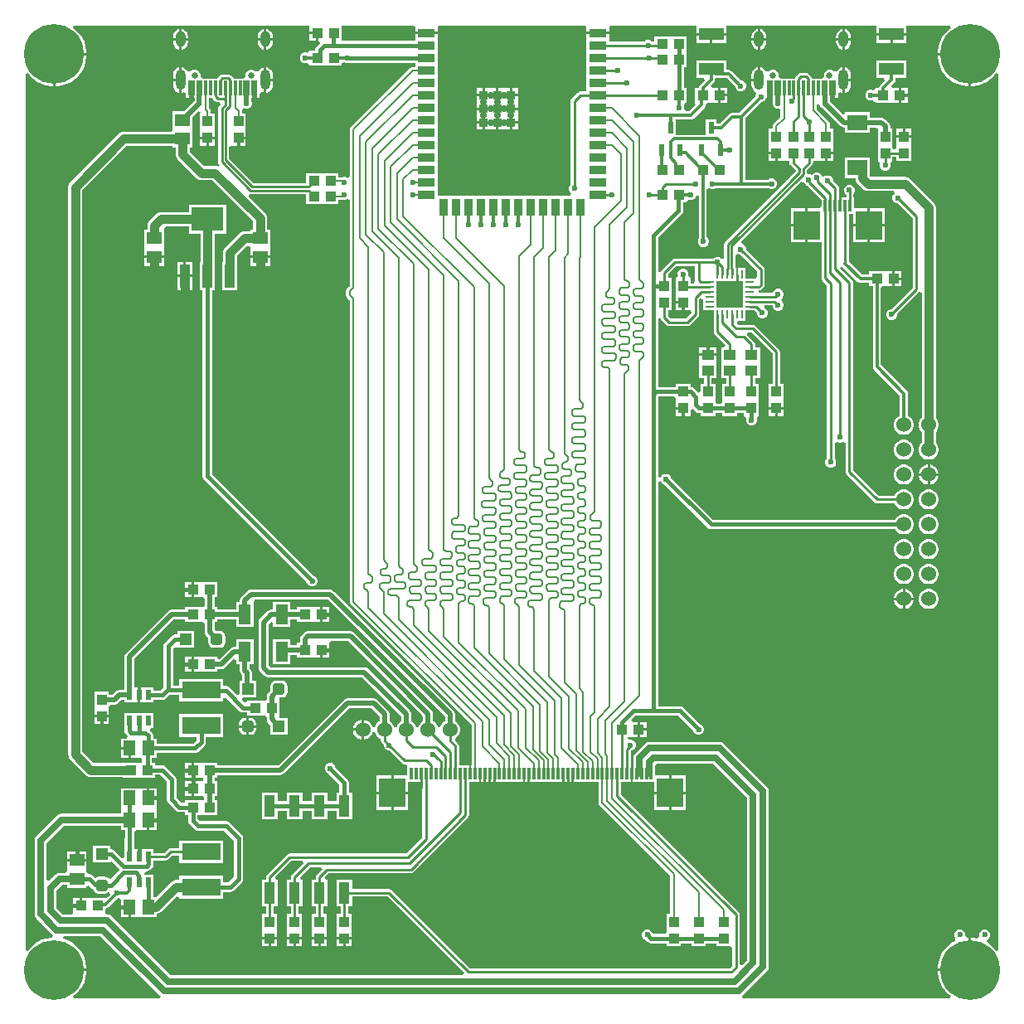
<source format=gtl>
G04*
G04 #@! TF.GenerationSoftware,Altium Limited,Altium Designer,21.9.2 (33)*
G04*
G04 Layer_Physical_Order=1*
G04 Layer_Color=255*
%FSLAX25Y25*%
%MOIN*%
G70*
G04*
G04 #@! TF.SameCoordinates,73920E6A-4BEC-4EA8-B9E3-355B446DA2E4*
G04*
G04*
G04 #@! TF.FilePolarity,Positive*
G04*
G01*
G75*
%ADD12C,0.00800*%
%ADD16C,0.01000*%
%ADD53R,0.15800X0.07100*%
%ADD54R,0.04331X0.03937*%
%ADD55R,0.01181X0.04724*%
%ADD56R,0.10630X0.11811*%
%ADD57R,0.04921X0.07874*%
%ADD58R,0.10630X0.10630*%
%ADD59R,0.03347X0.00984*%
%ADD60R,0.00984X0.03347*%
%ADD61R,0.10000X0.05000*%
%ADD62R,0.01181X0.05906*%
%ADD63R,0.03937X0.04331*%
%ADD64R,0.05000X0.04000*%
%ADD65R,0.12992X0.09449*%
%ADD66R,0.03937X0.09449*%
%ADD67R,0.07874X0.06299*%
%ADD68R,0.05906X0.05118*%
%ADD69R,0.02362X0.04528*%
%ADD70R,0.05118X0.05906*%
%ADD71R,0.01968X0.03937*%
G04:AMPARAMS|DCode=72|XSize=47.24mil|YSize=47.24mil|CornerRadius=11.81mil|HoleSize=0mil|Usage=FLASHONLY|Rotation=0.000|XOffset=0mil|YOffset=0mil|HoleType=Round|Shape=RoundedRectangle|*
%AMROUNDEDRECTD72*
21,1,0.04724,0.02362,0,0,0.0*
21,1,0.02362,0.04724,0,0,0.0*
1,1,0.02362,0.01181,-0.01181*
1,1,0.02362,-0.01181,-0.01181*
1,1,0.02362,-0.01181,0.01181*
1,1,0.02362,0.01181,0.01181*
%
%ADD72ROUNDEDRECTD72*%
%ADD73R,0.04724X0.04724*%
G04:AMPARAMS|DCode=74|XSize=60mil|YSize=60mil|CornerRadius=30mil|HoleSize=0mil|Usage=FLASHONLY|Rotation=90.000|XOffset=0mil|YOffset=0mil|HoleType=Round|Shape=RoundedRectangle|*
%AMROUNDEDRECTD74*
21,1,0.06000,0.00000,0,0,90.0*
21,1,0.00000,0.06000,0,0,90.0*
1,1,0.06000,0.00000,0.00000*
1,1,0.06000,0.00000,0.00000*
1,1,0.06000,0.00000,0.00000*
1,1,0.06000,0.00000,0.00000*
%
%ADD74ROUNDEDRECTD74*%
G04:AMPARAMS|DCode=75|XSize=47.24mil|YSize=47.24mil|CornerRadius=11.81mil|HoleSize=0mil|Usage=FLASHONLY|Rotation=270.000|XOffset=0mil|YOffset=0mil|HoleType=Round|Shape=RoundedRectangle|*
%AMROUNDEDRECTD75*
21,1,0.04724,0.02362,0,0,270.0*
21,1,0.02362,0.04724,0,0,270.0*
1,1,0.02362,-0.01181,-0.01181*
1,1,0.02362,-0.01181,0.01181*
1,1,0.02362,0.01181,0.01181*
1,1,0.02362,0.01181,-0.01181*
%
%ADD75ROUNDEDRECTD75*%
%ADD76R,0.04724X0.04724*%
%ADD77R,0.04331X0.08661*%
%ADD78R,0.03543X0.03543*%
%ADD79R,0.07087X0.03543*%
%ADD80R,0.03543X0.07087*%
%ADD81C,0.00891*%
%ADD82C,0.01900*%
%ADD83C,0.01800*%
%ADD84C,0.03600*%
%ADD85C,0.01200*%
%ADD86C,0.00900*%
%ADD87C,0.01400*%
%ADD88C,0.02800*%
%ADD89C,0.06000*%
%ADD90O,0.03937X0.06299*%
%ADD91O,0.03937X0.08268*%
%ADD92C,0.24000*%
%ADD93C,0.02362*%
%ADD94C,0.02300*%
%ADD95C,0.03600*%
%ADD96C,0.02559*%
%ADD97C,0.02756*%
%ADD98C,0.03937*%
G36*
X651486Y469625D02*
X650586Y468971D01*
X649139Y467524D01*
X647936Y465869D01*
X647008Y464045D01*
X646375Y462099D01*
X646055Y460078D01*
Y459555D01*
X659055D01*
Y459055D01*
X659555D01*
Y446055D01*
X660078D01*
X662099Y446375D01*
X664045Y447008D01*
X665869Y447936D01*
X667524Y449139D01*
X668971Y450586D01*
X669625Y451486D01*
X670625Y451161D01*
Y98839D01*
X669625Y98514D01*
X668971Y99414D01*
X667524Y100861D01*
X665997Y101970D01*
X665947Y102460D01*
X666071Y103083D01*
X666235Y103151D01*
X666849Y103764D01*
X667181Y104566D01*
Y105434D01*
X666849Y106236D01*
X666235Y106849D01*
X665434Y107181D01*
X664566D01*
X663764Y106849D01*
X663151Y106236D01*
X662819Y105434D01*
Y104566D01*
X662878Y104423D01*
X662131Y103615D01*
X662099Y103625D01*
X660078Y103945D01*
X659555D01*
Y90945D01*
X659055D01*
Y90445D01*
X646055D01*
Y89922D01*
X646375Y87901D01*
X647008Y85955D01*
X647936Y84131D01*
X649139Y82476D01*
X650586Y81029D01*
X651486Y80375D01*
X651161Y79375D01*
X567729D01*
X567425Y80375D01*
X567736Y80583D01*
X577542Y90389D01*
X578073Y91183D01*
X578259Y92119D01*
Y162881D01*
X578073Y163817D01*
X577542Y164611D01*
X560236Y181917D01*
X559442Y182448D01*
X558506Y182634D01*
X530244D01*
X529308Y182448D01*
X528514Y181917D01*
X524318Y177721D01*
X523787Y176927D01*
X523656Y176269D01*
X522656Y176368D01*
Y178875D01*
X522850Y179069D01*
X522934D01*
X523736Y179401D01*
X524349Y180015D01*
X524681Y180816D01*
Y181684D01*
X524349Y182485D01*
X523736Y183099D01*
X522934Y183431D01*
X522066D01*
X521253Y184177D01*
X521340Y184531D01*
X522319Y184531D01*
X523319Y184531D01*
X525346D01*
Y187500D01*
Y190469D01*
X523372D01*
X522958Y191469D01*
X524552Y193063D01*
X541698D01*
X547907Y186853D01*
X548151Y186265D01*
X548765Y185651D01*
X549566Y185319D01*
X550434D01*
X551235Y185651D01*
X551849Y186265D01*
X552181Y187066D01*
Y187934D01*
X551849Y188735D01*
X551235Y189349D01*
X550647Y189593D01*
X543870Y196370D01*
X543241Y196790D01*
X542500Y196937D01*
X533812D01*
Y287207D01*
X534812Y287405D01*
X535026Y286890D01*
X535639Y286276D01*
X536228Y286032D01*
X553630Y268630D01*
X554259Y268210D01*
X555000Y268063D01*
X629000D01*
X629299Y267544D01*
X630044Y266799D01*
X630956Y266273D01*
X631973Y266000D01*
X633027D01*
X634044Y266273D01*
X634956Y266799D01*
X635701Y267544D01*
X636227Y268456D01*
X636500Y269473D01*
Y270527D01*
X636227Y271544D01*
X635701Y272456D01*
X634956Y273201D01*
X634044Y273727D01*
X633027Y274000D01*
X631973D01*
X630956Y273727D01*
X630044Y273201D01*
X629299Y272456D01*
X629000Y271937D01*
X555802D01*
X538968Y288772D01*
X538724Y289360D01*
X538110Y289974D01*
X537309Y290306D01*
X536441D01*
X535639Y289974D01*
X535026Y289360D01*
X534812Y288844D01*
X533812Y289043D01*
Y321409D01*
X540074D01*
X540781Y320702D01*
Y320181D01*
X540781Y319181D01*
Y317154D01*
X543750D01*
Y316654D01*
X544250D01*
Y313488D01*
X546719D01*
Y316003D01*
X547718Y316417D01*
X548852Y315284D01*
X549480Y314864D01*
X550221Y314716D01*
X550781D01*
Y313488D01*
X556718D01*
Y314716D01*
X559531D01*
Y313488D01*
X565469D01*
Y314716D01*
X568282D01*
Y313488D01*
X568597D01*
X569143Y312488D01*
X569069Y312309D01*
Y311441D01*
X569401Y310640D01*
X570014Y310026D01*
X570816Y309694D01*
X571684D01*
X572485Y310026D01*
X573099Y310640D01*
X573431Y311441D01*
Y312309D01*
X573357Y312488D01*
X573903Y313488D01*
X574219D01*
Y319181D01*
X574219Y319819D01*
X574219Y320819D01*
Y326512D01*
X572724D01*
Y328750D01*
X574750D01*
Y334250D01*
X574750Y335000D01*
X574750Y335750D01*
Y341250D01*
X572724D01*
Y342500D01*
X572612Y343064D01*
X572292Y343542D01*
X569558Y346276D01*
X569973Y347276D01*
X571265D01*
X579776Y338765D01*
Y326512D01*
X578281D01*
Y320819D01*
X578281Y320181D01*
X578281Y319181D01*
Y317154D01*
X581250D01*
Y316654D01*
D01*
Y317154D01*
X584219D01*
Y319181D01*
X584219Y319819D01*
X584219Y320819D01*
Y326512D01*
X582724D01*
Y339375D01*
X582612Y339939D01*
X582292Y340417D01*
X572917Y349792D01*
X572439Y350112D01*
X571875Y350224D01*
X565835D01*
X565361Y350756D01*
X565729Y351756D01*
X568913D01*
Y356087D01*
X572454D01*
X573444Y355097D01*
Y354566D01*
X573776Y353765D01*
X574390Y353151D01*
X575191Y352819D01*
X576059D01*
X576861Y353151D01*
X577474Y353765D01*
X577806Y354566D01*
Y355434D01*
X577474Y356236D01*
X576861Y356849D01*
X576319Y357073D01*
X576518Y358073D01*
X579694D01*
Y357691D01*
X580026Y356890D01*
X580640Y356276D01*
X581441Y355944D01*
X582309D01*
X583111Y356276D01*
X583724Y356890D01*
X584056Y357691D01*
Y358559D01*
X583724Y359361D01*
X583397Y359687D01*
X583211Y360313D01*
X583397Y360938D01*
X583724Y361264D01*
X584056Y362066D01*
Y362934D01*
X583724Y363736D01*
X583111Y364349D01*
X582309Y364681D01*
X581441D01*
X580640Y364349D01*
X580026Y363736D01*
X579717Y362990D01*
X574229D01*
X574203Y363979D01*
X574767Y364091D01*
X575245Y364410D01*
X576042Y365208D01*
X576362Y365686D01*
X576474Y366250D01*
Y372500D01*
X576474Y372500D01*
X576362Y373064D01*
X576042Y373542D01*
X569056Y380528D01*
Y381059D01*
X568724Y381860D01*
X568111Y382474D01*
X567483Y382734D01*
X567213Y383377D01*
X567140Y383806D01*
X591133Y407799D01*
X592297Y407548D01*
X592389Y407324D01*
X593003Y406710D01*
X593192Y406632D01*
X593417Y406295D01*
X599354Y400359D01*
Y398140D01*
X598832Y397160D01*
X593875D01*
Y390254D01*
Y383349D01*
X599444D01*
Y369027D01*
X599560Y368441D01*
X599892Y367945D01*
X601596Y366242D01*
Y296555D01*
X601276Y296235D01*
X600944Y295434D01*
Y294566D01*
X601276Y293764D01*
X601890Y293151D01*
X602691Y292819D01*
X603559D01*
X604360Y293151D01*
X604974Y293764D01*
X605306Y294566D01*
Y295434D01*
X604974Y296235D01*
X604654Y296555D01*
Y302722D01*
X605640Y303151D01*
X606441Y302819D01*
X607309D01*
X608111Y303151D01*
X609096Y302722D01*
Y291250D01*
X609212Y290665D01*
X609544Y290169D01*
X620794Y278919D01*
X621290Y278587D01*
X621875Y278471D01*
X628769D01*
X628773Y278456D01*
X629299Y277544D01*
X630044Y276799D01*
X630956Y276273D01*
X631973Y276000D01*
X633027D01*
X634044Y276273D01*
X634956Y276799D01*
X635701Y277544D01*
X636227Y278456D01*
X636500Y279473D01*
Y280527D01*
X636227Y281544D01*
X635701Y282456D01*
X634956Y283201D01*
X634044Y283727D01*
X633027Y284000D01*
X631973D01*
X630956Y283727D01*
X630044Y283201D01*
X629299Y282456D01*
X628773Y281544D01*
X628769Y281529D01*
X622508D01*
X612154Y291883D01*
Y367064D01*
X612038Y367649D01*
X611706Y368145D01*
X606816Y373035D01*
X606814Y373266D01*
X607033Y373433D01*
X607962Y373481D01*
X613846Y367597D01*
X614376Y367243D01*
X615000Y367119D01*
X618488D01*
Y365781D01*
X620022D01*
Y333347D01*
X620146Y332722D01*
X620500Y332193D01*
X630869Y321824D01*
Y313677D01*
X630044Y313201D01*
X629299Y312456D01*
X628773Y311544D01*
X628500Y310527D01*
Y309473D01*
X628773Y308456D01*
X629299Y307544D01*
X630044Y306799D01*
X630956Y306273D01*
X631973Y306000D01*
X633027D01*
X634044Y306273D01*
X634956Y306799D01*
X635701Y307544D01*
X636227Y308456D01*
X636500Y309473D01*
Y310527D01*
X636227Y311544D01*
X635701Y312456D01*
X634956Y313201D01*
X634131Y313677D01*
Y322500D01*
X634007Y323124D01*
X633653Y323654D01*
X623285Y334022D01*
Y365074D01*
X623992Y365781D01*
X624819Y365781D01*
X625819Y365781D01*
X627846D01*
Y368750D01*
Y371719D01*
X625819D01*
X625181Y371719D01*
X624181Y371719D01*
X618488D01*
Y370381D01*
X615676D01*
X610326Y375731D01*
Y394687D01*
X612099D01*
Y390754D01*
X617914D01*
Y397160D01*
X612406D01*
Y401412D01*
X612294D01*
Y402960D01*
X612474Y403139D01*
X612806Y403941D01*
Y404809D01*
X612474Y405611D01*
X611861Y406224D01*
X611059Y406556D01*
X610191D01*
X609389Y406224D01*
X608776Y405611D01*
X608444Y404809D01*
Y403941D01*
X608776Y403139D01*
X609338Y402578D01*
Y401412D01*
X606440D01*
Y405090D01*
X606323Y405675D01*
X605992Y406171D01*
X604056Y408107D01*
Y408559D01*
X603724Y409361D01*
X603111Y409974D01*
X602309Y410306D01*
X601441D01*
X600639Y409974D01*
X600621Y409955D01*
X600575Y409948D01*
X599499Y410248D01*
X599349Y410610D01*
X598736Y411224D01*
X597934Y411556D01*
X597066D01*
X596265Y411224D01*
X595651Y410610D01*
X594672Y410741D01*
X594413D01*
X593803Y410744D01*
X593469Y411664D01*
Y412342D01*
X595542Y414415D01*
X595862Y414893D01*
X595974Y415457D01*
Y415988D01*
X597282D01*
X597469Y415988D01*
X598281Y415988D01*
X598468Y415988D01*
X600750D01*
Y419154D01*
X601250D01*
Y419654D01*
X604218D01*
Y421681D01*
X604218Y422319D01*
X604218Y423319D01*
Y429012D01*
X602677D01*
Y431250D01*
X602569Y431796D01*
X602259Y432259D01*
X602259Y432259D01*
X597599Y436920D01*
Y438743D01*
X598549Y438864D01*
X598876Y438073D01*
X599481Y437469D01*
X599872Y437307D01*
X607029Y430149D01*
X607674Y429718D01*
X608435Y429567D01*
X608813D01*
Y427406D01*
X618687D01*
Y429567D01*
X621261D01*
X622031Y429012D01*
Y423319D01*
X622031Y422681D01*
X622031Y421681D01*
Y415988D01*
X622225D01*
X622893Y414988D01*
X622819Y414809D01*
Y413941D01*
X623151Y413139D01*
X623765Y412526D01*
X624566Y412194D01*
X625434D01*
X626235Y412526D01*
X626849Y413139D01*
X627181Y413941D01*
Y414809D01*
X627107Y414988D01*
X627775Y415988D01*
X627969D01*
Y417680D01*
X629531D01*
Y415988D01*
X635468D01*
Y421681D01*
X635468Y422319D01*
X635468Y423319D01*
Y425347D01*
X629531D01*
Y423319D01*
X629531Y422681D01*
X629531Y420975D01*
X628532Y420772D01*
X627969Y421335D01*
X627969Y422319D01*
X627969Y423319D01*
Y429012D01*
X626988D01*
Y430000D01*
X626837Y430761D01*
X626406Y431406D01*
X624851Y432961D01*
X624206Y433392D01*
X623445Y433543D01*
X618687D01*
Y435705D01*
X608813D01*
Y435295D01*
X607889Y434913D01*
X602687Y440115D01*
Y441356D01*
X602880D01*
Y445309D01*
X603758D01*
Y441356D01*
X603939D01*
Y445309D01*
X604939D01*
Y441356D01*
X606030D01*
Y443204D01*
X606282Y443445D01*
X607029Y443792D01*
X607483Y443604D01*
X607758Y443568D01*
Y448662D01*
Y453755D01*
X607483Y453719D01*
X606761Y453420D01*
X606141Y452944D01*
X605665Y452324D01*
X605571Y452096D01*
X605064Y452008D01*
X604458Y452024D01*
X603919Y452562D01*
X603081Y452910D01*
X602175D01*
X601337Y452562D01*
X600696Y451921D01*
X600348Y451083D01*
Y450176D01*
X599645Y449261D01*
X595628D01*
X595565Y449580D01*
X595245Y450058D01*
X594261Y451042D01*
X593783Y451362D01*
X593219Y451474D01*
X591250D01*
X590686Y451362D01*
X590208Y451042D01*
X589223Y450058D01*
X588904Y449580D01*
X588841Y449261D01*
X582855D01*
X582152Y450176D01*
Y451083D01*
X581805Y451921D01*
X581163Y452562D01*
X580326Y452910D01*
X579419D01*
X578581Y452562D01*
X578042Y452024D01*
X577436Y452008D01*
X576930Y452096D01*
X576835Y452324D01*
X576359Y452944D01*
X575739Y453420D01*
X575017Y453719D01*
X574742Y453755D01*
Y448662D01*
X574242D01*
Y448162D01*
X571248D01*
Y446496D01*
X571350Y445721D01*
X571649Y444999D01*
X572125Y444379D01*
X572623Y443997D01*
X573151Y443111D01*
X572819Y442309D01*
Y442001D01*
X566199Y435381D01*
X563388D01*
X562764Y435257D01*
X562235Y434903D01*
X558392Y431061D01*
X557181D01*
Y432693D01*
X552819D01*
Y426631D01*
X540931D01*
Y432693D01*
X541910Y432744D01*
X546875D01*
X547499Y432868D01*
X548029Y433221D01*
X552403Y437597D01*
X552757Y438126D01*
X552881Y438750D01*
Y438824D01*
X553588Y439532D01*
X554819Y439532D01*
X555819Y439532D01*
X557846D01*
Y442500D01*
Y445469D01*
X555440Y445469D01*
X554916Y446358D01*
X556153Y447597D01*
X556507Y448126D01*
X556584Y448512D01*
X556900Y449469D01*
X561349D01*
X564694Y446124D01*
Y445816D01*
X565026Y445014D01*
X565639Y444401D01*
X566441Y444069D01*
X567309D01*
X568111Y444401D01*
X568724Y445014D01*
X569056Y445816D01*
Y446684D01*
X568724Y447485D01*
X568111Y448099D01*
X567309Y448431D01*
X567001D01*
X563178Y452253D01*
X562649Y452607D01*
X562025Y452731D01*
X561000D01*
Y456500D01*
X549000D01*
Y449500D01*
X552029D01*
X552443Y448500D01*
X550500Y446557D01*
X550146Y446028D01*
X550035Y445469D01*
X548488D01*
Y439532D01*
X548488D01*
X548724Y438531D01*
X546199Y436006D01*
X544899D01*
X544230Y437006D01*
X544277Y437120D01*
Y437988D01*
X544052Y438531D01*
X544400Y439291D01*
X544618Y439532D01*
X545262D01*
Y445469D01*
X544034D01*
Y453906D01*
X545262D01*
Y459843D01*
X545262D01*
Y460156D01*
X545262D01*
Y466093D01*
X538931D01*
Y466093D01*
X538569D01*
Y466093D01*
X532238D01*
Y464208D01*
X531238Y464071D01*
X530960Y464349D01*
X530158Y464681D01*
X529291D01*
X528489Y464349D01*
X528114Y463974D01*
X513992D01*
Y467000D01*
X509449D01*
X504906D01*
Y464728D01*
Y459728D01*
Y454728D01*
Y449728D01*
Y443974D01*
X502500D01*
X501936Y443862D01*
X501458Y443542D01*
X498958Y441042D01*
X498638Y440564D01*
X498526Y440000D01*
Y406611D01*
X498151Y406236D01*
X497819Y405434D01*
Y404566D01*
X498151Y403764D01*
X498765Y403151D01*
X498834Y403122D01*
X498635Y402122D01*
X445094D01*
Y404728D01*
Y409728D01*
Y414728D01*
Y419728D01*
Y424728D01*
Y429728D01*
Y434728D01*
Y439728D01*
Y444728D01*
Y449728D01*
Y454728D01*
Y459728D01*
Y464728D01*
Y467000D01*
X436008D01*
Y464437D01*
X407473D01*
X406512Y464532D01*
Y469625D01*
X406512Y470469D01*
X407447Y470625D01*
X435154D01*
X436008Y470272D01*
X436008Y469625D01*
Y468000D01*
X445094D01*
Y469625D01*
X445094Y470272D01*
X445948Y470625D01*
X504052D01*
X504906Y470272D01*
X504906Y469625D01*
Y468000D01*
X509449D01*
X513992D01*
Y469625D01*
X513992Y470272D01*
X514846Y470625D01*
X548052D01*
X549000Y470500D01*
X549000Y469625D01*
Y467500D01*
X555000D01*
X561000D01*
Y469625D01*
X561000Y470500D01*
X561948Y470625D01*
X620552D01*
X621500Y470500D01*
X621500Y469625D01*
Y467500D01*
X627500D01*
X633500D01*
Y469625D01*
X633500Y470500D01*
X634448Y470625D01*
X651161D01*
X651486Y469625D01*
D02*
G37*
G36*
X393488Y470469D02*
X393488Y469625D01*
Y468000D01*
X396654D01*
Y467500D01*
X397154D01*
Y464532D01*
X397253D01*
X397667Y463531D01*
X396321Y462185D01*
X395901Y461557D01*
X395753Y460815D01*
Y460468D01*
X393488D01*
Y460275D01*
X392488Y459607D01*
X392309Y459681D01*
X391441D01*
X390639Y459349D01*
X390026Y458736D01*
X389694Y457934D01*
Y457066D01*
X390026Y456264D01*
X390639Y455651D01*
X391441Y455319D01*
X392309D01*
X392488Y455393D01*
X393488Y454725D01*
Y454531D01*
X399181D01*
X399819Y454531D01*
Y454531D01*
X400181D01*
Y454531D01*
X406512D01*
Y455494D01*
X407512Y455654D01*
X407514Y455651D01*
X408316Y455319D01*
X409184D01*
X409773Y455563D01*
X436008D01*
Y453927D01*
X435000D01*
X434454Y453819D01*
X433991Y453509D01*
X433991Y453509D01*
X410241Y429759D01*
X409931Y429296D01*
X409823Y428750D01*
X409823Y428750D01*
X409823Y409676D01*
X408823Y409262D01*
X408736Y409349D01*
X407934Y409681D01*
X407066D01*
X406755Y409552D01*
X405262D01*
Y411094D01*
X399569D01*
X398931Y411094D01*
X397931Y411094D01*
X392238D01*
Y407220D01*
X382659D01*
X382659Y407220D01*
X371115D01*
X361278Y417056D01*
Y421642D01*
X362032Y422238D01*
X362278Y422238D01*
X364500D01*
Y425404D01*
X365000D01*
Y425904D01*
X367969D01*
Y427931D01*
X367969Y428569D01*
X367969Y429569D01*
Y435262D01*
X366427D01*
Y436250D01*
X366330Y436738D01*
X366708Y437163D01*
X367107Y437416D01*
X367771Y437141D01*
X368626D01*
X369417Y437469D01*
X370022Y438073D01*
X370349Y438864D01*
Y439719D01*
X370187Y440110D01*
Y441356D01*
X370380D01*
Y445309D01*
X371258D01*
Y441356D01*
X371439D01*
Y445309D01*
X372439D01*
Y441356D01*
X373530D01*
Y443204D01*
X373781Y443445D01*
X374530Y443792D01*
X374983Y443604D01*
X375258Y443568D01*
Y448662D01*
Y453755D01*
X374983Y453719D01*
X374261Y453420D01*
X373641Y452944D01*
X373165Y452324D01*
X373071Y452096D01*
X372564Y452008D01*
X371958Y452024D01*
X371419Y452562D01*
X370581Y452910D01*
X369674D01*
X368837Y452562D01*
X368196Y451921D01*
X367848Y451083D01*
Y450176D01*
X367145Y449261D01*
X363011D01*
X362745Y449659D01*
X361875Y450529D01*
X361397Y450849D01*
X360833Y450961D01*
X358636D01*
X358072Y450849D01*
X357594Y450529D01*
X356723Y449659D01*
X356458Y449261D01*
X350355D01*
X349652Y450176D01*
Y451083D01*
X349305Y451921D01*
X348663Y452562D01*
X347826Y452910D01*
X346919D01*
X346081Y452562D01*
X345542Y452024D01*
X344936Y452008D01*
X344429Y452096D01*
X344335Y452324D01*
X343859Y452944D01*
X343239Y453420D01*
X342517Y453719D01*
X342242Y453755D01*
Y448662D01*
Y443568D01*
X342517Y443604D01*
X342970Y443792D01*
X343719Y443445D01*
X343970Y443204D01*
Y441356D01*
X345061D01*
Y445309D01*
X346061D01*
Y441356D01*
X346242D01*
Y445309D01*
X347120D01*
Y441356D01*
X347313D01*
Y440115D01*
X343247Y436049D01*
X338547D01*
Y429569D01*
X338547Y428541D01*
X337840Y427834D01*
X318760D01*
X318029Y427738D01*
X317348Y427456D01*
X316763Y427007D01*
X297378Y407622D01*
X296929Y407037D01*
X296647Y406356D01*
X296551Y405625D01*
Y177500D01*
X296647Y176769D01*
X296929Y176088D01*
X297378Y175503D01*
X303628Y169253D01*
X304213Y168804D01*
X304894Y168522D01*
X305625Y168426D01*
X318488D01*
Y168281D01*
X324181D01*
X324819Y168281D01*
X325819Y168281D01*
X331512D01*
Y169313D01*
X333573D01*
X336188Y166698D01*
Y159375D01*
X336335Y158634D01*
X336755Y158005D01*
X339880Y154880D01*
X340509Y154460D01*
X341250Y154313D01*
X343488D01*
Y153281D01*
X344716D01*
Y150847D01*
X344864Y150105D01*
X345284Y149477D01*
X347380Y147380D01*
X348009Y146960D01*
X348750Y146813D01*
X359198D01*
X363063Y142948D01*
Y128302D01*
X360861Y126101D01*
X358900D01*
Y128713D01*
X341100D01*
Y126988D01*
X339788D01*
X339057Y126891D01*
X338376Y126609D01*
X337791Y126160D01*
X331874Y120243D01*
X330874Y120300D01*
Y123163D01*
X330921D01*
Y129100D01*
X327547D01*
X327259Y129394D01*
X327173Y129625D01*
X327828Y130563D01*
X328125D01*
X328866Y130710D01*
X329495Y131130D01*
X330307Y131942D01*
X330727Y132571D01*
X330874Y133312D01*
Y133400D01*
X330921D01*
Y134894D01*
X335743D01*
X336307Y135006D01*
X336785Y135326D01*
X338335Y136876D01*
X341100D01*
Y133800D01*
X358900D01*
Y142900D01*
X341100D01*
Y139824D01*
X337725D01*
X337161Y139712D01*
X336683Y139392D01*
X335133Y137842D01*
X330921D01*
Y139337D01*
X325500D01*
Y136368D01*
X324500D01*
Y139337D01*
X323000D01*
Y142324D01*
X323040Y142384D01*
X323187Y143125D01*
Y146590D01*
X323894Y147297D01*
X324819Y147297D01*
X325819Y147297D01*
X328240D01*
Y151250D01*
X328740D01*
Y151750D01*
X332299D01*
Y155047D01*
X332299Y155203D01*
Y156047D01*
X332299Y156203D01*
Y159500D01*
X328740D01*
Y160000D01*
X328240D01*
Y163953D01*
X325819D01*
X325181Y163953D01*
X324181Y163953D01*
X317701D01*
Y156047D01*
X317701D01*
Y155203D01*
X317701D01*
Y153697D01*
X293750D01*
X292814Y153511D01*
X292020Y152980D01*
X283708Y144668D01*
X283177Y143874D01*
X282991Y142938D01*
Y113312D01*
X283177Y112376D01*
X283708Y111582D01*
X290145Y105145D01*
X290444Y104945D01*
X290140Y103945D01*
X289922D01*
X287901Y103625D01*
X285955Y102992D01*
X284131Y102064D01*
X282476Y100861D01*
X281029Y99414D01*
X280375Y98514D01*
X279375Y98839D01*
Y451161D01*
X280375Y451486D01*
X281029Y450586D01*
X282476Y449139D01*
X284131Y447936D01*
X285955Y447008D01*
X287901Y446375D01*
X289922Y446055D01*
X290445D01*
Y459055D01*
X290945D01*
Y459555D01*
X303945D01*
Y460078D01*
X303625Y462099D01*
X302993Y464045D01*
X302063Y465869D01*
X300861Y467524D01*
X299414Y468971D01*
X298514Y469625D01*
X298839Y470625D01*
X392553D01*
X393488Y470469D01*
D02*
G37*
G36*
X354755Y440958D02*
X355625Y440088D01*
X356103Y439769D01*
X356667Y439656D01*
X357408D01*
X357822Y438656D01*
X357271Y438105D01*
X356951Y437627D01*
X356839Y437063D01*
Y415828D01*
X356951Y415264D01*
X357271Y414786D01*
X357539Y414518D01*
X357037Y413696D01*
X356356Y413978D01*
X355625Y414074D01*
X351170D01*
X345324Y419920D01*
Y421451D01*
X346453D01*
Y427931D01*
X346453Y428569D01*
X346453Y429569D01*
Y433631D01*
X348817Y435995D01*
X349683Y435838D01*
X349532Y435262D01*
X349532D01*
Y429569D01*
X349532Y428931D01*
X349532Y427931D01*
Y425904D01*
X355469D01*
Y427931D01*
X355469Y428569D01*
X355469Y429569D01*
Y435262D01*
X353927D01*
Y436250D01*
X353927Y436250D01*
X353819Y436796D01*
X353509Y437259D01*
X353509Y437259D01*
X353288Y437481D01*
Y441356D01*
X354489D01*
X354755Y440958D01*
D02*
G37*
G36*
X578561Y441356D02*
X578742D01*
Y445309D01*
X579620D01*
Y441356D01*
X579813D01*
Y440110D01*
X579651Y439719D01*
Y438864D01*
X579979Y438073D01*
X580583Y437469D01*
X581374Y437141D01*
X582229D01*
X582933Y436671D01*
Y433702D01*
X580241Y431009D01*
X579931Y430546D01*
X579823Y430000D01*
X579823Y430000D01*
Y429012D01*
X578281D01*
Y423319D01*
X578281Y422681D01*
X578281Y421681D01*
Y419654D01*
X581250D01*
Y419153D01*
X581750D01*
Y415988D01*
X584031D01*
X584219Y415988D01*
X585032D01*
X585218Y415988D01*
X586526D01*
Y415457D01*
X586638Y414893D01*
X586958Y414415D01*
X589031Y412342D01*
Y411974D01*
X560712Y383656D01*
X560393Y383177D01*
X560281Y382613D01*
Y377039D01*
X559977Y376877D01*
X559280Y376732D01*
X558814Y377199D01*
X558013Y377531D01*
X557145D01*
X556343Y377199D01*
X555968Y376823D01*
X540349D01*
X539785Y376711D01*
X539307Y376392D01*
X535208Y372292D01*
X534888Y371814D01*
X534812Y371432D01*
X533812Y371530D01*
Y385448D01*
X543245Y394880D01*
X543665Y395509D01*
X543812Y396250D01*
Y399532D01*
X545262D01*
Y399725D01*
X546262Y400393D01*
X546441Y400319D01*
X547309D01*
X548110Y400651D01*
X548724Y401264D01*
X549056Y402066D01*
X550022Y401984D01*
Y384976D01*
X549694Y384184D01*
Y383316D01*
X550026Y382515D01*
X550639Y381901D01*
X551441Y381569D01*
X552309D01*
X553111Y381901D01*
X553724Y382515D01*
X554056Y383316D01*
Y384184D01*
X553724Y384985D01*
X553285Y385425D01*
Y404716D01*
X554285Y405131D01*
X554389Y405026D01*
X555191Y404694D01*
X556059D01*
X556860Y405026D01*
X557078Y405244D01*
X577922D01*
X578139Y405026D01*
X578941Y404694D01*
X579809D01*
X580611Y405026D01*
X581224Y405640D01*
X581556Y406441D01*
Y407309D01*
X581224Y408111D01*
X580611Y408724D01*
X579809Y409056D01*
X578941D01*
X578139Y408724D01*
X577922Y408506D01*
X568725D01*
Y433293D01*
X575126Y439694D01*
X575434D01*
X576235Y440026D01*
X576849Y440639D01*
X577146Y441356D01*
X577561D01*
Y445309D01*
X578561D01*
Y441356D01*
D02*
G37*
G36*
X566441Y378444D02*
X566972D01*
X573526Y371889D01*
Y369797D01*
X573244Y368913D01*
X568913D01*
Y373244D01*
X565929D01*
Y370571D01*
X564977D01*
Y373244D01*
X564804D01*
X564799Y373269D01*
X564719Y373388D01*
Y378282D01*
X565305Y378596D01*
X565720Y378743D01*
X566441Y378444D01*
D02*
G37*
G36*
X548526Y368125D02*
X548565Y367927D01*
X548043Y367076D01*
X547859Y366927D01*
X546719D01*
Y369012D01*
X546525D01*
X545857Y370012D01*
X545931Y370191D01*
Y371059D01*
X545599Y371861D01*
X544985Y372474D01*
X544184Y372806D01*
X543316D01*
X542515Y372474D01*
X541901Y371861D01*
X541569Y371059D01*
Y370191D01*
X541643Y370012D01*
X540975Y369012D01*
X540781D01*
Y363319D01*
X540781Y362681D01*
X540781Y361681D01*
Y359654D01*
X543750D01*
Y359154D01*
X544250D01*
Y355988D01*
X546276D01*
X546719Y355988D01*
X547276Y355219D01*
Y354985D01*
X545014Y352724D01*
X538735D01*
X537724Y353735D01*
Y355988D01*
X539219D01*
Y362319D01*
X539219D01*
Y362681D01*
X539219D01*
Y369012D01*
X537724D01*
Y370639D01*
X540960Y373875D01*
X548526D01*
Y368125D01*
D02*
G37*
G36*
X551756Y360410D02*
Y356087D01*
X556087D01*
Y351756D01*
X556105D01*
Y347421D01*
X556217Y346857D01*
X556536Y346379D01*
X560665Y342250D01*
X560251Y341250D01*
X559000D01*
Y335750D01*
X559000Y335000D01*
X559000Y334250D01*
Y328750D01*
X561026D01*
Y326512D01*
X559531D01*
Y320819D01*
X559531Y320181D01*
X559531Y319298D01*
X558824Y318591D01*
X557426D01*
X556718Y319298D01*
Y319819D01*
X556718Y320819D01*
Y326512D01*
X555224D01*
Y328750D01*
X557250D01*
Y334250D01*
X557250Y335000D01*
X557250Y335750D01*
Y337750D01*
X553750D01*
X550250D01*
Y335750D01*
X550250Y335000D01*
X550250Y334250D01*
Y328750D01*
X552276D01*
Y326512D01*
X550781D01*
Y323372D01*
X549782Y322958D01*
X548023Y324716D01*
X547395Y325136D01*
X546719Y325271D01*
Y326512D01*
X540781D01*
Y325284D01*
X533812D01*
Y352845D01*
X534812Y352943D01*
X534888Y352561D01*
X535208Y352083D01*
X537083Y350208D01*
X537561Y349888D01*
X538125Y349776D01*
X545625D01*
X546189Y349888D01*
X546667Y350208D01*
X549792Y353333D01*
X550112Y353811D01*
X550224Y354375D01*
Y360397D01*
X550790Y360841D01*
X551756Y360410D01*
D02*
G37*
G36*
X421762Y192927D02*
Y190971D01*
X421294Y190701D01*
X420549Y189956D01*
X420023Y189044D01*
X419893Y188559D01*
X418857D01*
X418727Y189044D01*
X418201Y189956D01*
X417456Y190701D01*
X416544Y191227D01*
X415527Y191500D01*
X415500D01*
Y187500D01*
Y183500D01*
X415527D01*
X416544Y183773D01*
X417456Y184299D01*
X418201Y185044D01*
X418727Y185956D01*
X418857Y186441D01*
X419893D01*
X420023Y185956D01*
X420549Y185044D01*
X421294Y184299D01*
X422206Y183773D01*
X422276Y183754D01*
Y183125D01*
X422388Y182561D01*
X422708Y182083D01*
X423444Y181347D01*
Y180816D01*
X423776Y180015D01*
X424390Y179401D01*
X425191Y179069D01*
X425722D01*
X430833Y173958D01*
X431311Y173638D01*
X431875Y173526D01*
X432033D01*
X432922Y173260D01*
Y169008D01*
X427414D01*
Y162602D01*
X433229D01*
Y166535D01*
X438944D01*
Y144153D01*
X432514Y137724D01*
X385625D01*
X385061Y137612D01*
X384583Y137292D01*
X376458Y129167D01*
X376138Y128689D01*
X376026Y128125D01*
Y127206D01*
X374335D01*
Y116544D01*
X376026D01*
X376026Y113387D01*
X374532D01*
Y107694D01*
X374532Y107056D01*
X374532Y106056D01*
Y104028D01*
X377500D01*
X380469D01*
Y106056D01*
X380469Y106694D01*
X380469Y107694D01*
Y113387D01*
X378974D01*
X378974Y116544D01*
X380665D01*
Y127206D01*
X380079D01*
X379665Y128206D01*
X386235Y134776D01*
X390760D01*
X391143Y133852D01*
X386458Y129167D01*
X386138Y128689D01*
X386026Y128125D01*
Y127206D01*
X384335D01*
Y116544D01*
X386026D01*
Y113387D01*
X384531D01*
Y107694D01*
X384531Y107056D01*
X384531Y106056D01*
Y104028D01*
X387500D01*
X390469D01*
Y106056D01*
X390469Y106694D01*
X390469Y107694D01*
Y113387D01*
X388974D01*
Y116544D01*
X390665D01*
Y127206D01*
X390079D01*
X389665Y128206D01*
X393736Y132276D01*
X398260D01*
X398643Y131352D01*
X396458Y129167D01*
X396138Y128689D01*
X396026Y128125D01*
Y127206D01*
X394335D01*
Y116544D01*
X396026D01*
Y113387D01*
X394531D01*
Y107694D01*
X394531Y107056D01*
X394531Y106056D01*
Y104028D01*
X397500D01*
X400468D01*
Y106056D01*
X400468Y106694D01*
X400468Y107694D01*
Y113387D01*
X398974D01*
Y116544D01*
X400665D01*
Y127206D01*
X400079D01*
X399665Y128206D01*
X401235Y129776D01*
X434375D01*
X434939Y129888D01*
X435417Y130208D01*
X457208Y151999D01*
X457528Y152477D01*
X457640Y153041D01*
Y166535D01*
X461694D01*
Y169897D01*
X462572D01*
Y166535D01*
X463540D01*
Y169897D01*
X464540D01*
Y166535D01*
X465509D01*
Y169897D01*
X466509D01*
Y166535D01*
X467477D01*
Y169897D01*
X468355D01*
Y166535D01*
X479411D01*
Y169897D01*
X480288D01*
Y166535D01*
X481257D01*
Y169897D01*
X482134D01*
Y166535D01*
X495159D01*
Y169897D01*
X496036D01*
Y166535D01*
X497005D01*
Y169897D01*
X498005D01*
Y166535D01*
X498973D01*
Y169897D01*
X499851D01*
Y166535D01*
X509857D01*
Y158148D01*
X509857Y158148D01*
X509965Y157602D01*
X510275Y157139D01*
X538573Y128841D01*
Y113387D01*
X537032D01*
Y107694D01*
X537032Y107056D01*
X537032Y106173D01*
X536324Y105466D01*
X531649D01*
X531468Y105647D01*
X531224Y106236D01*
X530611Y106849D01*
X529809Y107181D01*
X528941D01*
X528139Y106849D01*
X527526Y106236D01*
X527194Y105434D01*
Y104566D01*
X527526Y103764D01*
X528139Y103151D01*
X528728Y102907D01*
X529477Y102159D01*
X530105Y101739D01*
X530847Y101591D01*
X537032D01*
Y100363D01*
X542969D01*
Y101591D01*
X547031D01*
Y100363D01*
X552969D01*
Y101591D01*
X557031D01*
Y100363D01*
X562526D01*
X562968Y100363D01*
X563526Y99594D01*
Y92485D01*
X562514Y91474D01*
X458111Y91474D01*
X426667Y122917D01*
X426189Y123237D01*
X425625Y123349D01*
X410665D01*
Y127206D01*
X404335D01*
Y116544D01*
X406026D01*
Y113387D01*
X404531D01*
Y107694D01*
X404531Y107056D01*
X404531Y106056D01*
Y104028D01*
X407500D01*
X410468D01*
Y106056D01*
X410468Y106694D01*
X410468Y107694D01*
Y113387D01*
X408974D01*
Y116544D01*
X410665D01*
Y120401D01*
X425014D01*
X455719Y89697D01*
X455304Y88697D01*
X337831D01*
X313986Y112542D01*
X313986Y112542D01*
X313192Y113073D01*
X312256Y113259D01*
X312244D01*
X311512Y113907D01*
Y115603D01*
X311609D01*
X312233Y115727D01*
X312762Y116080D01*
X316376Y119694D01*
X316684D01*
X316701Y119701D01*
X317701Y119033D01*
Y116750D01*
X321260D01*
Y116250D01*
X321760D01*
Y112297D01*
X324181D01*
X324819Y112297D01*
X325819Y112297D01*
X332299D01*
Y113482D01*
X332606Y113522D01*
X333287Y113804D01*
X333872Y114253D01*
X340100Y120481D01*
X341100Y120067D01*
Y119613D01*
X358900D01*
Y122226D01*
X361663D01*
X362405Y122374D01*
X363033Y122794D01*
X366370Y126130D01*
X366790Y126759D01*
X366937Y127500D01*
Y143750D01*
X366790Y144491D01*
X366370Y145120D01*
X361370Y150120D01*
X360741Y150540D01*
X360000Y150687D01*
X349552D01*
X348591Y151649D01*
Y153281D01*
X349819D01*
Y153281D01*
X350181D01*
Y153281D01*
X356512D01*
Y159219D01*
X355335D01*
Y160782D01*
X356512D01*
Y166718D01*
X355335D01*
Y168281D01*
X356512D01*
Y169262D01*
X381875D01*
X382636Y169413D01*
X383281Y169844D01*
X409574Y196137D01*
X418551D01*
X421762Y192927D01*
D02*
G37*
G36*
X338547Y421451D02*
X339676D01*
Y418750D01*
X339772Y418019D01*
X340054Y417338D01*
X340503Y416753D01*
X348003Y409253D01*
X348588Y408804D01*
X348870Y408687D01*
X349269Y408522D01*
X350000Y408426D01*
X354455D01*
X370926Y391955D01*
Y388549D01*
X369797D01*
Y387814D01*
X367490D01*
X366759Y387718D01*
X366078Y387436D01*
X365493Y386987D01*
X359558Y381052D01*
X359109Y380467D01*
X358827Y379786D01*
X358731Y379055D01*
Y375557D01*
X358587D01*
Y364108D01*
X364524D01*
Y375557D01*
X364379D01*
Y377885D01*
X368257Y381763D01*
X369493D01*
X369797Y381459D01*
X369797Y380431D01*
Y378010D01*
X373750D01*
X377703D01*
Y380431D01*
X377703Y381069D01*
X377703Y382069D01*
Y388549D01*
X376574D01*
Y393125D01*
X376478Y393856D01*
X376196Y394537D01*
X375747Y395122D01*
X369121Y401748D01*
X369350Y402831D01*
X369407Y402876D01*
X369887Y402780D01*
X383276D01*
X383277Y402780D01*
X392238D01*
Y398906D01*
X397931D01*
X398569Y398906D01*
X399569Y398906D01*
X405262D01*
Y400448D01*
X406755D01*
X407066Y400319D01*
X407934D01*
X408736Y400651D01*
X408823Y400738D01*
X409823Y400324D01*
X409823Y368750D01*
X409823Y368350D01*
Y365676D01*
X409600Y365632D01*
X408906Y365168D01*
X408504Y364566D01*
X408442Y364473D01*
X408279Y363654D01*
X408292D01*
Y362254D01*
X408279D01*
X408442Y361435D01*
X408504Y361342D01*
X408906Y360740D01*
X409600Y360276D01*
X409823Y360232D01*
X409823Y238854D01*
X409823Y238854D01*
X409931Y238308D01*
X410241Y237845D01*
X458676Y189409D01*
X458676Y173260D01*
X458512D01*
Y169897D01*
X457757D01*
Y173260D01*
X453703D01*
Y180896D01*
X453591Y181460D01*
X453271Y181938D01*
X452208Y183001D01*
X452373Y184251D01*
X452456Y184299D01*
X453201Y185044D01*
X453727Y185956D01*
X454000Y186973D01*
Y188027D01*
X453727Y189044D01*
X453201Y189956D01*
X452456Y190701D01*
X451988Y190971D01*
Y193750D01*
X451837Y194511D01*
X451406Y195156D01*
X403281Y243281D01*
X402636Y243712D01*
X401875Y243863D01*
X370000D01*
X369239Y243712D01*
X368594Y243281D01*
X366212Y240899D01*
X365781Y240254D01*
X365630Y239493D01*
Y238687D01*
X364158D01*
Y235738D01*
X356512D01*
Y236719D01*
X355335D01*
Y240781D01*
X356512D01*
Y246719D01*
X350819D01*
X350181Y246719D01*
X349181Y246719D01*
X347154D01*
Y243750D01*
Y240781D01*
X349181D01*
X349819Y240781D01*
X350651Y240781D01*
X351358Y240074D01*
Y237426D01*
X350651Y236719D01*
X350181D01*
X349181Y236719D01*
X343488D01*
Y235738D01*
X338125D01*
X337364Y235587D01*
X336719Y235156D01*
X319657Y218094D01*
X319226Y217449D01*
X319075Y216688D01*
Y203356D01*
X316993D01*
X316232Y203205D01*
X315587Y202774D01*
X314398Y201585D01*
X312968D01*
Y202762D01*
X307031D01*
Y197069D01*
X307031Y196431D01*
X307031Y195431D01*
Y193403D01*
X312968D01*
Y195431D01*
X312968Y196069D01*
X312968Y196901D01*
X313676Y197608D01*
X315222D01*
X315982Y197760D01*
X316627Y198191D01*
X317817Y199380D01*
X319079D01*
Y198400D01*
X324500D01*
Y201368D01*
Y204337D01*
X323051D01*
Y215864D01*
X338948Y231762D01*
X343488D01*
Y230782D01*
X349181D01*
X349819Y230782D01*
X350651Y230782D01*
X351358Y230074D01*
Y226828D01*
X351510Y226067D01*
X351941Y225422D01*
X352894Y224468D01*
Y222569D01*
X353064Y221718D01*
X353546Y220996D01*
X354267Y220514D01*
X355118Y220345D01*
X357480D01*
X358331Y220514D01*
X359053Y220996D01*
X359535Y221718D01*
X359704Y222569D01*
Y224931D01*
X359535Y225782D01*
X359053Y226504D01*
X358331Y226986D01*
X357480Y227155D01*
X355831D01*
X355335Y227651D01*
Y230782D01*
X356512D01*
Y231762D01*
X364158D01*
Y228813D01*
X371079D01*
Y238687D01*
X371079D01*
X371317Y239588D01*
X371516Y239887D01*
X401052D01*
X448012Y192927D01*
Y190971D01*
X447544Y190701D01*
X446799Y189956D01*
X446273Y189044D01*
X446143Y188559D01*
X445107D01*
X444977Y189044D01*
X444451Y189956D01*
X443706Y190701D01*
X443238Y190971D01*
Y193750D01*
X443087Y194511D01*
X442656Y195156D01*
X411406Y226406D01*
X410761Y226837D01*
X410000Y226988D01*
X392767D01*
X392006Y226837D01*
X391361Y226406D01*
X390248Y225293D01*
X389817Y224648D01*
X389665Y223887D01*
Y222343D01*
X388488D01*
Y221363D01*
X385842D01*
Y223687D01*
X378921D01*
Y213813D01*
X385842D01*
Y217387D01*
X388488D01*
Y216406D01*
X394181D01*
X394819Y216406D01*
X395819Y216406D01*
X397847D01*
Y219375D01*
X398346D01*
Y219875D01*
X401512D01*
Y222012D01*
X401512Y222343D01*
X402235Y223012D01*
X409176D01*
X439262Y192927D01*
Y190971D01*
X438794Y190701D01*
X438049Y189956D01*
X437523Y189044D01*
X437393Y188559D01*
X436357D01*
X436227Y189044D01*
X435701Y189956D01*
X434956Y190701D01*
X434488Y190971D01*
Y193750D01*
X434337Y194511D01*
X433906Y195156D01*
X417031Y212031D01*
X416386Y212462D01*
X415625Y212613D01*
X377698D01*
X376988Y213323D01*
Y229802D01*
X377997Y230811D01*
X378921Y230428D01*
Y228813D01*
X385842D01*
Y231762D01*
X388488D01*
Y230782D01*
X394181D01*
X394819Y230782D01*
X395819Y230782D01*
X397847D01*
Y233750D01*
Y236719D01*
X395819D01*
X395181Y236719D01*
X394181Y236719D01*
X388488D01*
Y235738D01*
X385842D01*
Y238687D01*
X378921D01*
Y235738D01*
X378125D01*
X377364Y235587D01*
X376719Y235156D01*
X373594Y232031D01*
X373163Y231386D01*
X373012Y230625D01*
Y212500D01*
X373163Y211739D01*
X373594Y211094D01*
X375469Y209219D01*
X376114Y208788D01*
X376875Y208637D01*
X414802D01*
X430512Y192927D01*
Y190971D01*
X430044Y190701D01*
X429299Y189956D01*
X428773Y189044D01*
X428643Y188559D01*
X427607D01*
X427477Y189044D01*
X426951Y189956D01*
X426206Y190701D01*
X425738Y190971D01*
Y193750D01*
X425587Y194511D01*
X425156Y195156D01*
X420781Y199531D01*
X420136Y199962D01*
X419375Y200113D01*
X408750D01*
X407989Y199962D01*
X407344Y199531D01*
X381051Y173238D01*
X356512D01*
Y174218D01*
X350819D01*
X350181Y174218D01*
X349181Y174218D01*
X347154D01*
Y171250D01*
Y168281D01*
X349181D01*
X349819Y168281D01*
X350651Y168281D01*
X350756Y168176D01*
Y166824D01*
X350651Y166718D01*
X350181D01*
X349181Y166718D01*
X347153D01*
Y163750D01*
Y160782D01*
X349181D01*
X349819Y160782D01*
X350651Y160782D01*
X351214Y160219D01*
X351010Y159219D01*
X350181D01*
Y159219D01*
X349819D01*
Y159219D01*
X343488D01*
Y158187D01*
X342052D01*
X340062Y160177D01*
Y167500D01*
X339915Y168241D01*
X339495Y168870D01*
X335745Y172620D01*
X335116Y173040D01*
X334375Y173187D01*
X331512D01*
Y174218D01*
X330284D01*
Y176047D01*
X332299D01*
Y178063D01*
X347500D01*
X348241Y178210D01*
X348870Y178630D01*
X351370Y181130D01*
X351790Y181759D01*
X351937Y182500D01*
Y184613D01*
X358932D01*
Y193713D01*
X341132D01*
Y184613D01*
X348063D01*
Y183302D01*
X346698Y181937D01*
X332299D01*
Y183953D01*
X330687D01*
Y185000D01*
X330540Y185741D01*
X330120Y186370D01*
X329326Y187163D01*
X329740Y188163D01*
X330921D01*
Y194100D01*
X319079D01*
Y188163D01*
X319126D01*
Y187062D01*
X319273Y186321D01*
X319693Y185692D01*
X320433Y184953D01*
X320401Y184646D01*
X320093Y183953D01*
X317701D01*
Y180500D01*
X321260D01*
Y180000D01*
X321760D01*
Y176047D01*
X324181D01*
X324819Y176047D01*
X325702Y176047D01*
X325995Y175754D01*
Y174512D01*
X325702Y174218D01*
X325181D01*
X324181Y174218D01*
X318488D01*
Y174074D01*
X306795D01*
X302199Y178670D01*
Y404455D01*
X319930Y422186D01*
X338547D01*
Y421451D01*
D02*
G37*
G36*
X569428Y160236D02*
Y94764D01*
X567474Y92809D01*
X566474Y93224D01*
Y113125D01*
X566362Y113689D01*
X566042Y114167D01*
X518664Y161546D01*
Y166535D01*
X522718D01*
Y169897D01*
X523473D01*
Y166535D01*
X532253D01*
Y162602D01*
X538068D01*
Y169008D01*
X532559D01*
Y173260D01*
X533334Y173803D01*
X555861D01*
X569428Y160236D01*
D02*
G37*
G36*
X317701Y147297D02*
X319313D01*
Y143738D01*
X319273Y143679D01*
X319126Y142938D01*
Y139337D01*
X319079D01*
Y136217D01*
X318155Y135835D01*
X315120Y138870D01*
X314491Y139290D01*
X313750Y139437D01*
X313362D01*
Y140911D01*
X306638D01*
Y134187D01*
X313362D01*
Y134187D01*
X314042Y134468D01*
X317260Y131250D01*
X313629Y127618D01*
X312754Y127704D01*
X312032Y128186D01*
X311181Y128356D01*
X308819D01*
X307968Y128186D01*
X307420Y127820D01*
X306360Y128880D01*
X305732Y129300D01*
X304990Y129447D01*
X304660D01*
X303953Y130154D01*
X303953Y131069D01*
X303953Y132069D01*
Y134490D01*
X296047D01*
Y132069D01*
X296047Y131431D01*
X296047Y130664D01*
X295340Y129957D01*
X293135D01*
X292198Y129771D01*
X291405Y129240D01*
X288809Y126645D01*
X287885Y127027D01*
Y141924D01*
X294764Y148803D01*
X317701D01*
Y147297D01*
D02*
G37*
G36*
X296047Y123951D02*
X303953D01*
Y124393D01*
X304953Y124808D01*
X306130Y123630D01*
X306698Y123250D01*
X306764Y122919D01*
X307246Y122197D01*
X307968Y121715D01*
X308819Y121546D01*
X311181D01*
X312032Y121715D01*
X312588Y122086D01*
X313009Y121976D01*
X313371Y121303D01*
X312339Y120271D01*
X311512Y119843D01*
Y119843D01*
X311512Y119843D01*
X305819D01*
X305181Y119843D01*
X304181Y119843D01*
X302154D01*
Y116875D01*
X301654D01*
Y116375D01*
X298488D01*
Y114259D01*
X298488Y113907D01*
X297756Y113259D01*
X294519D01*
X291822Y115956D01*
Y122736D01*
X294148Y125063D01*
X296047D01*
Y123951D01*
D02*
G37*
G36*
X333457Y80583D02*
X333768Y80375D01*
X333464Y79375D01*
X298838D01*
X298514Y80375D01*
X299414Y81029D01*
X300861Y82476D01*
X302063Y84131D01*
X302993Y85955D01*
X303625Y87901D01*
X303945Y89922D01*
Y90445D01*
X290945D01*
Y91445D01*
X303945D01*
Y91968D01*
X303625Y93989D01*
X302993Y95935D01*
X302063Y97758D01*
X300861Y99414D01*
X299414Y100861D01*
X297758Y102064D01*
X295935Y102992D01*
X294595Y103428D01*
X294753Y104428D01*
X309611D01*
X333457Y80583D01*
D02*
G37*
%LPC*%
G36*
X608758Y469109D02*
Y465500D01*
X611252D01*
Y466181D01*
X611150Y466956D01*
X610851Y467678D01*
X610375Y468298D01*
X609755Y468774D01*
X609033Y469073D01*
X608758Y469109D01*
D02*
G37*
G36*
X574742Y469109D02*
Y465500D01*
X577236D01*
Y466181D01*
X577134Y466956D01*
X576835Y467678D01*
X576359Y468298D01*
X575739Y468774D01*
X575017Y469073D01*
X574742Y469109D01*
D02*
G37*
G36*
X573742Y469109D02*
X573467Y469073D01*
X572745Y468774D01*
X572125Y468298D01*
X571649Y467678D01*
X571350Y466956D01*
X571248Y466181D01*
Y465500D01*
X573742D01*
Y469109D01*
D02*
G37*
G36*
X607758Y469109D02*
X607483Y469073D01*
X606761Y468774D01*
X606141Y468298D01*
X605665Y467678D01*
X605366Y466956D01*
X605264Y466181D01*
Y465500D01*
X607758D01*
Y469109D01*
D02*
G37*
G36*
X633500Y466500D02*
X628000D01*
Y463500D01*
X633500D01*
Y466500D01*
D02*
G37*
G36*
X627000D02*
X621500D01*
Y463500D01*
X627000D01*
Y466500D01*
D02*
G37*
G36*
X561000D02*
X555500D01*
Y463500D01*
X561000D01*
Y466500D01*
D02*
G37*
G36*
X554500D02*
X549000D01*
Y463500D01*
X554500D01*
Y466500D01*
D02*
G37*
G36*
X611252Y464500D02*
X608758D01*
Y460891D01*
X609033Y460927D01*
X609755Y461226D01*
X610375Y461702D01*
X610851Y462322D01*
X611150Y463044D01*
X611252Y463819D01*
Y464500D01*
D02*
G37*
G36*
X573742D02*
X571248D01*
Y463819D01*
X571350Y463044D01*
X571649Y462322D01*
X572125Y461702D01*
X572745Y461226D01*
X573467Y460927D01*
X573742Y460891D01*
Y464500D01*
D02*
G37*
G36*
X577236D02*
X574742D01*
Y460891D01*
X575017Y460927D01*
X575739Y461226D01*
X576359Y461702D01*
X576835Y462322D01*
X577134Y463044D01*
X577236Y463819D01*
Y464500D01*
D02*
G37*
G36*
X607758D02*
X605264D01*
Y463819D01*
X605366Y463044D01*
X605665Y462322D01*
X606141Y461702D01*
X606761Y461226D01*
X607483Y460927D01*
X607758Y460891D01*
Y464500D01*
D02*
G37*
G36*
X608758Y453755D02*
Y449161D01*
X611252D01*
Y450827D01*
X611150Y451602D01*
X610851Y452324D01*
X610375Y452944D01*
X609755Y453420D01*
X609033Y453719D01*
X608758Y453755D01*
D02*
G37*
G36*
X573742D02*
X573467Y453719D01*
X572745Y453420D01*
X572125Y452944D01*
X571649Y452324D01*
X571350Y451602D01*
X571248Y450827D01*
Y449161D01*
X573742D01*
Y453755D01*
D02*
G37*
G36*
X658555Y458555D02*
X646055D01*
Y458032D01*
X646375Y456011D01*
X647008Y454065D01*
X647936Y452242D01*
X649139Y450586D01*
X650586Y449139D01*
X652242Y447936D01*
X654065Y447008D01*
X656011Y446375D01*
X658032Y446055D01*
X658555D01*
Y458555D01*
D02*
G37*
G36*
X633500Y456500D02*
X621500D01*
Y449500D01*
X624529D01*
X624943Y448500D01*
X623000Y446557D01*
X622646Y446028D01*
X622535Y445469D01*
X620988D01*
Y445123D01*
X620973Y445102D01*
X619988Y444537D01*
X619641Y444681D01*
X618774D01*
X617972Y444349D01*
X617359Y443736D01*
X617027Y442934D01*
Y442066D01*
X617359Y441264D01*
X617972Y440651D01*
X618774Y440319D01*
X619641D01*
X619988Y440462D01*
X620973Y439898D01*
X620988Y439877D01*
Y439532D01*
X626681D01*
X627319Y439532D01*
X628319Y439532D01*
X630346D01*
Y442500D01*
Y445469D01*
X627940Y445469D01*
X627416Y446358D01*
X628653Y447597D01*
X629007Y448126D01*
X629131Y448750D01*
Y449500D01*
X633500D01*
Y456500D01*
D02*
G37*
G36*
X611252Y448162D02*
X608758D01*
Y443568D01*
X609033Y443604D01*
X609755Y443903D01*
X610375Y444379D01*
X610851Y444999D01*
X611150Y445721D01*
X611252Y446496D01*
Y448162D01*
D02*
G37*
G36*
X477378Y445390D02*
X475106D01*
Y443118D01*
X477378D01*
Y445390D01*
D02*
G37*
G36*
X463083D02*
X460811D01*
Y443118D01*
X463083D01*
Y445390D01*
D02*
G37*
G36*
X631346Y445469D02*
Y443000D01*
X634012D01*
Y445469D01*
X631346D01*
D02*
G37*
G36*
X558846D02*
Y443000D01*
X561512D01*
Y445469D01*
X558846D01*
D02*
G37*
G36*
X474106Y445390D02*
X469594D01*
Y442618D01*
X468595D01*
Y445390D01*
X464083D01*
Y442618D01*
X463583D01*
Y442118D01*
X460811D01*
Y439847D01*
Y437606D01*
X463583D01*
Y436606D01*
X460811D01*
Y434335D01*
Y432094D01*
X463583D01*
Y431595D01*
X464083D01*
Y428823D01*
X468595D01*
Y431595D01*
X469594D01*
Y428823D01*
X474106D01*
Y431595D01*
X474606D01*
Y432094D01*
X477378D01*
Y434335D01*
Y436606D01*
X474606D01*
Y437606D01*
X477378D01*
Y439847D01*
Y442118D01*
X474606D01*
Y442618D01*
X474106D01*
Y445390D01*
D02*
G37*
G36*
X634012Y442000D02*
X631346D01*
Y439532D01*
X634012D01*
Y442000D01*
D02*
G37*
G36*
X561512D02*
X558846D01*
Y439532D01*
X561512D01*
Y442000D01*
D02*
G37*
G36*
X477378Y431095D02*
X475106D01*
Y428823D01*
X477378D01*
Y431095D01*
D02*
G37*
G36*
X463083D02*
X460811D01*
Y428823D01*
X463083D01*
Y431095D01*
D02*
G37*
G36*
X635468Y429012D02*
X633000D01*
Y426346D01*
X635468D01*
Y429012D01*
D02*
G37*
G36*
X632000D02*
X629531D01*
Y426346D01*
X632000D01*
Y429012D01*
D02*
G37*
G36*
X604218Y418654D02*
X601750D01*
Y415988D01*
X604218D01*
Y418654D01*
D02*
G37*
G36*
X624729Y397160D02*
X618914D01*
Y390754D01*
X624729D01*
Y397160D01*
D02*
G37*
G36*
X592875D02*
X587060D01*
Y390754D01*
X592875D01*
Y397160D01*
D02*
G37*
G36*
X624729Y389754D02*
X618914D01*
Y383349D01*
X624729D01*
Y389754D01*
D02*
G37*
G36*
X617914D02*
X612099D01*
Y383349D01*
X617914D01*
Y389754D01*
D02*
G37*
G36*
X592875D02*
X587060D01*
Y383349D01*
X592875D01*
Y389754D01*
D02*
G37*
G36*
X628846Y371719D02*
Y369250D01*
X631512D01*
Y371719D01*
X628846D01*
D02*
G37*
G36*
X631512Y368250D02*
X628846D01*
Y365781D01*
X631512D01*
Y368250D01*
D02*
G37*
G36*
X584219Y316154D02*
X581750D01*
Y313488D01*
X584219D01*
Y316154D01*
D02*
G37*
G36*
X580750D02*
X578281D01*
Y313488D01*
X580750D01*
Y316154D01*
D02*
G37*
G36*
X543250D02*
X540781D01*
Y313488D01*
X543250D01*
Y316154D01*
D02*
G37*
G36*
X618687Y417594D02*
X608813D01*
Y409295D01*
X613063D01*
Y408984D01*
X613159Y408253D01*
X613441Y407572D01*
X613890Y406987D01*
X615999Y404878D01*
X616584Y404429D01*
X617265Y404147D01*
X617996Y404051D01*
X628449D01*
X628700Y403295D01*
X628716Y403051D01*
X628151Y402486D01*
X627819Y401684D01*
Y400816D01*
X628151Y400014D01*
X628764Y399401D01*
X629566Y399069D01*
X630097D01*
X636026Y393140D01*
Y364985D01*
X627597Y356556D01*
X627066D01*
X626264Y356224D01*
X625651Y355610D01*
X625319Y354809D01*
Y353941D01*
X625651Y353139D01*
X626264Y352526D01*
X627066Y352194D01*
X627934D01*
X628735Y352526D01*
X629349Y353139D01*
X629681Y353941D01*
Y354472D01*
X638542Y363333D01*
X638676Y363533D01*
X639676Y363229D01*
Y312833D01*
X639299Y312456D01*
X638773Y311544D01*
X638500Y310527D01*
Y309473D01*
X638773Y308456D01*
X639299Y307544D01*
X639676Y307167D01*
Y302833D01*
X639299Y302456D01*
X638773Y301544D01*
X638500Y300527D01*
Y299473D01*
X638773Y298456D01*
X639299Y297544D01*
X640044Y296799D01*
X640956Y296273D01*
X641973Y296000D01*
X643027D01*
X644044Y296273D01*
X644956Y296799D01*
X645701Y297544D01*
X646227Y298456D01*
X646500Y299473D01*
Y300527D01*
X646227Y301544D01*
X645701Y302456D01*
X645324Y302833D01*
Y307167D01*
X645701Y307544D01*
X646227Y308456D01*
X646500Y309473D01*
Y310527D01*
X646227Y311544D01*
X645701Y312456D01*
X645324Y312833D01*
Y397500D01*
X645228Y398231D01*
X645063Y398630D01*
X644946Y398912D01*
X644497Y399497D01*
X635122Y408872D01*
X634537Y409321D01*
X633856Y409603D01*
X633125Y409699D01*
X619166D01*
X618711Y410154D01*
Y412095D01*
X618687Y412279D01*
Y417594D01*
D02*
G37*
G36*
X633027Y304000D02*
X631973D01*
X630956Y303727D01*
X630044Y303201D01*
X629299Y302456D01*
X628773Y301544D01*
X628500Y300527D01*
Y299473D01*
X628773Y298456D01*
X629299Y297544D01*
X630044Y296799D01*
X630956Y296273D01*
X631973Y296000D01*
X633027D01*
X634044Y296273D01*
X634956Y296799D01*
X635701Y297544D01*
X636227Y298456D01*
X636500Y299473D01*
Y300527D01*
X636227Y301544D01*
X635701Y302456D01*
X634956Y303201D01*
X634044Y303727D01*
X633027Y304000D01*
D02*
G37*
G36*
X643027Y294000D02*
X643000D01*
Y290500D01*
X646500D01*
Y290527D01*
X646227Y291544D01*
X645701Y292456D01*
X644956Y293201D01*
X644044Y293727D01*
X643027Y294000D01*
D02*
G37*
G36*
X642000D02*
X641973D01*
X640956Y293727D01*
X640044Y293201D01*
X639299Y292456D01*
X638773Y291544D01*
X638500Y290527D01*
Y290500D01*
X642000D01*
Y294000D01*
D02*
G37*
G36*
X646500Y289500D02*
X643000D01*
Y286000D01*
X643027D01*
X644044Y286273D01*
X644956Y286799D01*
X645701Y287544D01*
X646227Y288456D01*
X646500Y289473D01*
Y289500D01*
D02*
G37*
G36*
X642000D02*
X638500D01*
Y289473D01*
X638773Y288456D01*
X639299Y287544D01*
X640044Y286799D01*
X640956Y286273D01*
X641973Y286000D01*
X642000D01*
Y289500D01*
D02*
G37*
G36*
X633027Y294000D02*
X631973D01*
X630956Y293727D01*
X630044Y293201D01*
X629299Y292456D01*
X628773Y291544D01*
X628500Y290527D01*
Y289473D01*
X628773Y288456D01*
X629299Y287544D01*
X630044Y286799D01*
X630956Y286273D01*
X631973Y286000D01*
X633027D01*
X634044Y286273D01*
X634956Y286799D01*
X635701Y287544D01*
X636227Y288456D01*
X636500Y289473D01*
Y290527D01*
X636227Y291544D01*
X635701Y292456D01*
X634956Y293201D01*
X634044Y293727D01*
X633027Y294000D01*
D02*
G37*
G36*
X643027Y284000D02*
X641973D01*
X640956Y283727D01*
X640044Y283201D01*
X639299Y282456D01*
X638773Y281544D01*
X638500Y280527D01*
Y279473D01*
X638773Y278456D01*
X639299Y277544D01*
X640044Y276799D01*
X640956Y276273D01*
X641973Y276000D01*
X643027D01*
X644044Y276273D01*
X644956Y276799D01*
X645701Y277544D01*
X646227Y278456D01*
X646500Y279473D01*
Y280527D01*
X646227Y281544D01*
X645701Y282456D01*
X644956Y283201D01*
X644044Y283727D01*
X643027Y284000D01*
D02*
G37*
G36*
Y274000D02*
X641973D01*
X640956Y273727D01*
X640044Y273201D01*
X639299Y272456D01*
X638773Y271544D01*
X638500Y270527D01*
Y269473D01*
X638773Y268456D01*
X639299Y267544D01*
X640044Y266799D01*
X640956Y266273D01*
X641973Y266000D01*
X643027D01*
X644044Y266273D01*
X644956Y266799D01*
X645701Y267544D01*
X646227Y268456D01*
X646500Y269473D01*
Y270527D01*
X646227Y271544D01*
X645701Y272456D01*
X644956Y273201D01*
X644044Y273727D01*
X643027Y274000D01*
D02*
G37*
G36*
Y264000D02*
X641973D01*
X640956Y263727D01*
X640044Y263201D01*
X639299Y262456D01*
X638773Y261544D01*
X638500Y260527D01*
Y259473D01*
X638773Y258456D01*
X639299Y257544D01*
X640044Y256799D01*
X640956Y256273D01*
X641973Y256000D01*
X643027D01*
X644044Y256273D01*
X644956Y256799D01*
X645701Y257544D01*
X646227Y258456D01*
X646500Y259473D01*
Y260527D01*
X646227Y261544D01*
X645701Y262456D01*
X644956Y263201D01*
X644044Y263727D01*
X643027Y264000D01*
D02*
G37*
G36*
X633027D02*
X631973D01*
X630956Y263727D01*
X630044Y263201D01*
X629299Y262456D01*
X628773Y261544D01*
X628500Y260527D01*
Y259473D01*
X628773Y258456D01*
X629299Y257544D01*
X630044Y256799D01*
X630956Y256273D01*
X631973Y256000D01*
X633027D01*
X634044Y256273D01*
X634956Y256799D01*
X635701Y257544D01*
X636227Y258456D01*
X636500Y259473D01*
Y260527D01*
X636227Y261544D01*
X635701Y262456D01*
X634956Y263201D01*
X634044Y263727D01*
X633027Y264000D01*
D02*
G37*
G36*
X643027Y254000D02*
X641973D01*
X640956Y253727D01*
X640044Y253201D01*
X639299Y252456D01*
X638773Y251544D01*
X638500Y250527D01*
Y249473D01*
X638773Y248456D01*
X639299Y247544D01*
X640044Y246799D01*
X640956Y246273D01*
X641973Y246000D01*
X643027D01*
X644044Y246273D01*
X644956Y246799D01*
X645701Y247544D01*
X646227Y248456D01*
X646500Y249473D01*
Y250527D01*
X646227Y251544D01*
X645701Y252456D01*
X644956Y253201D01*
X644044Y253727D01*
X643027Y254000D01*
D02*
G37*
G36*
X633027D02*
X631973D01*
X630956Y253727D01*
X630044Y253201D01*
X629299Y252456D01*
X628773Y251544D01*
X628500Y250527D01*
Y249473D01*
X628773Y248456D01*
X629299Y247544D01*
X630044Y246799D01*
X630956Y246273D01*
X631973Y246000D01*
X633027D01*
X634044Y246273D01*
X634956Y246799D01*
X635701Y247544D01*
X636227Y248456D01*
X636500Y249473D01*
Y250527D01*
X636227Y251544D01*
X635701Y252456D01*
X634956Y253201D01*
X634044Y253727D01*
X633027Y254000D01*
D02*
G37*
G36*
Y244000D02*
X633000D01*
Y240500D01*
X636500D01*
Y240527D01*
X636227Y241544D01*
X635701Y242456D01*
X634956Y243201D01*
X634044Y243727D01*
X633027Y244000D01*
D02*
G37*
G36*
X632000D02*
X631973D01*
X630956Y243727D01*
X630044Y243201D01*
X629299Y242456D01*
X628773Y241544D01*
X628500Y240527D01*
Y240500D01*
X632000D01*
Y244000D01*
D02*
G37*
G36*
X643027D02*
X641973D01*
X640956Y243727D01*
X640044Y243201D01*
X639299Y242456D01*
X638773Y241544D01*
X638500Y240527D01*
Y239473D01*
X638773Y238456D01*
X639299Y237544D01*
X640044Y236799D01*
X640956Y236273D01*
X641973Y236000D01*
X643027D01*
X644044Y236273D01*
X644956Y236799D01*
X645701Y237544D01*
X646227Y238456D01*
X646500Y239473D01*
Y240527D01*
X646227Y241544D01*
X645701Y242456D01*
X644956Y243201D01*
X644044Y243727D01*
X643027Y244000D01*
D02*
G37*
G36*
X636500Y239500D02*
X633000D01*
Y236000D01*
X633027D01*
X634044Y236273D01*
X634956Y236799D01*
X635701Y237544D01*
X636227Y238456D01*
X636500Y239473D01*
Y239500D01*
D02*
G37*
G36*
X632000D02*
X628500D01*
Y239473D01*
X628773Y238456D01*
X629299Y237544D01*
X630044Y236799D01*
X630956Y236273D01*
X631973Y236000D01*
X632000D01*
Y239500D01*
D02*
G37*
G36*
X529012Y190469D02*
X526346D01*
Y188000D01*
X529012D01*
Y190469D01*
D02*
G37*
G36*
Y187000D02*
X526346D01*
Y184531D01*
X529012D01*
Y187000D01*
D02*
G37*
G36*
X655434Y107181D02*
X654566D01*
X653764Y106849D01*
X653151Y106236D01*
X652819Y105434D01*
Y104566D01*
X653151Y103764D01*
X653227Y103688D01*
X653034Y102467D01*
X652242Y102064D01*
X650586Y100861D01*
X649139Y99414D01*
X647936Y97758D01*
X647008Y95935D01*
X646375Y93989D01*
X646055Y91968D01*
Y91445D01*
X658555D01*
Y103945D01*
X658032D01*
X658004Y103940D01*
X657740Y104142D01*
X657181Y104823D01*
Y105434D01*
X656849Y106236D01*
X656236Y106849D01*
X655434Y107181D01*
D02*
G37*
G36*
X376258Y469109D02*
Y465500D01*
X378752D01*
Y466181D01*
X378650Y466956D01*
X378351Y467678D01*
X377875Y468298D01*
X377255Y468774D01*
X376533Y469073D01*
X376258Y469109D01*
D02*
G37*
G36*
X342242Y469109D02*
Y465500D01*
X344736D01*
Y466181D01*
X344634Y466956D01*
X344335Y467678D01*
X343859Y468298D01*
X343239Y468774D01*
X342517Y469073D01*
X342242Y469109D01*
D02*
G37*
G36*
X341242Y469109D02*
X340967Y469073D01*
X340245Y468774D01*
X339625Y468298D01*
X339149Y467678D01*
X338850Y466956D01*
X338748Y466181D01*
Y465500D01*
X341242D01*
Y469109D01*
D02*
G37*
G36*
X375258Y469109D02*
X374983Y469073D01*
X374261Y468774D01*
X373641Y468298D01*
X373165Y467678D01*
X372866Y466956D01*
X372764Y466181D01*
Y465500D01*
X375258D01*
Y469109D01*
D02*
G37*
G36*
X396154Y467000D02*
X393488D01*
Y464532D01*
X396154D01*
Y467000D01*
D02*
G37*
G36*
X378752Y464500D02*
X376258D01*
Y460891D01*
X376533Y460927D01*
X377255Y461226D01*
X377875Y461702D01*
X378351Y462322D01*
X378650Y463044D01*
X378752Y463819D01*
Y464500D01*
D02*
G37*
G36*
X341242D02*
X338748D01*
Y463819D01*
X338850Y463044D01*
X339149Y462322D01*
X339625Y461702D01*
X340245Y461226D01*
X340967Y460927D01*
X341242Y460891D01*
Y464500D01*
D02*
G37*
G36*
X344736D02*
X342242D01*
Y460891D01*
X342517Y460927D01*
X343239Y461226D01*
X343859Y461702D01*
X344335Y462322D01*
X344634Y463044D01*
X344736Y463819D01*
Y464500D01*
D02*
G37*
G36*
X375258D02*
X372764D01*
Y463819D01*
X372866Y463044D01*
X373165Y462322D01*
X373641Y461702D01*
X374261Y461226D01*
X374983Y460927D01*
X375258Y460891D01*
Y464500D01*
D02*
G37*
G36*
X376258Y453755D02*
Y449161D01*
X378752D01*
Y450827D01*
X378650Y451602D01*
X378351Y452324D01*
X377875Y452944D01*
X377255Y453420D01*
X376533Y453719D01*
X376258Y453755D01*
D02*
G37*
G36*
X341242D02*
X340967Y453719D01*
X340245Y453420D01*
X339625Y452944D01*
X339149Y452324D01*
X338850Y451602D01*
X338748Y450827D01*
Y449161D01*
X341242D01*
Y453755D01*
D02*
G37*
G36*
X303945Y458555D02*
X291445D01*
Y446055D01*
X291968D01*
X293989Y446375D01*
X295935Y447008D01*
X297758Y447936D01*
X299414Y449139D01*
X300861Y450586D01*
X302063Y452242D01*
X302993Y454065D01*
X303625Y456011D01*
X303945Y458032D01*
Y458555D01*
D02*
G37*
G36*
X378752Y448162D02*
X376258D01*
Y443568D01*
X376533Y443604D01*
X377255Y443903D01*
X377875Y444379D01*
X378351Y444999D01*
X378650Y445721D01*
X378752Y446496D01*
Y448162D01*
D02*
G37*
G36*
X341242D02*
X338748D01*
Y446496D01*
X338850Y445721D01*
X339149Y444999D01*
X339625Y444379D01*
X340245Y443903D01*
X340967Y443604D01*
X341242Y443568D01*
Y448162D01*
D02*
G37*
G36*
X367969Y424904D02*
X365500D01*
Y422238D01*
X367969D01*
Y424904D01*
D02*
G37*
G36*
X329240Y163953D02*
Y160500D01*
X332299D01*
Y163953D01*
X329240D01*
D02*
G37*
G36*
X332299Y150750D02*
X329240D01*
Y147297D01*
X332299D01*
Y150750D01*
D02*
G37*
G36*
X355469Y424903D02*
X353000D01*
Y422238D01*
X355469D01*
Y424903D01*
D02*
G37*
G36*
X352000D02*
X349532D01*
Y422238D01*
X352000D01*
Y424903D01*
D02*
G37*
G36*
X580750Y418653D02*
X578281D01*
Y415988D01*
X580750D01*
Y418653D01*
D02*
G37*
G36*
X543250Y358654D02*
X540781D01*
Y355988D01*
X543250D01*
Y358654D01*
D02*
G37*
G36*
X557250Y341250D02*
X554250D01*
Y338750D01*
X557250D01*
Y341250D01*
D02*
G37*
G36*
X553250D02*
X550250D01*
Y338750D01*
X553250D01*
Y341250D01*
D02*
G37*
G36*
X414500Y191500D02*
X414473D01*
X413456Y191227D01*
X412544Y190701D01*
X411799Y189956D01*
X411273Y189044D01*
X411000Y188027D01*
Y188000D01*
X414500D01*
Y191500D01*
D02*
G37*
G36*
Y187000D02*
X411000D01*
Y186973D01*
X411273Y185956D01*
X411799Y185044D01*
X412544Y184299D01*
X413456Y183773D01*
X414473Y183500D01*
X414500D01*
Y187000D01*
D02*
G37*
G36*
X426414Y169008D02*
X420599D01*
Y162602D01*
X426414D01*
Y169008D01*
D02*
G37*
G36*
X402309Y174056D02*
X401441D01*
X400639Y173724D01*
X400026Y173110D01*
X399694Y172309D01*
Y171441D01*
X400026Y170640D01*
X400639Y170026D01*
X401228Y169782D01*
X405563Y165448D01*
Y162206D01*
X404335D01*
Y158812D01*
X400665D01*
Y162206D01*
X394335D01*
Y158812D01*
X390665D01*
Y162206D01*
X384335D01*
Y158812D01*
X380665D01*
Y162206D01*
X374335D01*
Y151544D01*
X380665D01*
Y154938D01*
X384335D01*
Y151544D01*
X390665D01*
Y154938D01*
X394335D01*
Y151544D01*
X400665D01*
Y154938D01*
X404335D01*
Y151544D01*
X410665D01*
Y162206D01*
X409437D01*
Y166250D01*
X409290Y166991D01*
X408870Y167620D01*
X403968Y172522D01*
X403724Y173110D01*
X403111Y173724D01*
X402309Y174056D01*
D02*
G37*
G36*
X433229Y161602D02*
X427414D01*
Y155197D01*
X433229D01*
Y161602D01*
D02*
G37*
G36*
X426414D02*
X420599D01*
Y155197D01*
X426414D01*
Y161602D01*
D02*
G37*
G36*
X320760Y115750D02*
X317701D01*
Y112297D01*
X320760D01*
Y115750D01*
D02*
G37*
G36*
X410468Y103029D02*
X408000D01*
Y100363D01*
X410468D01*
Y103029D01*
D02*
G37*
G36*
X407000D02*
X404531D01*
Y100363D01*
X407000D01*
Y103029D01*
D02*
G37*
G36*
X400468D02*
X398000D01*
Y100363D01*
X400468D01*
Y103029D01*
D02*
G37*
G36*
X397000D02*
X394531D01*
Y100363D01*
X397000D01*
Y103029D01*
D02*
G37*
G36*
X390469D02*
X388000D01*
Y100363D01*
X390469D01*
Y103029D01*
D02*
G37*
G36*
X387000D02*
X384531D01*
Y100363D01*
X387000D01*
Y103029D01*
D02*
G37*
G36*
X380469D02*
X378000D01*
Y100363D01*
X380469D01*
Y103029D01*
D02*
G37*
G36*
X377000D02*
X374532D01*
Y100363D01*
X377000D01*
Y103029D01*
D02*
G37*
G36*
X377703Y377010D02*
X374250D01*
Y373951D01*
X377703D01*
Y377010D01*
D02*
G37*
G36*
X373250D02*
X369797D01*
Y373951D01*
X373250D01*
Y377010D01*
D02*
G37*
G36*
X335203D02*
X331750D01*
Y373951D01*
X335203D01*
Y377010D01*
D02*
G37*
G36*
X330750D02*
X327297D01*
Y373951D01*
X330750D01*
Y377010D01*
D02*
G37*
G36*
X346413Y375557D02*
X343945D01*
Y370333D01*
X346413D01*
Y375557D01*
D02*
G37*
G36*
X342945D02*
X340476D01*
Y370333D01*
X342945D01*
Y375557D01*
D02*
G37*
G36*
X346413Y369333D02*
X343945D01*
Y364108D01*
X346413D01*
Y369333D01*
D02*
G37*
G36*
X342945D02*
X340476D01*
Y364108D01*
X342945D01*
Y369333D01*
D02*
G37*
G36*
X359996Y398392D02*
X345004D01*
Y395492D01*
X333917D01*
X333186Y395395D01*
X332505Y395113D01*
X331920Y394664D01*
X329253Y391997D01*
X328804Y391412D01*
X328522Y390731D01*
X328426Y390000D01*
Y388549D01*
X327297D01*
Y382069D01*
X327297Y381431D01*
X327297Y380431D01*
Y378010D01*
X331250D01*
X335203D01*
Y380431D01*
X335203Y381069D01*
X335203Y382069D01*
Y388549D01*
X335203D01*
X335081Y388846D01*
X335753Y389843D01*
X345004D01*
Y386943D01*
X349676D01*
Y375557D01*
X349532D01*
Y364108D01*
X350563D01*
Y289375D01*
X350710Y288634D01*
X351130Y288005D01*
X392595Y246541D01*
X392839Y245952D01*
X393452Y245339D01*
X394254Y245006D01*
X395121D01*
X395923Y245339D01*
X396536Y245952D01*
X396869Y246754D01*
Y247621D01*
X396536Y248423D01*
X395923Y249037D01*
X395334Y249280D01*
X354437Y290177D01*
Y364108D01*
X355469D01*
Y375557D01*
X355324D01*
Y386943D01*
X359996D01*
Y398392D01*
D02*
G37*
G36*
X346154Y246719D02*
X343488D01*
Y244250D01*
X346154D01*
Y246719D01*
D02*
G37*
G36*
Y243250D02*
X343488D01*
Y240781D01*
X346154D01*
Y243250D01*
D02*
G37*
G36*
X398847Y236719D02*
Y234250D01*
X401512D01*
Y236719D01*
X398847D01*
D02*
G37*
G36*
X401512Y233250D02*
X398847D01*
Y230782D01*
X401512D01*
Y233250D01*
D02*
G37*
G36*
Y218875D02*
X398847D01*
Y216406D01*
X401512D01*
Y218875D01*
D02*
G37*
G36*
X346154Y216719D02*
X343488D01*
Y214250D01*
X346154D01*
Y216719D01*
D02*
G37*
G36*
Y213250D02*
X343488D01*
Y210782D01*
X346154D01*
Y213250D01*
D02*
G37*
G36*
X347063Y227112D02*
X340339D01*
Y225687D01*
X339375D01*
X338634Y225540D01*
X338005Y225120D01*
X335505Y222620D01*
X335085Y221991D01*
X334938Y221250D01*
Y204552D01*
X333691Y203305D01*
X330921D01*
Y204337D01*
X325500D01*
Y201368D01*
Y198400D01*
X330921D01*
Y199431D01*
X334493D01*
X335234Y199578D01*
X335863Y199998D01*
X337277Y201413D01*
X341132D01*
Y198800D01*
X358932D01*
Y200039D01*
X359932Y200453D01*
X365505Y194880D01*
X366134Y194460D01*
X366875Y194313D01*
X368488D01*
Y193281D01*
X374181D01*
X374819Y193281D01*
X375651Y193281D01*
X376358Y192574D01*
Y191703D01*
X376510Y190942D01*
X376941Y190297D01*
X377937Y189301D01*
Y185388D01*
X384661D01*
Y192112D01*
X381579D01*
X381458Y192281D01*
X381512Y193281D01*
X381512D01*
Y199218D01*
X381512D01*
X381504Y200219D01*
X381594Y200345D01*
X382480D01*
X383331Y200514D01*
X384053Y200996D01*
X384535Y201718D01*
X384704Y202569D01*
Y204931D01*
X384535Y205782D01*
X384053Y206504D01*
X383331Y206986D01*
X382480Y207155D01*
X380118D01*
X379267Y206986D01*
X378546Y206504D01*
X378064Y205782D01*
X377894Y204931D01*
Y203157D01*
X376941Y202203D01*
X376510Y201558D01*
X376358Y200797D01*
Y199926D01*
X375651Y199218D01*
X375181D01*
X374181Y199218D01*
X368488D01*
Y198644D01*
X367488Y198376D01*
X366401Y199464D01*
X366783Y200388D01*
X372063D01*
Y207112D01*
X370389D01*
Y210349D01*
X370238Y211110D01*
X369807Y211755D01*
X369606Y211955D01*
Y213813D01*
X371079D01*
Y223687D01*
X364158D01*
Y220738D01*
X363125D01*
X362364Y220587D01*
X361719Y220156D01*
X357512Y215949D01*
X356512Y216246D01*
Y216719D01*
X350819D01*
X350181Y216719D01*
X349181Y216719D01*
X347154D01*
Y213750D01*
Y210782D01*
X349181D01*
X349819Y210782D01*
X350819Y210782D01*
X356512D01*
Y211762D01*
X358125D01*
X358886Y211913D01*
X359531Y212344D01*
X363158Y215971D01*
X364158Y215557D01*
Y213813D01*
X365630D01*
Y211132D01*
X365781Y210371D01*
X366212Y209726D01*
X366413Y209526D01*
Y207112D01*
X365339D01*
Y201833D01*
X364415Y201450D01*
X361370Y204495D01*
X360741Y204915D01*
X360000Y205062D01*
X358932D01*
Y207900D01*
X341132D01*
Y205287D01*
X338812D01*
Y220194D01*
X339366Y220627D01*
X340339Y220388D01*
Y220388D01*
X347063D01*
Y227112D01*
D02*
G37*
G36*
X312968Y192403D02*
X310500D01*
Y189738D01*
X312968D01*
Y192403D01*
D02*
G37*
G36*
X309500D02*
X307031D01*
Y189738D01*
X309500D01*
Y192403D01*
D02*
G37*
G36*
X369882Y192155D02*
X369201D01*
Y189250D01*
X372106D01*
Y189931D01*
X371936Y190782D01*
X371454Y191504D01*
X370733Y191986D01*
X369882Y192155D01*
D02*
G37*
G36*
X368201D02*
X367520D01*
X366669Y191986D01*
X365947Y191504D01*
X365465Y190782D01*
X365296Y189931D01*
Y189250D01*
X368201D01*
Y192155D01*
D02*
G37*
G36*
X372106Y188250D02*
X369201D01*
Y185345D01*
X369882D01*
X370733Y185514D01*
X371454Y185996D01*
X371936Y186718D01*
X372106Y187569D01*
Y188250D01*
D02*
G37*
G36*
X368201D02*
X365296D01*
Y187569D01*
X365465Y186718D01*
X365947Y185996D01*
X366669Y185514D01*
X367520Y185345D01*
X368201D01*
Y188250D01*
D02*
G37*
G36*
X320760Y179500D02*
X317701D01*
Y176047D01*
X320760D01*
Y179500D01*
D02*
G37*
G36*
X346154Y174218D02*
X343488D01*
Y171750D01*
X346154D01*
Y174218D01*
D02*
G37*
G36*
Y170750D02*
X343488D01*
Y168281D01*
X346154D01*
Y170750D01*
D02*
G37*
G36*
X346153Y166718D02*
X343488D01*
Y164250D01*
X346153D01*
Y166718D01*
D02*
G37*
G36*
Y163250D02*
X343488D01*
Y160782D01*
X346153D01*
Y163250D01*
D02*
G37*
G36*
X544883Y169008D02*
X539068D01*
Y162602D01*
X544883D01*
Y169008D01*
D02*
G37*
G36*
Y161602D02*
X539068D01*
Y155197D01*
X544883D01*
Y161602D01*
D02*
G37*
G36*
X538068D02*
X532253D01*
Y155197D01*
X538068D01*
Y161602D01*
D02*
G37*
G36*
X303953Y138549D02*
X300500D01*
Y135490D01*
X303953D01*
Y138549D01*
D02*
G37*
G36*
X299500D02*
X296047D01*
Y135490D01*
X299500D01*
Y138549D01*
D02*
G37*
G36*
X301154Y119843D02*
X298488D01*
Y117375D01*
X301154D01*
Y119843D01*
D02*
G37*
%LPD*%
D12*
X410450Y364354D02*
X411250Y365154D01*
X410420Y364354D02*
X409720Y363654D01*
Y362254D02*
X410420Y361554D01*
X411250Y360754D02*
X410450Y361554D01*
X513345Y363969D02*
X514145Y364769D01*
X513345Y363969D02*
X512645Y363269D01*
Y361869D02*
X513345Y361169D01*
X516241Y360469D02*
X515541Y361169D01*
Y358369D02*
X516241Y359069D01*
X511967Y358369D02*
X511267Y357669D01*
Y356269D02*
X511967Y355569D01*
X516551Y354869D02*
X515851Y355569D01*
Y352769D02*
X516551Y353469D01*
X511967Y352769D02*
X511267Y352069D01*
Y350669D02*
X511967Y349969D01*
X516551Y349269D02*
X515851Y349969D01*
Y347169D02*
X516551Y347869D01*
X511967Y347169D02*
X511267Y346469D01*
Y345069D02*
X511967Y344369D01*
X516551Y343669D02*
X515851Y344369D01*
Y341569D02*
X516551Y342269D01*
X511967Y341569D02*
X511267Y340869D01*
Y339469D02*
X511967Y338769D01*
X516881Y338069D02*
X516181Y338769D01*
Y335969D02*
X516881Y336669D01*
X511967Y335969D02*
X511267Y335269D01*
Y333869D02*
X511967Y333169D01*
X514145Y332369D02*
X513345Y333169D01*
X520997Y331400D02*
X520197Y330600D01*
X520997Y331400D02*
X521697Y332100D01*
Y333500D02*
X520997Y334200D01*
X518461Y334900D02*
X519161Y334200D01*
Y337000D02*
X518461Y336300D01*
X521536Y337000D02*
X522236Y337700D01*
Y339100D02*
X521536Y339800D01*
X518131Y340500D02*
X518831Y339800D01*
Y342600D02*
X518131Y341900D01*
X521536Y342600D02*
X522236Y343300D01*
Y344700D02*
X521536Y345400D01*
X518131Y346100D02*
X518831Y345400D01*
Y348200D02*
X518131Y347500D01*
X521536Y348200D02*
X522236Y348900D01*
Y350300D02*
X521536Y351000D01*
X518131Y351700D02*
X518831Y351000D01*
Y353800D02*
X518131Y353100D01*
X521536Y353800D02*
X522236Y354500D01*
Y355900D02*
X521536Y356600D01*
X518131Y357300D02*
X518831Y356600D01*
Y359400D02*
X518131Y358700D01*
X521536Y359400D02*
X522236Y360100D01*
Y361500D02*
X521536Y362200D01*
X518131Y362900D02*
X518831Y362200D01*
Y365000D02*
X518131Y364300D01*
X521536Y365000D02*
X522236Y365700D01*
Y367100D02*
X521536Y367800D01*
X520197Y368600D02*
X520997Y367800D01*
X507292Y274234D02*
X508092Y275034D01*
X507018Y274234D02*
X506318Y273534D01*
Y272134D02*
X507018Y271434D01*
X510902Y270734D02*
X510202Y271434D01*
Y268634D02*
X510902Y269334D01*
X506684Y268634D02*
X505984Y267934D01*
Y266534D02*
X506684Y265834D01*
X510902Y265134D02*
X510202Y265834D01*
Y263034D02*
X510902Y263734D01*
X506684Y263034D02*
X505984Y262334D01*
Y260934D02*
X506684Y260234D01*
X510902Y259534D02*
X510202Y260234D01*
Y257434D02*
X510902Y258134D01*
X506684Y257434D02*
X505984Y256734D01*
Y255334D02*
X506684Y254634D01*
X510902Y253934D02*
X510202Y254634D01*
Y251834D02*
X510902Y252534D01*
X506684Y251834D02*
X505984Y251134D01*
Y249734D02*
X506684Y249034D01*
X510902Y248334D02*
X510202Y249034D01*
Y246234D02*
X510902Y246934D01*
X506684Y246234D02*
X505984Y245534D01*
Y244134D02*
X506684Y243434D01*
X510902Y242734D02*
X510202Y243434D01*
Y240634D02*
X510902Y241334D01*
X506684Y240634D02*
X505984Y239934D01*
Y238534D02*
X506684Y237834D01*
X508092Y237034D02*
X507292Y237834D01*
X502039Y320000D02*
X502839Y319200D01*
X503548Y318500D02*
X502848Y319200D01*
Y316400D02*
X503548Y317100D01*
X499742Y316400D02*
X499042Y315700D01*
Y314300D02*
X499742Y313600D01*
X504404Y312900D02*
X503704Y313600D01*
Y310800D02*
X504404Y311500D01*
X499742Y310800D02*
X499042Y310100D01*
Y308700D02*
X499742Y308000D01*
X504404Y307300D02*
X503704Y308000D01*
Y305200D02*
X504404Y305900D01*
X499742Y305200D02*
X499042Y304500D01*
Y303100D02*
X499742Y302400D01*
X504404Y301700D02*
X503704Y302400D01*
Y299600D02*
X504404Y300300D01*
X499767Y299600D02*
X499067Y298900D01*
Y297500D02*
X499767Y296800D01*
X504404Y296100D02*
X503704Y296800D01*
Y294000D02*
X504404Y294700D01*
X501056Y294000D02*
X500356Y293300D01*
Y291900D02*
X501056Y291200D01*
X504404Y290500D02*
X503704Y291200D01*
Y288400D02*
X504404Y289100D01*
X502100Y288400D02*
X501400Y287700D01*
Y286300D02*
X502100Y285600D01*
X504404Y284900D02*
X503704Y285600D01*
Y282800D02*
X504404Y283500D01*
X502100Y282800D02*
X501400Y282100D01*
Y280700D02*
X502100Y280000D01*
X504404Y279300D02*
X503704Y280000D01*
Y277200D02*
X504404Y277900D01*
X502100Y277200D02*
X501400Y276500D01*
Y275100D02*
X502100Y274400D01*
X504404Y273700D02*
X503704Y274400D01*
Y271600D02*
X504404Y272300D01*
X502100Y271600D02*
X501400Y270900D01*
Y269500D02*
X502100Y268800D01*
X504404Y268100D02*
X503704Y268800D01*
Y266000D02*
X504404Y266700D01*
X502100Y266000D02*
X501400Y265300D01*
Y263900D02*
X502100Y263200D01*
X504404Y262500D02*
X503704Y263200D01*
Y260400D02*
X504404Y261100D01*
X502100Y260400D02*
X501400Y259700D01*
Y258300D02*
X502100Y257600D01*
X504404Y256900D02*
X503704Y257600D01*
Y254800D02*
X504404Y255500D01*
X502100Y254800D02*
X501400Y254100D01*
Y252700D02*
X502100Y252000D01*
X504404Y251300D02*
X503704Y252000D01*
Y249200D02*
X504404Y249900D01*
X502100Y249200D02*
X501400Y248500D01*
Y247100D02*
X502100Y246400D01*
X504404Y245700D02*
X503704Y246400D01*
Y243600D02*
X504404Y244300D01*
X502100Y243600D02*
X501400Y242900D01*
Y241500D02*
X502100Y240800D01*
X504404Y240100D02*
X503704Y240800D01*
Y238000D02*
X504404Y238700D01*
X502839Y238000D02*
X502039Y237200D01*
X495987Y298600D02*
X496787Y297800D01*
X497487Y297100D02*
X496787Y297800D01*
Y295000D02*
X497487Y295700D01*
X495987Y295000D02*
X495287Y294300D01*
Y292900D02*
X495987Y292200D01*
X498776Y291500D02*
X498076Y292200D01*
Y289400D02*
X498776Y290100D01*
X495629Y289400D02*
X494929Y288700D01*
Y287300D02*
X495629Y286600D01*
X499820Y285900D02*
X499120Y286600D01*
Y283800D02*
X499820Y284500D01*
X495629Y283800D02*
X494929Y283100D01*
Y281700D02*
X495629Y281000D01*
X499820Y280300D02*
X499120Y281000D01*
Y278200D02*
X499820Y278900D01*
X495629Y278200D02*
X494929Y277500D01*
Y276100D02*
X495629Y275400D01*
X499820Y274700D02*
X499120Y275400D01*
Y272600D02*
X499820Y273300D01*
X495629Y272600D02*
X494929Y271900D01*
Y270500D02*
X495629Y269800D01*
X499820Y269100D02*
X499120Y269800D01*
Y267000D02*
X499820Y267700D01*
X495629Y267000D02*
X494929Y266300D01*
Y264900D02*
X495629Y264200D01*
X499820Y263500D02*
X499120Y264200D01*
Y261400D02*
X499820Y262100D01*
X495629Y261400D02*
X494929Y260700D01*
Y259300D02*
X495629Y258600D01*
X499820Y257900D02*
X499120Y258600D01*
Y255800D02*
X499820Y256500D01*
X495629Y255800D02*
X494929Y255100D01*
Y253700D02*
X495629Y253000D01*
X499820Y252300D02*
X499120Y253000D01*
Y250200D02*
X499820Y250900D01*
X495629Y250200D02*
X494929Y249500D01*
Y248100D02*
X495629Y247400D01*
X499820Y246700D02*
X499120Y247400D01*
Y244600D02*
X499820Y245300D01*
X495629Y244600D02*
X494929Y243900D01*
Y242500D02*
X495629Y241800D01*
X499820Y241100D02*
X499120Y241800D01*
Y239000D02*
X499820Y239700D01*
X494840Y239000D02*
X494140Y238300D01*
Y236900D02*
X494840Y236200D01*
X495987Y235400D02*
X495187Y236200D01*
X489934Y300100D02*
X490734Y299300D01*
X491693Y298600D02*
X490993Y299300D01*
Y296500D02*
X491693Y297200D01*
X488899Y296500D02*
X488199Y295800D01*
Y294400D02*
X488899Y293700D01*
X493349Y293000D02*
X492649Y293700D01*
Y290900D02*
X493349Y291600D01*
X488899Y290900D02*
X488199Y290200D01*
Y288800D02*
X488899Y288100D01*
X493349Y287400D02*
X492649Y288100D01*
Y285300D02*
X493349Y286000D01*
X489370Y285300D02*
X488670Y284600D01*
Y283200D02*
X489370Y282500D01*
X493349Y281800D02*
X492649Y282500D01*
Y279700D02*
X493349Y280400D01*
X489370Y279700D02*
X488670Y279000D01*
Y277600D02*
X489370Y276900D01*
X493349Y276200D02*
X492649Y276900D01*
Y274100D02*
X493349Y274800D01*
X489370Y274100D02*
X488670Y273400D01*
Y272000D02*
X489370Y271300D01*
X493349Y270600D02*
X492649Y271300D01*
Y268500D02*
X493349Y269200D01*
X489370Y268500D02*
X488670Y267800D01*
Y266400D02*
X489370Y265700D01*
X493349Y265000D02*
X492649Y265700D01*
Y262900D02*
X493349Y263600D01*
X489370Y262900D02*
X488670Y262200D01*
Y260800D02*
X489370Y260100D01*
X493349Y259400D02*
X492649Y260100D01*
Y257300D02*
X493349Y258000D01*
X489370Y257300D02*
X488670Y256600D01*
Y255200D02*
X489370Y254500D01*
X493349Y253800D02*
X492649Y254500D01*
Y251700D02*
X493349Y252400D01*
X489370Y251700D02*
X488670Y251000D01*
Y249600D02*
X489370Y248900D01*
X493349Y248200D02*
X492649Y248900D01*
Y246100D02*
X493349Y246800D01*
X489370Y246100D02*
X488670Y245400D01*
Y244000D02*
X489370Y243300D01*
X493349Y242600D02*
X492649Y243300D01*
Y240500D02*
X493349Y241200D01*
X490734Y240500D02*
X489934Y239700D01*
X483882Y293500D02*
X484682Y292700D01*
X486612Y292000D02*
X485912Y292700D01*
Y289900D02*
X486612Y290600D01*
X483005Y289900D02*
X482305Y289200D01*
Y287800D02*
X483005Y287100D01*
X487090Y286400D02*
X486390Y287100D01*
Y284300D02*
X487090Y285000D01*
X483005Y284300D02*
X482305Y283600D01*
Y282200D02*
X483005Y281500D01*
X487090Y280800D02*
X486390Y281500D01*
Y278700D02*
X487090Y279400D01*
X483005Y278700D02*
X482305Y278000D01*
Y276600D02*
X483005Y275900D01*
X487090Y275200D02*
X486390Y275900D01*
Y273100D02*
X487090Y273800D01*
X483005Y273100D02*
X482305Y272400D01*
Y271000D02*
X483005Y270300D01*
X487090Y269600D02*
X486390Y270300D01*
Y267500D02*
X487090Y268200D01*
X483005Y267500D02*
X482305Y266800D01*
Y265400D02*
X483005Y264700D01*
X487090Y264000D02*
X486390Y264700D01*
Y261900D02*
X487090Y262600D01*
X483005Y261900D02*
X482305Y261200D01*
Y259800D02*
X483005Y259100D01*
X487090Y258400D02*
X486390Y259100D01*
Y256300D02*
X487090Y257000D01*
X483005Y256300D02*
X482305Y255600D01*
Y254200D02*
X483005Y253500D01*
X487090Y252800D02*
X486390Y253500D01*
Y250700D02*
X487090Y251400D01*
X483005Y250700D02*
X482305Y250000D01*
Y248600D02*
X483005Y247900D01*
X487090Y247200D02*
X486390Y247900D01*
Y245100D02*
X487090Y245800D01*
X483005Y245100D02*
X482305Y244400D01*
Y243000D02*
X483005Y242300D01*
X487090Y241600D02*
X486390Y242300D01*
Y239500D02*
X487090Y240200D01*
X482249Y239500D02*
X481550Y238800D01*
Y237400D02*
X482249Y236700D01*
X483882Y235900D02*
X483081Y236700D01*
X477829Y300100D02*
X478629Y299300D01*
X480117Y298600D02*
X479417Y299300D01*
Y296500D02*
X480117Y297200D01*
X476381Y296500D02*
X475681Y295800D01*
Y294400D02*
X476381Y293700D01*
X480725Y293000D02*
X480025Y293700D01*
Y290900D02*
X480725Y291600D01*
X476515Y290900D02*
X475815Y290200D01*
Y288800D02*
X476515Y288100D01*
X480725Y287400D02*
X480025Y288100D01*
Y285300D02*
X480725Y286000D01*
X477064Y285300D02*
X476364Y284600D01*
Y283200D02*
X477064Y282500D01*
X480725Y281800D02*
X480025Y282500D01*
Y279700D02*
X480725Y280400D01*
X477064Y279700D02*
X476364Y279000D01*
Y277600D02*
X477064Y276900D01*
X480725Y276200D02*
X480025Y276900D01*
Y274100D02*
X480725Y274800D01*
X477061Y274100D02*
X476361Y273400D01*
Y272000D02*
X477061Y271300D01*
X480725Y270600D02*
X480025Y271300D01*
Y268500D02*
X480725Y269200D01*
X477064Y268500D02*
X476364Y267800D01*
Y266400D02*
X477064Y265700D01*
X480725Y265000D02*
X480025Y265700D01*
Y262900D02*
X480725Y263600D01*
X477064Y262900D02*
X476364Y262200D01*
Y260800D02*
X477064Y260100D01*
X480725Y259400D02*
X480025Y260100D01*
Y257300D02*
X480725Y258000D01*
X477064Y257300D02*
X476364Y256600D01*
Y255200D02*
X477064Y254500D01*
X480725Y253800D02*
X480025Y254500D01*
Y251700D02*
X480725Y252400D01*
X477064Y251700D02*
X476364Y251000D01*
Y249600D02*
X477064Y248900D01*
X480725Y248200D02*
X480025Y248900D01*
Y246100D02*
X480725Y246800D01*
X477064Y246100D02*
X476364Y245400D01*
Y244000D02*
X477064Y243300D01*
X480725Y242600D02*
X480025Y243300D01*
Y240500D02*
X480725Y241200D01*
X476776Y240500D02*
X476076Y239800D01*
Y238400D02*
X476776Y237700D01*
X477829Y236900D02*
X477029Y237700D01*
X470976Y291400D02*
X471776Y292200D01*
X470976Y291400D02*
X470276Y290700D01*
Y289300D02*
X470976Y288600D01*
X474235Y287900D02*
X473535Y288600D01*
Y285800D02*
X474235Y286500D01*
X470327Y285800D02*
X469627Y285100D01*
Y283700D02*
X470327Y283000D01*
X474784Y282300D02*
X474084Y283000D01*
Y280200D02*
X474784Y280900D01*
X470734Y280200D02*
X470034Y279500D01*
Y278100D02*
X470734Y277400D01*
X474784Y276700D02*
X474084Y277400D01*
Y274600D02*
X474784Y275300D01*
X470734Y274600D02*
X470034Y273900D01*
Y272500D02*
X470734Y271800D01*
X474784Y271100D02*
X474084Y271800D01*
Y269000D02*
X474784Y269700D01*
X470734Y269000D02*
X470034Y268300D01*
Y266900D02*
X470734Y266200D01*
X474784Y265500D02*
X474084Y266200D01*
Y263400D02*
X474784Y264100D01*
X470733Y263400D02*
X470033Y262700D01*
Y261300D02*
X470733Y260600D01*
X474784Y259900D02*
X474084Y260600D01*
Y257800D02*
X474784Y258500D01*
X470734Y257800D02*
X470034Y257100D01*
Y255700D02*
X470734Y255000D01*
X474784Y254300D02*
X474084Y255000D01*
Y252200D02*
X474784Y252900D01*
X470734Y252200D02*
X470034Y251500D01*
Y250100D02*
X470734Y249400D01*
X474784Y248700D02*
X474084Y249400D01*
Y246600D02*
X474784Y247300D01*
X470734Y246600D02*
X470034Y245900D01*
Y244500D02*
X470734Y243800D01*
X474784Y243100D02*
X474084Y243800D01*
Y241000D02*
X474784Y241700D01*
X470734Y241000D02*
X470034Y240300D01*
Y238900D02*
X470734Y238200D01*
X471776Y237400D02*
X470976Y238200D01*
X465724Y288769D02*
X466524Y287969D01*
X467224Y287269D02*
X466524Y287969D01*
Y285169D02*
X467224Y285869D01*
X463756Y285169D02*
X463056Y284469D01*
Y283069D02*
X463756Y282369D01*
X468454Y281669D02*
X467754Y282369D01*
Y279569D02*
X468454Y280269D01*
X463440Y279569D02*
X462740Y278869D01*
Y277469D02*
X463440Y276769D01*
X468454Y276069D02*
X467754Y276769D01*
Y273969D02*
X468454Y274669D01*
X463886Y273969D02*
X463186Y273269D01*
Y271869D02*
X463886Y271169D01*
X468454Y270469D02*
X467754Y271169D01*
Y268369D02*
X468454Y269069D01*
X464547Y268369D02*
X463847Y267669D01*
Y266269D02*
X464547Y265569D01*
X468454Y264869D02*
X467754Y265569D01*
Y262769D02*
X468454Y263469D01*
X464547Y262769D02*
X463847Y262069D01*
Y260669D02*
X464547Y259969D01*
X468454Y259269D02*
X467754Y259969D01*
Y257169D02*
X468454Y257869D01*
X464547Y257169D02*
X463847Y256469D01*
Y255069D02*
X464547Y254369D01*
X468454Y253669D02*
X467754Y254369D01*
Y251569D02*
X468454Y252269D01*
X464546Y251569D02*
X463846Y250869D01*
Y249469D02*
X464546Y248769D01*
X468454Y248069D02*
X467754Y248769D01*
Y245969D02*
X468454Y246669D01*
X464546Y245969D02*
X463846Y245269D01*
Y243869D02*
X464546Y243169D01*
X468454Y242469D02*
X467754Y243169D01*
Y240369D02*
X468454Y241069D01*
X464155Y240369D02*
X463455Y239669D01*
Y238269D02*
X464155Y237569D01*
X465724Y236769D02*
X464924Y237569D01*
X459671Y272600D02*
X460471Y271800D01*
X461606Y271100D02*
X460906Y271800D01*
Y269000D02*
X461606Y269700D01*
X458288Y269000D02*
X457588Y268300D01*
Y266900D02*
X458288Y266200D01*
X462267Y265500D02*
X461567Y266200D01*
Y263400D02*
X462267Y264100D01*
X458288Y263400D02*
X457588Y262700D01*
Y261300D02*
X458288Y260600D01*
X462267Y259900D02*
X461567Y260600D01*
Y257800D02*
X462267Y258500D01*
X458288Y257800D02*
X457588Y257100D01*
Y255700D02*
X458288Y255000D01*
X462267Y254300D02*
X461567Y255000D01*
Y252200D02*
X462267Y252900D01*
X458288Y252200D02*
X457588Y251500D01*
Y250100D02*
X458288Y249400D01*
X462267Y248700D02*
X461567Y249400D01*
Y246600D02*
X462267Y247300D01*
X458288Y246600D02*
X457588Y245900D01*
Y244500D02*
X458288Y243800D01*
X462267Y243100D02*
X461567Y243800D01*
Y241000D02*
X462267Y241700D01*
X458288Y241000D02*
X457588Y240300D01*
Y238900D02*
X458288Y238200D01*
X459671Y237400D02*
X458871Y238200D01*
X452818Y272600D02*
X453618Y273400D01*
X451375Y272600D02*
X450675Y271900D01*
Y270500D02*
X451375Y269800D01*
X456008Y269100D02*
X455308Y269800D01*
Y267000D02*
X456008Y267700D01*
X451346Y267000D02*
X450646Y266300D01*
Y264900D02*
X451346Y264200D01*
X456008Y263500D02*
X455308Y264200D01*
Y261400D02*
X456008Y262100D01*
X453087Y261400D02*
X452387Y260700D01*
Y259300D02*
X453087Y258600D01*
X456008Y257900D02*
X455308Y258600D01*
Y255800D02*
X456008Y256500D01*
X453385Y255800D02*
X452685Y255100D01*
Y253700D02*
X453385Y253000D01*
X456008Y252300D02*
X455308Y253000D01*
Y250200D02*
X456008Y250900D01*
X453385Y250200D02*
X452685Y249500D01*
Y248100D02*
X453385Y247400D01*
X456008Y246700D02*
X455308Y247400D01*
Y244600D02*
X456008Y245300D01*
X453385Y244600D02*
X452685Y243900D01*
Y242500D02*
X453385Y241800D01*
X456008Y241100D02*
X455308Y241800D01*
Y239000D02*
X456008Y239700D01*
X454418Y239000D02*
X453618Y238200D01*
X447566Y259900D02*
X448366Y259100D01*
X450807Y258400D02*
X450107Y259100D01*
Y256300D02*
X450807Y257000D01*
X446754Y256300D02*
X446054Y255600D01*
Y254200D02*
X446754Y253500D01*
X451105Y252800D02*
X450405Y253500D01*
Y250700D02*
X451105Y251400D01*
X446754Y250700D02*
X446054Y250000D01*
Y248600D02*
X446754Y247900D01*
X451105Y247200D02*
X450405Y247900D01*
Y245100D02*
X451105Y245800D01*
X446754Y245100D02*
X446054Y244400D01*
Y243000D02*
X446754Y242300D01*
X451105Y241600D02*
X450405Y242300D01*
Y239500D02*
X451105Y240200D01*
X446711Y239500D02*
X446011Y238800D01*
Y237400D02*
X446711Y236700D01*
X447566Y235900D02*
X446766Y236700D01*
X441513Y259900D02*
X442313Y259100D01*
X443013Y258400D02*
X442313Y259100D01*
Y256300D02*
X443013Y257000D01*
X439591Y256300D02*
X438891Y255600D01*
Y254200D02*
X439591Y253500D01*
X444528Y252800D02*
X443828Y253500D01*
Y250700D02*
X444528Y251400D01*
X440740Y250700D02*
X440040Y250000D01*
Y248600D02*
X440740Y247900D01*
X444528Y247200D02*
X443828Y247900D01*
Y245100D02*
X444528Y245800D01*
X440740Y245100D02*
X440040Y244400D01*
Y243000D02*
X440740Y242300D01*
X444528Y241600D02*
X443828Y242300D01*
Y239500D02*
X444528Y240200D01*
X440684Y239500D02*
X439984Y238800D01*
Y237400D02*
X440684Y236700D01*
X441513Y235900D02*
X440713Y236700D01*
X435461Y254300D02*
X436261Y253500D01*
X436961Y252800D02*
X436261Y253500D01*
Y250700D02*
X436961Y251400D01*
X434072Y250700D02*
X433372Y250000D01*
Y248600D02*
X434072Y247900D01*
X438514Y247200D02*
X437814Y247900D01*
Y245100D02*
X438514Y245800D01*
X434431Y245100D02*
X433731Y244400D01*
Y243000D02*
X434431Y242300D01*
X438514Y241600D02*
X437814Y242300D01*
Y239500D02*
X438514Y240200D01*
X433673Y239500D02*
X432973Y238800D01*
Y237400D02*
X433673Y236700D01*
X435461Y235900D02*
X434660Y236700D01*
X429408Y253320D02*
X430208Y252520D01*
X431029Y251820D02*
X430329Y252520D01*
Y249720D02*
X431029Y250420D01*
X428405Y249720D02*
X427705Y249020D01*
Y247620D02*
X428405Y246920D01*
X432151Y246220D02*
X431451Y246920D01*
Y244120D02*
X432151Y244820D01*
X425990Y244120D02*
X425290Y243420D01*
Y242020D02*
X425990Y241320D01*
X429408Y240520D02*
X428608Y241320D01*
X423355Y255748D02*
X424155Y254948D01*
X424855Y254248D02*
X424155Y254948D01*
Y252148D02*
X424855Y252848D01*
X422871Y252148D02*
X422171Y251448D01*
Y250048D02*
X422871Y249348D01*
X426125Y248648D02*
X425425Y249348D01*
Y246548D02*
X426125Y247248D01*
X422452Y246548D02*
X421752Y245848D01*
Y244448D02*
X422452Y243748D01*
X423355Y242948D02*
X422555Y243748D01*
X417303Y250162D02*
X418103Y249362D01*
X418803Y248662D02*
X418103Y249362D01*
Y246562D02*
X418803Y247262D01*
X416175Y246562D02*
X415475Y245862D01*
Y244462D02*
X416175Y243762D01*
X417303Y242962D02*
X416503Y243762D01*
X527050Y336750D02*
X526250Y335950D01*
X527214Y336750D02*
X527914Y337450D01*
Y338850D02*
X527214Y339550D01*
X523780Y340250D02*
X524480Y339550D01*
Y342350D02*
X523780Y341650D01*
X527214Y342350D02*
X527914Y343050D01*
Y344450D02*
X527214Y345150D01*
X523780Y345850D02*
X524480Y345150D01*
Y347950D02*
X523780Y347250D01*
X527214Y347950D02*
X527914Y348650D01*
Y350050D02*
X527214Y350750D01*
X523780Y351450D02*
X524480Y350750D01*
Y353550D02*
X523780Y352850D01*
X527214Y353550D02*
X527914Y354250D01*
Y355650D02*
X527214Y356350D01*
X523780Y357050D02*
X524480Y356350D01*
Y359150D02*
X523780Y358450D01*
X527214Y359150D02*
X527914Y359850D01*
Y361250D02*
X527214Y361950D01*
X523780Y362650D02*
X524480Y361950D01*
Y364750D02*
X523780Y364050D01*
X527214Y364750D02*
X527914Y365450D01*
Y366850D02*
X527214Y367550D01*
X526250Y368350D02*
X527050Y367550D01*
X581250Y430000D02*
X584360Y433110D01*
Y445309D01*
X483882Y366500D02*
Y377632D01*
X477829Y365500D02*
Y377829D01*
X482500Y382500D02*
Y397579D01*
X487500Y381250D02*
Y397579D01*
X477829Y377829D02*
X482500Y382500D01*
X502500Y377500D02*
Y397579D01*
X495987Y369000D02*
Y377237D01*
X502039Y377039D02*
X502500Y377500D01*
X489934Y368000D02*
Y377434D01*
X497500Y378750D02*
Y397579D01*
X492500Y380000D02*
Y397579D01*
X483882Y377632D02*
X487500Y381250D01*
X502039Y368000D02*
Y377039D01*
X495987Y377237D02*
X497500Y378750D01*
X489934Y377434D02*
X492500Y380000D01*
X423355Y368750D02*
Y379316D01*
X447566Y365500D02*
Y370105D01*
X447500Y385171D02*
X465724Y366947D01*
X426250Y391421D02*
X447566Y370105D01*
X417303Y377730D02*
Y381618D01*
X426250Y391421D02*
Y413750D01*
X431250Y393921D02*
X459671Y365500D01*
X453618Y365000D02*
Y367803D01*
X428750Y392671D02*
Y411250D01*
X465724Y364500D02*
Y366947D01*
X423750Y390171D02*
Y416250D01*
X423750Y390171D02*
X441513Y372408D01*
X431250Y393921D02*
Y408750D01*
X416250Y386421D02*
Y423750D01*
X441513Y366000D02*
Y372408D01*
X429408Y368808D02*
Y377013D01*
X447500Y385171D02*
Y397579D01*
X435461Y368769D02*
Y374710D01*
X413750Y385171D02*
Y426250D01*
X421250Y388921D02*
Y418750D01*
X452500Y385171D02*
X471776Y365895D01*
X416250Y386421D02*
X423355Y379316D01*
X418750Y387671D02*
Y421250D01*
X471776Y365500D02*
Y365895D01*
X418750Y387671D02*
X429408Y377013D01*
X428750Y392671D02*
X453618Y367803D01*
X421250Y388921D02*
X435461Y374710D01*
X452500Y385171D02*
Y397579D01*
X413750Y385171D02*
X417303Y381618D01*
X411250Y238854D02*
X460104Y190000D01*
X411250Y238854D02*
X411250Y360354D01*
X460103Y169897D02*
X460104Y190000D01*
X560000Y110222D02*
Y115000D01*
X550000Y110222D02*
Y122217D01*
X540000Y110222D02*
Y129432D01*
X513253Y158964D02*
X550000Y122217D01*
X511284Y158148D02*
X540000Y129432D01*
X515221Y159779D02*
X560000Y115000D01*
X511284Y158148D02*
Y169897D01*
X513253Y158964D02*
Y169897D01*
X515221Y159779D02*
Y169897D01*
X601250Y425846D02*
Y431250D01*
X596171Y436329D02*
X601250Y431250D01*
X596171Y436329D02*
Y445309D01*
X581250Y425846D02*
Y430000D01*
X365000Y432096D02*
Y436250D01*
X363671Y437579D02*
Y445309D01*
Y437579D02*
X365000Y436250D01*
X352500Y432096D02*
Y436250D01*
X351860Y436890D02*
X352500Y436250D01*
X351860Y436890D02*
Y445309D01*
X435000Y402500D02*
X440551D01*
X435000Y407500D02*
X440551D01*
X402097Y401875D02*
X406875D01*
X402097Y408125D02*
X406875D01*
Y401875D02*
X407500Y402500D01*
X406875Y408125D02*
X407500Y407500D01*
X411250Y368750D02*
Y368750D01*
X411250Y368350D02*
X411250Y368750D01*
X411250Y365154D02*
Y368350D01*
X410420Y364354D02*
X410450D01*
X409720Y362254D02*
Y363654D01*
X410420Y361554D02*
X410450D01*
X411250Y360754D02*
Y360754D01*
Y360354D02*
Y360754D01*
X514145Y196645D02*
X514145Y331969D01*
X514145Y369500D02*
Y369500D01*
X514145Y369100D02*
X514145Y369500D01*
X514145Y364769D02*
X514145Y369100D01*
X513345Y363969D02*
X513345D01*
X512645Y361869D02*
Y363269D01*
X513345Y361169D02*
X515541D01*
X516241Y359069D02*
Y360469D01*
X511967Y358369D02*
X515541D01*
X511267Y356269D02*
Y357669D01*
X511967Y355569D02*
X515851D01*
X516551Y353469D02*
Y354869D01*
X511967Y352769D02*
X515851D01*
X511267Y350669D02*
Y352069D01*
X511967Y349969D02*
X515851D01*
X516551Y347869D02*
Y349269D01*
X511967Y347169D02*
X515851D01*
X511267Y345069D02*
Y346469D01*
X511967Y344369D02*
X515851D01*
X516551Y342269D02*
Y343669D01*
X511967Y341569D02*
X515851D01*
X511267Y339469D02*
Y340869D01*
X511967Y338769D02*
X516181D01*
X516881Y336669D02*
Y338069D01*
X511967Y335969D02*
X516181D01*
X511267Y333869D02*
Y335269D01*
X511967Y333169D02*
X513345D01*
X514145Y332369D02*
Y332369D01*
Y331969D02*
Y332369D01*
X520197Y237000D02*
Y237400D01*
X520197Y330600D01*
X520997Y331400D02*
X520997D01*
X521697Y332100D02*
Y333500D01*
X519161Y334200D02*
X520997D01*
X518461Y334900D02*
Y336300D01*
X519161Y337000D02*
X521536D01*
X522236Y337700D02*
Y339100D01*
X518831Y339800D02*
X521536D01*
X518131Y340500D02*
Y341900D01*
X518831Y342600D02*
X521536D01*
X522236Y343300D02*
Y344700D01*
X518831Y345400D02*
X521536D01*
X518131Y346100D02*
Y347500D01*
X518831Y348200D02*
X521536D01*
X522236Y348900D02*
Y350300D01*
X518831Y351000D02*
X521536D01*
X518131Y351700D02*
Y353100D01*
X518831Y353800D02*
X521536D01*
X522236Y354500D02*
Y355900D01*
X518831Y356600D02*
X521536D01*
X518131Y357300D02*
Y358700D01*
X518831Y359400D02*
X521536D01*
X522236Y360100D02*
Y361500D01*
X518831Y362200D02*
X521536D01*
X518131Y362900D02*
Y364300D01*
X518831Y365000D02*
X521536D01*
X522236Y365700D02*
Y367100D01*
X520997Y367800D02*
X521536D01*
X520197Y368600D02*
Y368600D01*
X520197Y369000D01*
Y369000D01*
X508092Y369000D02*
Y369000D01*
X508092Y368600D02*
X508092Y369000D01*
X508092Y275034D02*
X508092Y368600D01*
X507018Y274234D02*
X507292D01*
X506318Y272134D02*
Y273534D01*
X507018Y271434D02*
X510202D01*
X510902Y269334D02*
Y270734D01*
X506684Y268634D02*
X510202D01*
X505984Y266534D02*
Y267934D01*
X506684Y265834D02*
X510202D01*
X510902Y263734D02*
Y265134D01*
X506684Y263034D02*
X510202D01*
X505984Y260934D02*
Y262334D01*
X506684Y260234D02*
X510202D01*
X510902Y258134D02*
Y259534D01*
X506684Y257434D02*
X510202D01*
X505984Y255334D02*
Y256734D01*
X506684Y254634D02*
X510202D01*
X510902Y252534D02*
Y253934D01*
X506684Y251834D02*
X510202D01*
X505984Y249734D02*
Y251134D01*
X506684Y249034D02*
X510202D01*
X510902Y246934D02*
Y248334D01*
X506684Y246234D02*
X510202D01*
X505984Y244134D02*
Y245534D01*
X506684Y243434D02*
X510202D01*
X510902Y241334D02*
Y242734D01*
X506684Y240634D02*
X510202D01*
X505984Y238534D02*
Y239934D01*
X506684Y237834D02*
X507292D01*
X508092Y237034D02*
Y237034D01*
Y236634D02*
Y237034D01*
X502039Y368000D02*
Y368000D01*
X502039Y367600D02*
X502039Y368000D01*
X502039Y320000D02*
X502039Y367600D01*
X502839Y319200D02*
X502848D01*
X503548Y317100D02*
Y318500D01*
X499742Y316400D02*
X502848D01*
X499042Y314300D02*
Y315700D01*
X499742Y313600D02*
X503704D01*
X504404Y311500D02*
Y312900D01*
X499742Y310800D02*
X503704D01*
X499042Y308700D02*
Y310100D01*
X499742Y308000D02*
X503704D01*
X504404Y305900D02*
Y307300D01*
X499742Y305200D02*
X503704D01*
X499042Y303100D02*
Y304500D01*
X499742Y302400D02*
X503704D01*
X504404Y300300D02*
Y301700D01*
X499767Y299600D02*
X503704D01*
X499067Y297500D02*
Y298900D01*
X499767Y296800D02*
X503704D01*
X504404Y294700D02*
Y296100D01*
X501056Y294000D02*
X503704D01*
X500356Y291900D02*
Y293300D01*
X501056Y291200D02*
X503704D01*
X504404Y289100D02*
Y290500D01*
X502100Y288400D02*
X503704D01*
X501400Y286300D02*
Y287700D01*
X502100Y285600D02*
X503704D01*
X504404Y283500D02*
Y284900D01*
X502100Y282800D02*
X503704D01*
X501400Y280700D02*
Y282100D01*
X502100Y280000D02*
X503704D01*
X504404Y277900D02*
Y279300D01*
X502100Y277200D02*
X503704D01*
X501400Y275100D02*
Y276500D01*
X502100Y274400D02*
X503704D01*
X504404Y272300D02*
Y273700D01*
X502100Y271600D02*
X503704D01*
X501400Y269500D02*
Y270900D01*
X502100Y268800D02*
X503704D01*
X504404Y266700D02*
Y268100D01*
X502100Y266000D02*
X503704D01*
X501400Y263900D02*
Y265300D01*
X502100Y263200D02*
X503704D01*
X504404Y261100D02*
Y262500D01*
X502100Y260400D02*
X503704D01*
X501400Y258300D02*
Y259700D01*
X502100Y257600D02*
X503704D01*
X504404Y255500D02*
Y256900D01*
X502100Y254800D02*
X503704D01*
X501400Y252700D02*
Y254100D01*
X502100Y252000D02*
X503704D01*
X504404Y249900D02*
Y251300D01*
X502100Y249200D02*
X503704D01*
X501400Y247100D02*
Y248500D01*
X502100Y246400D02*
X503704D01*
X504404Y244300D02*
Y245700D01*
X502100Y243600D02*
X503704D01*
X501400Y241500D02*
Y242900D01*
X502100Y240800D02*
X503704D01*
X504404Y238700D02*
Y240100D01*
X502839Y238000D02*
X503704D01*
X502039Y234400D02*
Y237200D01*
Y234000D02*
Y234400D01*
X495987Y369000D02*
Y369000D01*
X495987Y368600D02*
X495987Y369000D01*
X495987Y298600D02*
X495987Y368600D01*
X496787Y297800D02*
X496787D01*
X497487Y295700D02*
Y297100D01*
X495987Y295000D02*
X496787D01*
X495287Y292900D02*
Y294300D01*
X495987Y292200D02*
X498076D01*
X498776Y290100D02*
Y291500D01*
X495629Y289400D02*
X498076D01*
X494929Y287300D02*
Y288700D01*
X495629Y286600D02*
X499120D01*
X499820Y284500D02*
Y285900D01*
X495629Y283800D02*
X499120D01*
X494929Y281700D02*
Y283100D01*
X495629Y281000D02*
X499120D01*
X499820Y278900D02*
Y280300D01*
X495629Y278200D02*
X499120D01*
X494929Y276100D02*
Y277500D01*
X495629Y275400D02*
X499120D01*
X499820Y273300D02*
Y274700D01*
X495629Y272600D02*
X499120D01*
X494929Y270500D02*
Y271900D01*
X495629Y269800D02*
X499120D01*
X499820Y267700D02*
Y269100D01*
X495629Y267000D02*
X499120D01*
X494929Y264900D02*
Y266300D01*
X495629Y264200D02*
X499120D01*
X499820Y262100D02*
Y263500D01*
X495629Y261400D02*
X499120D01*
X494929Y259300D02*
Y260700D01*
X495629Y258600D02*
X499120D01*
X499820Y256500D02*
Y257900D01*
X495629Y255800D02*
X499120D01*
X494929Y253700D02*
Y255100D01*
X495629Y253000D02*
X499120D01*
X499820Y250900D02*
Y252300D01*
X495629Y250200D02*
X499120D01*
X494929Y248100D02*
Y249500D01*
X495629Y247400D02*
X499120D01*
X499820Y245300D02*
Y246700D01*
X495629Y244600D02*
X499120D01*
X494929Y242500D02*
Y243900D01*
X495629Y241800D02*
X499120D01*
X499820Y239700D02*
Y241100D01*
X494840Y239000D02*
X499120D01*
X494140Y236900D02*
Y238300D01*
X494840Y236200D02*
X495187D01*
X495987Y235400D02*
Y235400D01*
Y235000D02*
Y235400D01*
X489934Y368000D02*
Y368000D01*
X489934Y367600D02*
X489934Y368000D01*
X489934Y300100D02*
X489934Y367600D01*
X490734Y299300D02*
X490993D01*
X491693Y297200D02*
Y298600D01*
X488899Y296500D02*
X490993D01*
X488199Y294400D02*
Y295800D01*
X488899Y293700D02*
X492649D01*
X493349Y291600D02*
Y293000D01*
X488899Y290900D02*
X492649D01*
X488199Y288800D02*
Y290200D01*
X488899Y288100D02*
X492649D01*
X493349Y286000D02*
Y287400D01*
X489370Y285300D02*
X492649D01*
X488670Y283200D02*
Y284600D01*
X489370Y282500D02*
X492649D01*
X493349Y280400D02*
Y281800D01*
X489370Y279700D02*
X492649D01*
X488670Y277600D02*
Y279000D01*
X489370Y276900D02*
X492649D01*
X493349Y274800D02*
Y276200D01*
X489370Y274100D02*
X492649D01*
X488670Y272000D02*
Y273400D01*
X489370Y271300D02*
X492649D01*
X493349Y269200D02*
Y270600D01*
X489370Y268500D02*
X492649D01*
X488670Y266400D02*
Y267800D01*
X489370Y265700D02*
X492649D01*
X493349Y263600D02*
Y265000D01*
X489370Y262900D02*
X492649D01*
X488670Y260800D02*
Y262200D01*
X489370Y260100D02*
X492649D01*
X493349Y258000D02*
Y259400D01*
X489370Y257300D02*
X492649D01*
X488670Y255200D02*
Y256600D01*
X489370Y254500D02*
X492649D01*
X493349Y252400D02*
Y253800D01*
X489370Y251700D02*
X492649D01*
X488670Y249600D02*
Y251000D01*
X489370Y248900D02*
X492649D01*
X493349Y246800D02*
Y248200D01*
X489370Y246100D02*
X492649D01*
X488670Y244000D02*
Y245400D01*
X489370Y243300D02*
X492649D01*
X493349Y241200D02*
Y242600D01*
X490734Y240500D02*
X492649D01*
X489934Y236900D02*
Y239700D01*
Y236500D02*
Y236900D01*
X483882Y366500D02*
Y366500D01*
X483882Y366100D02*
X483882Y366500D01*
X483882Y293500D02*
X483882Y366100D01*
X484682Y292700D02*
X485912D01*
X486612Y290600D02*
Y292000D01*
X483005Y289900D02*
X485912D01*
X482305Y287800D02*
Y289200D01*
X483005Y287100D02*
X486390D01*
X487090Y285000D02*
Y286400D01*
X483005Y284300D02*
X486390D01*
X482305Y282200D02*
Y283600D01*
X483005Y281500D02*
X486390D01*
X487090Y279400D02*
Y280800D01*
X483005Y278700D02*
X486390D01*
X482305Y276600D02*
Y278000D01*
X483005Y275900D02*
X486390D01*
X487090Y273800D02*
Y275200D01*
X483005Y273100D02*
X486390D01*
X482305Y271000D02*
Y272400D01*
X483005Y270300D02*
X486390D01*
X487090Y268200D02*
Y269600D01*
X483005Y267500D02*
X486390D01*
X482305Y265400D02*
Y266800D01*
X483005Y264700D02*
X486390D01*
X487090Y262600D02*
Y264000D01*
X483005Y261900D02*
X486390D01*
X482305Y259800D02*
Y261200D01*
X483005Y259100D02*
X486390D01*
X487090Y257000D02*
Y258400D01*
X483005Y256300D02*
X486390D01*
X482305Y254200D02*
Y255600D01*
X483005Y253500D02*
X486390D01*
X487090Y251400D02*
Y252800D01*
X483005Y250700D02*
X486390D01*
X482305Y248600D02*
Y250000D01*
X483005Y247900D02*
X486390D01*
X487090Y245800D02*
Y247200D01*
X483005Y245100D02*
X486390D01*
X482305Y243000D02*
Y244400D01*
X483005Y242300D02*
X486390D01*
X487090Y240200D02*
Y241600D01*
X482249Y239500D02*
X486390D01*
X481550Y237400D02*
Y238800D01*
X482249Y236700D02*
X483081D01*
X483882Y235900D02*
Y235900D01*
Y235500D02*
Y235900D01*
X477829Y365500D02*
Y365500D01*
X477829Y365100D02*
X477829Y365500D01*
X477829Y300100D02*
X477829Y365100D01*
X478629Y299300D02*
X479417D01*
X480117Y297200D02*
Y298600D01*
X476381Y296500D02*
X479417D01*
X475681Y294400D02*
Y295800D01*
X476381Y293700D02*
X480025D01*
X480725Y291600D02*
Y293000D01*
X476515Y290900D02*
X480025D01*
X475815Y288800D02*
Y290200D01*
X476515Y288100D02*
X480025D01*
X480725Y286000D02*
Y287400D01*
X477064Y285300D02*
X480025D01*
X476364Y283200D02*
Y284600D01*
X477064Y282500D02*
X480025D01*
X480725Y280400D02*
Y281800D01*
X477064Y279700D02*
X480025D01*
X476364Y277600D02*
Y279000D01*
X477064Y276900D02*
X480025D01*
X480725Y274800D02*
Y276200D01*
X477061Y274100D02*
X480025D01*
X476361Y272000D02*
Y273400D01*
X477061Y271300D02*
X480025D01*
X480725Y269200D02*
Y270600D01*
X477064Y268500D02*
X480025D01*
X476364Y266400D02*
Y267800D01*
X477064Y265700D02*
X480025D01*
X480725Y263600D02*
Y265000D01*
X477064Y262900D02*
X480025D01*
X476364Y260800D02*
Y262200D01*
X477064Y260100D02*
X480025D01*
X480725Y258000D02*
Y259400D01*
X477064Y257300D02*
X480025D01*
X476364Y255200D02*
Y256600D01*
X477064Y254500D02*
X480025D01*
X480725Y252400D02*
Y253800D01*
X477064Y251700D02*
X480025D01*
X476364Y249600D02*
Y251000D01*
X477064Y248900D02*
X480025D01*
X480725Y246800D02*
Y248200D01*
X477064Y246100D02*
X480025D01*
X476364Y244000D02*
Y245400D01*
X477064Y243300D02*
X480025D01*
X480725Y241200D02*
Y242600D01*
X476776Y240500D02*
X480025D01*
X476076Y238400D02*
Y239800D01*
X476776Y237700D02*
X477029D01*
X477829Y236900D02*
Y236900D01*
Y236500D02*
Y236900D01*
X471776Y365500D02*
Y365500D01*
X471776Y365100D02*
X471776Y365500D01*
X471776Y292200D02*
X471776Y365100D01*
X470976Y291400D02*
X470976D01*
X470276Y289300D02*
Y290700D01*
X470976Y288600D02*
X473535D01*
X474235Y286500D02*
Y287900D01*
X470327Y285800D02*
X473535D01*
X469627Y283700D02*
Y285100D01*
X470327Y283000D02*
X474084D01*
X474784Y280900D02*
Y282300D01*
X470734Y280200D02*
X474084D01*
X470034Y278100D02*
Y279500D01*
X470734Y277400D02*
X474084D01*
X474784Y275300D02*
Y276700D01*
X470734Y274600D02*
X474084D01*
X470034Y272500D02*
Y273900D01*
X470734Y271800D02*
X474084D01*
X474784Y269700D02*
Y271100D01*
X470734Y269000D02*
X474084D01*
X470034Y266900D02*
Y268300D01*
X470734Y266200D02*
X474084D01*
X474784Y264100D02*
Y265500D01*
X470733Y263400D02*
X474084D01*
X470033Y261300D02*
Y262700D01*
X470733Y260600D02*
X474084D01*
X474784Y258500D02*
Y259900D01*
X470734Y257800D02*
X474084D01*
X470034Y255700D02*
Y257100D01*
X470734Y255000D02*
X474084D01*
X474784Y252900D02*
Y254300D01*
X470734Y252200D02*
X474084D01*
X470034Y250100D02*
Y251500D01*
X470734Y249400D02*
X474084D01*
X474784Y247300D02*
Y248700D01*
X470734Y246600D02*
X474084D01*
X470034Y244500D02*
Y245900D01*
X470734Y243800D02*
X474084D01*
X474784Y241700D02*
Y243100D01*
X470734Y241000D02*
X474084D01*
X470034Y238900D02*
Y240300D01*
X470734Y238200D02*
X470976D01*
X471776Y237400D02*
Y237400D01*
Y237000D02*
Y237400D01*
X465724Y364500D02*
Y364500D01*
X465724Y364100D02*
X465724Y364500D01*
X465724Y288769D02*
X465724Y364100D01*
X466524Y287969D02*
X466524D01*
X467224Y285869D02*
Y287269D01*
X463756Y285169D02*
X466524D01*
X463056Y283069D02*
Y284469D01*
X463756Y282369D02*
X467754D01*
X468454Y280269D02*
Y281669D01*
X463440Y279569D02*
X467754D01*
X462740Y277469D02*
Y278869D01*
X463440Y276769D02*
X467754D01*
X468454Y274669D02*
Y276069D01*
X463886Y273969D02*
X467754D01*
X463186Y271869D02*
Y273269D01*
X463886Y271169D02*
X467754D01*
X468454Y269069D02*
Y270469D01*
X464547Y268369D02*
X467754D01*
X463847Y266269D02*
Y267669D01*
X464547Y265569D02*
X467754D01*
X468454Y263469D02*
Y264869D01*
X464547Y262769D02*
X467754D01*
X463847Y260669D02*
Y262069D01*
X464547Y259969D02*
X467754D01*
X468454Y257869D02*
Y259269D01*
X464547Y257169D02*
X467754D01*
X463847Y255069D02*
Y256469D01*
X464547Y254369D02*
X467754D01*
X468454Y252269D02*
Y253669D01*
X464546Y251569D02*
X467754D01*
X463846Y249469D02*
Y250869D01*
X464546Y248769D02*
X467754D01*
X468454Y246669D02*
Y248069D01*
X464546Y245969D02*
X467754D01*
X463846Y243869D02*
Y245269D01*
X464546Y243169D02*
X467754D01*
X468454Y241069D02*
Y242469D01*
X464155Y240369D02*
X467754D01*
X463455Y238269D02*
Y239669D01*
X464155Y237569D02*
X464924D01*
X465724Y236769D02*
Y236769D01*
Y236369D02*
Y236769D01*
X459671Y365500D02*
Y365500D01*
X459671Y365100D02*
X459671Y365500D01*
X459671Y272600D02*
X459671Y365100D01*
X460471Y271800D02*
X460906D01*
X461606Y269700D02*
Y271100D01*
X458288Y269000D02*
X460906D01*
X457588Y266900D02*
Y268300D01*
X458288Y266200D02*
X461567D01*
X462267Y264100D02*
Y265500D01*
X458288Y263400D02*
X461567D01*
X457588Y261300D02*
Y262700D01*
X458288Y260600D02*
X461567D01*
X462267Y258500D02*
Y259900D01*
X458288Y257800D02*
X461567D01*
X457588Y255700D02*
Y257100D01*
X458288Y255000D02*
X461567D01*
X462267Y252900D02*
Y254300D01*
X458288Y252200D02*
X461567D01*
X457588Y250100D02*
Y251500D01*
X458288Y249400D02*
X461567D01*
X462267Y247300D02*
Y248700D01*
X458288Y246600D02*
X461567D01*
X457588Y244500D02*
Y245900D01*
X458288Y243800D02*
X461567D01*
X462267Y241700D02*
Y243100D01*
X458288Y241000D02*
X461567D01*
X457588Y238900D02*
Y240300D01*
X458288Y238200D02*
X458871D01*
X459671Y237400D02*
Y237400D01*
Y237000D02*
Y237400D01*
X453618Y365000D02*
Y365000D01*
X453618Y364600D02*
X453618Y365000D01*
X453618Y273400D02*
X453618Y364600D01*
X451375Y272600D02*
X452818D01*
X450675Y270500D02*
Y271900D01*
X451375Y269800D02*
X455308D01*
X456008Y267700D02*
Y269100D01*
X451346Y267000D02*
X455308D01*
X450646Y264900D02*
Y266300D01*
X451346Y264200D02*
X455308D01*
X456008Y262100D02*
Y263500D01*
X453087Y261400D02*
X455308D01*
X452387Y259300D02*
Y260700D01*
X453087Y258600D02*
X455308D01*
X456008Y256500D02*
Y257900D01*
X453385Y255800D02*
X455308D01*
X452685Y253700D02*
Y255100D01*
X453385Y253000D02*
X455308D01*
X456008Y250900D02*
Y252300D01*
X453385Y250200D02*
X455308D01*
X452685Y248100D02*
Y249500D01*
X453385Y247400D02*
X455308D01*
X456008Y245300D02*
Y246700D01*
X453385Y244600D02*
X455308D01*
X452685Y242500D02*
Y243900D01*
X453385Y241800D02*
X455308D01*
X456008Y239700D02*
Y241100D01*
X454418Y239000D02*
X455308D01*
X453618Y235400D02*
Y238200D01*
Y235000D02*
Y235400D01*
X447566Y365500D02*
Y365500D01*
X447566Y365100D02*
X447566Y365500D01*
X447566Y259900D02*
X447566Y365100D01*
X448366Y259100D02*
X450107D01*
X450807Y257000D02*
Y258400D01*
X446754Y256300D02*
X450107D01*
X446054Y254200D02*
Y255600D01*
X446754Y253500D02*
X450405D01*
X451105Y251400D02*
Y252800D01*
X446754Y250700D02*
X450405D01*
X446054Y248600D02*
Y250000D01*
X446754Y247900D02*
X450405D01*
X451105Y245800D02*
Y247200D01*
X446754Y245100D02*
X450405D01*
X446054Y243000D02*
Y244400D01*
X446754Y242300D02*
X450405D01*
X451105Y240200D02*
Y241600D01*
X446711Y239500D02*
X450405D01*
X446011Y237400D02*
Y238800D01*
X446711Y236700D02*
X446766D01*
X447566Y235900D02*
Y235900D01*
Y235500D02*
Y235900D01*
X441513Y366000D02*
Y366000D01*
X441513Y365600D02*
X441513Y366000D01*
X441513Y259900D02*
X441513Y365600D01*
X442313Y259100D02*
X442313D01*
X443013Y257000D02*
Y258400D01*
X439591Y256300D02*
X442313D01*
X438891Y254200D02*
Y255600D01*
X439591Y253500D02*
X443828D01*
X444528Y251400D02*
Y252800D01*
X440740Y250700D02*
X443828D01*
X440040Y248600D02*
Y250000D01*
X440740Y247900D02*
X443828D01*
X444528Y245800D02*
Y247200D01*
X440740Y245100D02*
X443828D01*
X440040Y243000D02*
Y244400D01*
X440740Y242300D02*
X443828D01*
X444528Y240200D02*
Y241600D01*
X440684Y239500D02*
X443828D01*
X439984Y237400D02*
Y238800D01*
X440684Y236700D02*
X440713D01*
X441513Y235900D02*
Y235900D01*
Y235500D02*
Y235900D01*
X435461Y368769D02*
Y368769D01*
X435461Y368369D02*
X435461Y368769D01*
X435461Y254300D02*
X435461Y368369D01*
X436261Y253500D02*
X436261D01*
X436961Y251400D02*
Y252800D01*
X434072Y250700D02*
X436261D01*
X433372Y248600D02*
Y250000D01*
X434072Y247900D02*
X437814D01*
X438514Y245800D02*
Y247200D01*
X434431Y245100D02*
X437814D01*
X433731Y243000D02*
Y244400D01*
X434431Y242300D02*
X437814D01*
X438514Y240200D02*
Y241600D01*
X433673Y239500D02*
X437814D01*
X432973Y237400D02*
Y238800D01*
X433673Y236700D02*
X434660D01*
X435461Y235900D02*
Y235900D01*
Y235500D02*
Y235900D01*
X429408Y368500D02*
Y368808D01*
X429408Y368408D02*
X429408Y368500D01*
X429408Y253320D02*
X429408Y368408D01*
X430208Y252520D02*
X430329D01*
X431029Y250420D02*
Y251820D01*
X428405Y249720D02*
X430329D01*
X427705Y247620D02*
Y249020D01*
X428405Y246920D02*
X431451D01*
X432151Y244820D02*
Y246220D01*
X425990Y244120D02*
X431451D01*
X425290Y242020D02*
Y243420D01*
X425990Y241320D02*
X428608D01*
X429408Y240520D02*
Y240520D01*
Y240120D02*
Y240520D01*
Y231842D02*
Y240120D01*
X423355Y368750D02*
Y368750D01*
X423355Y368350D02*
X423355Y368750D01*
X423355Y255748D02*
X423355Y368350D01*
X424155Y254948D02*
X424155D01*
X424855Y252848D02*
Y254248D01*
X422871Y252148D02*
X424155D01*
X422171Y250048D02*
Y251448D01*
X422871Y249348D02*
X425425D01*
X426125Y247248D02*
Y248648D01*
X422452Y246548D02*
X425425D01*
X421752Y244448D02*
Y245848D01*
X422452Y243748D02*
X422555D01*
X423355Y242548D02*
Y242948D01*
Y234145D02*
Y242548D01*
X417303Y368750D02*
Y368750D01*
Y250162D02*
Y368750D01*
X418103Y249362D02*
X418103D01*
X418803Y247262D02*
Y248662D01*
X416175Y246562D02*
X418103D01*
X415475Y244462D02*
Y245862D01*
X416175Y243762D02*
X416503D01*
X417303Y242562D02*
Y242962D01*
Y236447D02*
Y242562D01*
X520197Y198947D02*
X520197Y237000D01*
X520197Y369000D02*
X520197Y391447D01*
X514145Y369500D02*
X514145Y390395D01*
X508092Y369000D02*
X508092Y389342D01*
X508092Y194342D02*
X508092Y236634D01*
X502039Y204211D02*
X502039Y234000D01*
X495987Y206513D02*
Y235000D01*
X489934Y208816D02*
Y236500D01*
X483882Y211119D02*
Y235500D01*
X477829Y213421D02*
Y236500D01*
X471776Y215724D02*
Y237000D01*
X465724Y218026D02*
Y236369D01*
X459671Y220329D02*
Y237000D01*
X453618Y222632D02*
Y235000D01*
X447566Y224934D02*
Y235500D01*
X441513Y227237D02*
Y235500D01*
X435461Y229539D02*
Y235500D01*
X526250Y243500D02*
Y243900D01*
X526250Y335950D01*
X527050Y336750D02*
X527214D01*
X527914Y337450D02*
Y338850D01*
X524480Y339550D02*
X527214D01*
X523780Y340250D02*
Y341650D01*
X524480Y342350D02*
X527214D01*
X527914Y343050D02*
Y344450D01*
X524480Y345150D02*
X527214D01*
X523780Y345850D02*
Y347250D01*
X524480Y347950D02*
X527214D01*
X527914Y348650D02*
Y350050D01*
X524480Y350750D02*
X527214D01*
X523780Y351450D02*
Y352850D01*
X524480Y353550D02*
X527214D01*
X527914Y354250D02*
Y355650D01*
X524480Y356350D02*
X527214D01*
X523780Y357050D02*
Y358450D01*
X524480Y359150D02*
X527214D01*
X527914Y359850D02*
Y361250D01*
X524480Y361950D02*
X527214D01*
X523780Y362650D02*
Y364050D01*
X524480Y364750D02*
X527214D01*
X527914Y365450D02*
Y366850D01*
X527050Y367550D02*
X527214D01*
X526250Y368350D02*
Y368350D01*
X526250Y368750D01*
Y368750D01*
X411250Y368750D02*
X411250Y428750D01*
X526250Y201028D02*
X526250Y243500D01*
X526250Y368750D02*
X526250Y376250D01*
X417303Y368750D02*
X417303Y377730D01*
X502039Y204211D02*
X503618Y202632D01*
Y178576D02*
Y202632D01*
X500717Y179242D02*
Y201783D01*
X495987Y206513D02*
X500717Y201783D01*
X489934Y208816D02*
X497816Y200934D01*
Y179909D02*
Y200934D01*
X483882Y211119D02*
X494915Y200085D01*
Y180085D02*
Y200085D01*
X492014Y177622D02*
Y199236D01*
X477829Y213421D02*
X492014Y199236D01*
X489113Y178288D02*
Y198387D01*
X471776Y215724D02*
X489113Y198387D01*
X486212Y178955D02*
Y197538D01*
X465724Y218026D02*
X486212Y197538D01*
X483312Y179621D02*
Y196688D01*
X459671Y220329D02*
X483312Y196688D01*
X480410Y180288D02*
Y195839D01*
X453618Y222632D02*
X480410Y195839D01*
X447566Y224934D02*
X477510Y194990D01*
Y179990D02*
Y194990D01*
X474609Y180657D02*
Y194141D01*
X441513Y227237D02*
X474609Y194141D01*
X435461Y229539D02*
X471708Y193292D01*
Y181323D02*
Y193292D01*
X429408Y231842D02*
X468807Y192443D01*
Y181990D02*
Y192443D01*
X465906Y181594D02*
Y191594D01*
X423355Y234145D02*
X465906Y191594D01*
X417303Y236447D02*
X463005Y190745D01*
Y180745D02*
Y190745D01*
X506519Y192769D02*
X508092Y194342D01*
X506519Y178481D02*
Y192769D01*
X509420Y178080D02*
Y191920D01*
X514145Y196645D01*
X512321Y177679D02*
Y191071D01*
X520197Y198947D01*
X515222Y190000D02*
X526250Y201028D01*
X523750Y395000D02*
Y423750D01*
X520197Y391447D02*
X523750Y395000D01*
X521250Y397500D02*
Y421250D01*
X514145Y390395D02*
X521250Y397500D01*
X518750Y400000D02*
Y418750D01*
X508092Y389342D02*
X518750Y400000D01*
X515000Y437500D02*
X526250Y426250D01*
Y376250D02*
Y426250D01*
X526250Y376250D02*
X526250Y376250D01*
X509449Y437500D02*
X515000D01*
X509449Y432500D02*
X515000D01*
X523750Y423750D01*
X515000Y427500D02*
X521250Y421250D01*
X509449Y427500D02*
X515000D01*
Y422500D02*
X518750Y418750D01*
X509449Y422500D02*
X515000D01*
X411250Y428750D02*
X435000Y452500D01*
X413750Y426250D02*
X435000Y447500D01*
X416250Y423750D02*
X435000Y442500D01*
X418750Y421250D02*
X435000Y437500D01*
Y452500D02*
X440551D01*
X435000Y447500D02*
X440551D01*
X435000Y442500D02*
X440551D01*
X435000Y437500D02*
X440551D01*
X435000Y432500D02*
X440551D01*
X421250Y418750D02*
X435000Y432500D01*
X423750Y416250D02*
X435000Y427500D01*
X440551D01*
X428750Y411250D02*
X435000Y417500D01*
X440551D01*
X426250Y413750D02*
X435000Y422500D01*
X440551D01*
X431250Y408750D02*
X435000Y412500D01*
X500717Y179242D02*
X505379Y174581D01*
X497816Y179909D02*
X503410Y174315D01*
X501442Y169897D02*
Y173558D01*
X503410Y169897D02*
Y174315D01*
X505379Y169897D02*
Y174581D01*
X494915Y180085D02*
X501442Y173558D01*
X503618Y178576D02*
X507347Y174847D01*
Y169897D02*
Y174847D01*
X506519Y178481D02*
X509316Y175684D01*
Y169897D02*
Y175684D01*
X471914Y169897D02*
Y175586D01*
X465906Y181594D02*
X471914Y175586D01*
X483750Y169922D02*
Y173750D01*
X471708Y181323D02*
X475851Y177180D01*
X477510Y179990D02*
X483750Y173750D01*
X477820Y169897D02*
Y177446D01*
X474609Y180657D02*
X477820Y177446D01*
X475851Y169897D02*
Y177180D01*
X468807Y181990D02*
X473883Y176914D01*
Y169897D02*
Y176914D01*
X469946Y169897D02*
Y173804D01*
X463005Y180745D02*
X469946Y173804D01*
X489631Y169897D02*
Y175536D01*
X487662Y169897D02*
Y175271D01*
X491599Y169897D02*
Y175803D01*
X486212Y178955D02*
X489631Y175536D01*
X485694Y169897D02*
Y175004D01*
X483312Y179621D02*
X487662Y175271D01*
X480410Y180288D02*
X485694Y175004D01*
X489113Y178288D02*
X491599Y175803D01*
X483725Y169897D02*
X483750Y169922D01*
X492014Y177622D02*
X493568Y176068D01*
Y169897D02*
Y176068D01*
X509420Y178080D02*
X511284Y176216D01*
Y169897D02*
Y176216D01*
X512321Y177679D02*
X513253Y176747D01*
Y169897D02*
Y176747D01*
X515221Y169897D02*
X515222Y190000D01*
X435000Y412500D02*
X440551D01*
D16*
X581250Y311875D02*
Y316653D01*
X606875Y305000D02*
Y367104D01*
Y304963D02*
Y305000D01*
X603125Y295000D02*
Y366875D01*
X602942Y371037D02*
X606875Y367104D01*
X600973Y369027D02*
X603125Y366875D01*
X600973Y369027D02*
Y398049D01*
X602942Y371037D02*
Y398049D01*
X610625Y291250D02*
X621875Y280000D01*
X610625Y291250D02*
Y367064D01*
X604910Y372778D02*
Y398049D01*
Y372778D02*
X610625Y367064D01*
X621875Y280000D02*
X632500D01*
X558125Y437500D02*
Y442278D01*
X558347Y442500D01*
X601250Y419153D02*
X601472Y419375D01*
X606250D01*
X597500Y409375D02*
X597761Y409114D01*
X594499Y407376D02*
X600883Y400992D01*
X597761Y407864D02*
Y409114D01*
X594238Y408560D02*
X594499Y408299D01*
Y407376D02*
Y408299D01*
X597761Y407864D02*
X602942Y402683D01*
Y398049D02*
Y402683D01*
X600883Y398140D02*
X600973Y398049D01*
X600883Y398140D02*
Y400992D01*
X601875Y408125D02*
X604910Y405090D01*
Y398049D02*
Y405090D01*
X313469Y180000D02*
X321260D01*
X325000Y201368D02*
Y206147D01*
X443494Y177500D02*
X445168Y175825D01*
X445175D02*
X446324Y174676D01*
X443125Y177500D02*
X443494D01*
X445168Y175825D02*
X445175D01*
X446324Y169897D02*
Y174676D01*
X521127Y169897D02*
Y179508D01*
X522500Y180881D02*
Y181250D01*
X521127Y179508D02*
X522500Y180881D01*
X377500Y98750D02*
Y103528D01*
X387500Y98750D02*
Y103528D01*
X397500Y98750D02*
Y103528D01*
X407500Y98750D02*
Y103528D01*
X310000Y187269D02*
Y192903D01*
X557579Y370571D02*
Y375349D01*
X553750Y338250D02*
Y343029D01*
X543750Y311875D02*
Y316653D01*
X363922Y188750D02*
X368701D01*
X365000Y420625D02*
Y425403D01*
X352500Y420625D02*
Y425403D01*
X630847Y442500D02*
X635625D01*
X581250Y414375D02*
Y419153D01*
D53*
X350032Y203350D02*
D03*
Y189163D02*
D03*
X350000Y124163D02*
D03*
Y138350D02*
D03*
D54*
X396654Y467500D02*
D03*
X403346D02*
D03*
X398346Y219375D02*
D03*
X391653D02*
D03*
X551653Y442500D02*
D03*
X558347D02*
D03*
X630847D02*
D03*
X624154D02*
D03*
X542097Y412500D02*
D03*
X535403D02*
D03*
X551653D02*
D03*
X558347D02*
D03*
X542097Y463125D02*
D03*
X535403D02*
D03*
X542097Y456875D02*
D03*
X535403D02*
D03*
X403346Y457500D02*
D03*
X396654D02*
D03*
X542097Y442500D02*
D03*
X535403D02*
D03*
X402097Y408125D02*
D03*
X395404D02*
D03*
X542097Y402500D02*
D03*
X535403D02*
D03*
X402097Y401875D02*
D03*
X395404D02*
D03*
X628346Y368750D02*
D03*
X621654D02*
D03*
X346654Y243750D02*
D03*
X353346D02*
D03*
X525846Y187500D02*
D03*
X519153D02*
D03*
X328346Y171250D02*
D03*
X321654D02*
D03*
X346654Y213750D02*
D03*
X353346D02*
D03*
X371654Y196250D02*
D03*
X378346D02*
D03*
X346654Y156250D02*
D03*
X353346D02*
D03*
X353346Y233750D02*
D03*
X346654D02*
D03*
X391653D02*
D03*
X398346D02*
D03*
X346654Y171250D02*
D03*
X353346D02*
D03*
X353346Y163750D02*
D03*
X346654D02*
D03*
X301654Y116875D02*
D03*
X308347D02*
D03*
D55*
X600973Y398049D02*
D03*
X602942D02*
D03*
X604910D02*
D03*
X606879D02*
D03*
X608847D02*
D03*
X610816D02*
D03*
X434513Y169897D02*
D03*
X436481D02*
D03*
X438450D02*
D03*
X440418D02*
D03*
X442387D02*
D03*
X444355D02*
D03*
X446324D02*
D03*
X448292D02*
D03*
X450261D02*
D03*
X452229D02*
D03*
X454198D02*
D03*
X456166D02*
D03*
X458135D02*
D03*
X460103D02*
D03*
X462072D02*
D03*
X464040D02*
D03*
X466009D02*
D03*
X467977D02*
D03*
X469946D02*
D03*
X471914D02*
D03*
X473883D02*
D03*
X475851D02*
D03*
X477820D02*
D03*
X479788D02*
D03*
X481757D02*
D03*
X483725D02*
D03*
X485694D02*
D03*
X487662D02*
D03*
X489631D02*
D03*
X491599D02*
D03*
X493568D02*
D03*
X495536D02*
D03*
X497505D02*
D03*
X499473D02*
D03*
X501442D02*
D03*
X503410D02*
D03*
X505379D02*
D03*
X507347D02*
D03*
X509316D02*
D03*
X511284D02*
D03*
X513253D02*
D03*
X515221D02*
D03*
X517190D02*
D03*
X519158D02*
D03*
X521127D02*
D03*
X523095D02*
D03*
X525064D02*
D03*
X527032D02*
D03*
X529001D02*
D03*
X530969D02*
D03*
D56*
X593375Y390254D02*
D03*
X618414D02*
D03*
X426914Y162102D02*
D03*
X538568D02*
D03*
D57*
X367618Y218750D02*
D03*
X382382D02*
D03*
X367618Y233750D02*
D03*
X382382D02*
D03*
D58*
X562500Y362500D02*
D03*
D59*
X570571Y367421D02*
D03*
Y365453D02*
D03*
Y363484D02*
D03*
Y361516D02*
D03*
Y359547D02*
D03*
Y357579D02*
D03*
X554429D02*
D03*
Y359547D02*
D03*
Y361516D02*
D03*
Y363484D02*
D03*
Y365453D02*
D03*
Y367421D02*
D03*
D60*
X567421Y354429D02*
D03*
X565453D02*
D03*
X563484D02*
D03*
X561516D02*
D03*
X559547D02*
D03*
X557579D02*
D03*
Y370571D02*
D03*
X559547D02*
D03*
X561516D02*
D03*
X563484D02*
D03*
X565453D02*
D03*
X567421D02*
D03*
D61*
X555000Y467000D02*
D03*
Y453000D02*
D03*
X627500Y467000D02*
D03*
Y453000D02*
D03*
D62*
X578061Y445309D02*
D03*
X581211D02*
D03*
X601289D02*
D03*
X600108D02*
D03*
X603258D02*
D03*
X604439D02*
D03*
X592234D02*
D03*
X590266D02*
D03*
X588297D02*
D03*
X586329D02*
D03*
X584360D02*
D03*
X582392D02*
D03*
X594203D02*
D03*
X596171D02*
D03*
X598140D02*
D03*
X579242D02*
D03*
X345561D02*
D03*
X348711D02*
D03*
X368789D02*
D03*
X367608D02*
D03*
X370758D02*
D03*
X371939D02*
D03*
X359734D02*
D03*
X357766D02*
D03*
X355797D02*
D03*
X353829D02*
D03*
X351860D02*
D03*
X349892D02*
D03*
X361703D02*
D03*
X363671D02*
D03*
X365640D02*
D03*
X346742D02*
D03*
D63*
X553750Y323346D02*
D03*
Y316653D02*
D03*
X562500Y323346D02*
D03*
Y316653D02*
D03*
X571250Y323346D02*
D03*
Y316653D02*
D03*
X536250Y359154D02*
D03*
Y365846D02*
D03*
X625000Y425846D02*
D03*
Y419153D02*
D03*
X543750Y316653D02*
D03*
Y323346D02*
D03*
Y359154D02*
D03*
Y365846D02*
D03*
X632500Y425846D02*
D03*
Y419153D02*
D03*
X601250Y419153D02*
D03*
Y425846D02*
D03*
X588000Y425846D02*
D03*
Y419153D02*
D03*
X594500Y425846D02*
D03*
Y419153D02*
D03*
X581250Y425846D02*
D03*
Y419153D02*
D03*
Y316653D02*
D03*
Y323346D02*
D03*
X365000Y425403D02*
D03*
Y432096D02*
D03*
X352500Y432096D02*
D03*
Y425403D02*
D03*
X310000Y199597D02*
D03*
Y192903D02*
D03*
X560000Y110222D02*
D03*
Y103528D02*
D03*
X550000Y110222D02*
D03*
Y103528D02*
D03*
X540000Y110222D02*
D03*
Y103528D02*
D03*
X407500Y103528D02*
D03*
Y110222D02*
D03*
X397500Y103528D02*
D03*
Y110222D02*
D03*
X387500Y103528D02*
D03*
Y110222D02*
D03*
X377500Y103528D02*
D03*
Y110222D02*
D03*
D64*
X553750Y331750D02*
D03*
Y338250D02*
D03*
X562500Y331750D02*
D03*
Y338250D02*
D03*
X571250Y331750D02*
D03*
Y338250D02*
D03*
D65*
X352500Y392667D02*
D03*
D66*
X361555Y369833D02*
D03*
X352500D02*
D03*
X343445D02*
D03*
D67*
X613750Y413445D02*
D03*
Y431555D02*
D03*
D68*
X373750Y377510D02*
D03*
Y384990D02*
D03*
X331250Y377510D02*
D03*
Y384990D02*
D03*
X342500Y425010D02*
D03*
Y432490D02*
D03*
X300000Y134990D02*
D03*
Y127510D02*
D03*
D69*
X551260Y420571D02*
D03*
X558740D02*
D03*
X555000Y429429D02*
D03*
X535010Y420571D02*
D03*
X542490D02*
D03*
X538750Y429429D02*
D03*
D70*
X328740Y160000D02*
D03*
X321260D02*
D03*
X328740Y151250D02*
D03*
X321260D02*
D03*
X321260Y180000D02*
D03*
X328740D02*
D03*
X321260Y116250D02*
D03*
X328740D02*
D03*
D71*
X328937Y126132D02*
D03*
Y136368D02*
D03*
X325000D02*
D03*
X321063D02*
D03*
Y126132D02*
D03*
X325000D02*
D03*
X328937Y191132D02*
D03*
Y201368D02*
D03*
X325000D02*
D03*
X321063D02*
D03*
Y191132D02*
D03*
X325000D02*
D03*
D72*
X381299Y203750D02*
D03*
X368701Y188750D02*
D03*
X356299Y223750D02*
D03*
D73*
X368701Y203750D02*
D03*
X381299Y188750D02*
D03*
X343701Y223750D02*
D03*
D74*
X441250Y187500D02*
D03*
X450000D02*
D03*
X432500D02*
D03*
X423750D02*
D03*
X415000D02*
D03*
D75*
X310000Y124951D02*
D03*
D76*
Y137549D02*
D03*
D77*
X377500Y156875D02*
D03*
X387500D02*
D03*
X397500D02*
D03*
X407500D02*
D03*
X377500Y121875D02*
D03*
X387500D02*
D03*
X397500D02*
D03*
X407500D02*
D03*
D78*
X469095Y442618D02*
D03*
Y437106D02*
D03*
Y431595D02*
D03*
X474606Y437106D02*
D03*
X463583D02*
D03*
Y431595D02*
D03*
Y442618D02*
D03*
X474606Y431595D02*
D03*
Y442618D02*
D03*
D79*
X440551Y467500D02*
D03*
Y462500D02*
D03*
Y457500D02*
D03*
Y452500D02*
D03*
Y447500D02*
D03*
Y442500D02*
D03*
Y437500D02*
D03*
Y432500D02*
D03*
Y427500D02*
D03*
Y422500D02*
D03*
Y417500D02*
D03*
Y412500D02*
D03*
Y407500D02*
D03*
Y402500D02*
D03*
X509449D02*
D03*
Y407500D02*
D03*
Y412500D02*
D03*
Y417500D02*
D03*
Y422500D02*
D03*
Y427500D02*
D03*
Y432500D02*
D03*
Y437500D02*
D03*
Y442500D02*
D03*
Y447500D02*
D03*
Y452500D02*
D03*
Y457500D02*
D03*
Y462500D02*
D03*
Y467500D02*
D03*
D80*
X447500Y397579D02*
D03*
X452500D02*
D03*
X457500D02*
D03*
X462500D02*
D03*
X467500D02*
D03*
X472500D02*
D03*
X477500D02*
D03*
X482500D02*
D03*
X487500D02*
D03*
X492500D02*
D03*
X497500D02*
D03*
X502500D02*
D03*
D81*
X393684Y406268D02*
Y406602D01*
X393162Y404254D02*
X393684Y403732D01*
X393162Y405746D02*
X393684Y406268D01*
Y403398D02*
Y403732D01*
Y403398D02*
X395207Y401875D01*
X393684Y406602D02*
X395207Y408125D01*
Y401875D02*
X395404D01*
X395207Y408125D02*
X395404D01*
X382659Y405746D02*
X393162D01*
X369887Y404254D02*
X383276D01*
X383277Y404254D02*
X393162D01*
X383276Y404254D02*
X383277Y404254D01*
X358313Y415828D02*
X369887Y404254D01*
X382659Y405746D02*
X382659Y405746D01*
X370504Y405746D02*
X382659D01*
X359804Y416446D02*
X370504Y405746D01*
X361464Y438105D02*
Y441605D01*
X436481Y162102D02*
X438450Y164072D01*
Y169897D01*
X534778Y457500D02*
X535403Y456875D01*
X530000Y457500D02*
X534778D01*
X529724Y462500D02*
X534778D01*
X535403Y463125D01*
X630000Y401250D02*
X637500Y393750D01*
Y364375D02*
Y393750D01*
X627500Y354375D02*
X637500Y364375D01*
X632500Y425846D02*
Y430625D01*
X628346Y368750D02*
X633125D01*
X500000Y440000D02*
X502500Y442500D01*
X500000Y405000D02*
Y440000D01*
X502500Y442500D02*
X509449D01*
X535403D02*
X535625D01*
X509449D02*
X535403D01*
X509449Y462500D02*
X529724D01*
X606879Y398049D02*
Y407496D01*
X601250Y413125D02*
X606879Y407496D01*
X601250Y413125D02*
Y419153D01*
X536875Y406875D02*
X548750D01*
X535403Y405404D02*
X536875Y406875D01*
X535403Y402500D02*
Y405404D01*
X566875Y380625D02*
X575000Y372500D01*
X509449Y447500D02*
X521250D01*
X509449Y452500D02*
X517500D01*
X580453Y359547D02*
X581875Y358125D01*
X580891Y361516D02*
X581875Y362500D01*
X573046Y357579D02*
X575625Y355000D01*
X563246Y372897D02*
Y381996D01*
X590504Y411363D02*
Y412952D01*
X591996Y410746D02*
Y412952D01*
X563246Y381996D02*
X591996Y410746D01*
X561754Y382613D02*
X590504Y411363D01*
X561754Y372897D02*
Y382613D01*
X588000Y415457D02*
X590504Y412952D01*
X591996D02*
X594500Y415457D01*
Y419153D01*
X509449Y457500D02*
X530000D01*
Y402500D02*
X535403D01*
X509449D02*
X515000D01*
X531875Y365625D02*
X532096Y365846D01*
X565453Y365547D02*
X565500Y365500D01*
X440418Y143543D02*
Y169897D01*
X433125Y136250D02*
X440418Y143543D01*
X625000Y414375D02*
Y419153D01*
X570571Y357579D02*
X573046D01*
X570571Y359547D02*
X580453D01*
X570571Y361516D02*
X580891D01*
X575000Y366250D02*
Y372500D01*
X574203Y365453D02*
X575000Y366250D01*
X570571Y365453D02*
X574203D01*
X553750Y323347D02*
Y331750D01*
Y323347D02*
X553750Y323346D01*
X562500Y323347D02*
X562500Y323346D01*
X562500Y323347D02*
Y331750D01*
X571250Y323346D02*
Y331750D01*
X581250Y323346D02*
Y339375D01*
X571875Y348750D02*
X581250Y339375D01*
X565000Y348750D02*
X571875D01*
X563484Y350266D02*
X565000Y348750D01*
X563484Y350266D02*
Y354429D01*
X562500Y338251D02*
Y342500D01*
X562500Y338250D02*
X562500Y338251D01*
X557579Y347421D02*
X562500Y342500D01*
X557579Y347421D02*
Y354429D01*
X571250Y338250D02*
Y342500D01*
X568125Y345625D02*
X571250Y342500D01*
X565000Y345625D02*
X568125D01*
X559547Y351078D02*
X565000Y345625D01*
X559547Y351078D02*
Y354429D01*
X565453Y365547D02*
Y370571D01*
X543750Y365846D02*
Y370625D01*
X559547Y370571D02*
Y373381D01*
X557579Y375349D02*
X559547Y373381D01*
X550000Y375349D02*
X557579D01*
X540349D02*
X550000D01*
Y368125D02*
Y375349D01*
Y368125D02*
X550704Y367421D01*
X554429D01*
X545625Y351250D02*
X548750Y354375D01*
X536250Y353125D02*
X538125Y351250D01*
X545625D01*
X543750Y354375D02*
Y359154D01*
X548750Y354375D02*
Y361250D01*
X536250Y353125D02*
Y359154D01*
X548750Y361250D02*
X550984Y363484D01*
X554429D01*
X536250Y371250D02*
X540349Y375349D01*
X536250Y365846D02*
Y371250D01*
X543750Y365846D02*
X544144Y365453D01*
X554429D01*
X425625Y181250D02*
X431875Y175000D01*
X423750Y183125D02*
X425625Y181250D01*
X519158Y169897D02*
Y187496D01*
X523095Y177470D02*
X525846Y180221D01*
X523095Y169897D02*
Y177470D01*
X525846Y180221D02*
Y187500D01*
X519153D02*
X519158Y187496D01*
X407500Y110222D02*
Y121875D01*
X425625D01*
X457500Y90000D01*
X563125Y90000D01*
X565000Y91875D01*
Y113125D01*
X517190Y160935D02*
X565000Y113125D01*
X397500Y121875D02*
Y128125D01*
Y110222D02*
Y121875D01*
Y128125D02*
X400625Y131250D01*
X387500Y121875D02*
Y128125D01*
Y110222D02*
Y121875D01*
Y128125D02*
X393125Y133750D01*
X377500Y121875D02*
Y128125D01*
Y121875D02*
X377500Y110222D01*
X377500Y128125D02*
X385625Y136250D01*
X400625Y131250D02*
X434375D01*
X456166Y153041D01*
X393125Y133750D02*
X433750D01*
X454198Y154198D01*
X385625Y136250D02*
X433125D01*
X448292Y169897D02*
Y176708D01*
X435000Y180625D02*
X444375D01*
X448292Y176708D01*
X441250Y187500D02*
X450261Y178489D01*
Y169897D02*
Y178489D01*
X432500Y183125D02*
X435000Y180625D01*
X335743Y136368D02*
X337725Y138350D01*
X350000D01*
X328937Y136368D02*
X335743D01*
X324688Y186250D02*
X325000Y186563D01*
X588297Y441189D02*
Y445309D01*
X587500Y439994D02*
Y440392D01*
X588297Y441189D01*
X517190Y160935D02*
Y169897D01*
X456166Y153041D02*
Y169897D01*
X454198Y154198D02*
Y169897D01*
X452229D02*
Y180896D01*
X450000Y183125D02*
Y187500D01*
Y183125D02*
X452229Y180896D01*
X432500Y183125D02*
Y187500D01*
X423750Y183125D02*
Y187500D01*
X431875Y175000D02*
X440625D01*
X442387Y173238D01*
Y169897D02*
Y173238D01*
X625000Y419153D02*
X632500D01*
X591250Y450000D02*
X593219D01*
X594203Y449016D01*
Y445309D02*
Y449016D01*
X590266Y445309D02*
Y449016D01*
X591250Y450000D01*
X590266Y445309D02*
X590411Y445454D01*
X590266Y434064D02*
Y445309D01*
X588000Y431798D02*
X590266Y434064D01*
X592234Y434016D02*
Y445309D01*
Y434016D02*
X594500Y431750D01*
X588000Y425846D02*
Y431798D01*
X594500Y425846D02*
Y431750D01*
X359973Y440164D02*
Y441605D01*
Y438723D02*
Y440164D01*
X359006Y441130D02*
X359973Y440164D01*
X355797Y442001D02*
Y445309D01*
X357766D02*
Y448617D01*
X361703Y445309D02*
Y448617D01*
X360833Y449487D02*
X361703Y448617D01*
X361558Y445454D02*
X361703Y445309D01*
X358636Y449487D02*
X360833D01*
X361558Y445164D02*
X361703Y445309D01*
X361558Y441698D02*
Y445164D01*
X361464Y441605D02*
X361558Y441698D01*
X359804Y436446D02*
X361464Y438105D01*
X359804Y416446D02*
Y436446D01*
X359879Y441698D02*
Y445164D01*
Y441698D02*
X359973Y441605D01*
X359734Y445309D02*
X359879Y445164D01*
X358313Y437063D02*
X359973Y438723D01*
X358313Y415828D02*
Y437063D01*
X357766Y445309D02*
X357911Y445454D01*
X357766Y448617D02*
X358636Y449487D01*
X355797Y442001D02*
X356667Y441130D01*
X359006D01*
X355797Y445309D02*
X355942Y445164D01*
X359589D02*
X359734Y445309D01*
X561562Y370617D02*
Y372705D01*
X588000Y415457D02*
Y419153D01*
X563438Y370617D02*
Y372705D01*
X561562D02*
X561754Y372897D01*
X563438Y370617D02*
X563484Y370571D01*
X561516D02*
X561562Y370617D01*
X563246Y372897D02*
X563438Y372705D01*
D82*
X383007Y219375D02*
X391653D01*
X382382Y218750D02*
X383007Y219375D01*
X382382Y233750D02*
X391653D01*
X581801Y439291D02*
Y445309D01*
X578652Y440625D02*
Y445309D01*
X603848Y440625D02*
Y445309D01*
X371348Y440625D02*
Y445309D01*
X346152Y440625D02*
Y445309D01*
X353346Y156250D02*
Y171250D01*
X408750Y198125D02*
X419375D01*
X353346Y171250D02*
X381875D01*
X408750Y198125D01*
X419375D02*
X423750Y193750D01*
Y190625D02*
Y193750D01*
X432500Y187500D02*
Y193750D01*
X415625Y210625D02*
X432500Y193750D01*
X392767Y225000D02*
X410000D01*
X441250Y193750D01*
Y187500D02*
Y193750D01*
X450000Y187500D02*
Y193750D01*
X401875Y241875D02*
X450000Y193750D01*
X370000Y241875D02*
X401875D01*
X367618Y239493D02*
X370000Y241875D01*
X367618Y233750D02*
Y239493D01*
X391653Y219375D02*
Y223887D01*
X392767Y225000D01*
X376875Y210625D02*
X415625D01*
X375000Y212500D02*
X376875Y210625D01*
X375000Y212500D02*
Y230625D01*
X378125Y233750D01*
X382382D01*
X367618Y211132D02*
Y218750D01*
X368401Y204050D02*
Y210349D01*
X367618Y211132D02*
X368401Y210349D01*
X363125Y218750D02*
X367618D01*
X358125Y213750D02*
X363125Y218750D01*
X353346Y213750D02*
X358125D01*
X368401Y204050D02*
X368701Y203750D01*
X353346Y233750D02*
X367618D01*
X353346D02*
X353346Y233750D01*
Y243750D01*
X353346Y226828D02*
X356299Y223875D01*
Y223750D02*
Y223875D01*
X353346Y226828D02*
Y233750D01*
X310000Y199597D02*
X315222D01*
X316993Y201368D01*
X321063D01*
X338125Y233750D02*
X346654D01*
X321063Y216688D02*
X338125Y233750D01*
X321063Y201368D02*
Y216688D01*
X378346Y191703D02*
X381299Y188750D01*
X378346Y200797D02*
X381299Y203750D01*
X378346Y196250D02*
Y200797D01*
Y191703D02*
Y196250D01*
X600699Y439291D02*
Y445309D01*
X608435Y431555D02*
X613750D01*
X600699Y439291D02*
X608435Y431555D01*
X613391Y431914D02*
X613750Y431555D01*
X349301Y439291D02*
Y445309D01*
X368199Y439291D02*
Y445309D01*
X342500Y432490D02*
X349301Y439291D01*
X625000Y425846D02*
Y430000D01*
X613750Y431555D02*
X623445D01*
X625000Y430000D01*
D83*
X536875Y288125D02*
X555000Y270000D01*
X632500D01*
X350000Y182500D02*
Y189163D01*
X347500Y180000D02*
X350000Y182500D01*
X328740Y180000D02*
X347500D01*
X403125Y462500D02*
X440551D01*
X399375D02*
X403125D01*
Y467278D02*
X403346Y467500D01*
X403125Y462500D02*
Y467278D01*
X396654Y457500D02*
X397690Y458537D01*
Y460815D01*
X399375Y462500D01*
X571250Y311875D02*
Y316653D01*
X542097Y456875D02*
Y463125D01*
Y442500D02*
Y456875D01*
X408750Y457500D02*
X440551D01*
X531875Y365625D02*
Y386250D01*
Y322292D02*
Y365625D01*
X532096Y365846D02*
X536250D01*
X543750Y323346D02*
X546654D01*
X532929D02*
X543750D01*
X541875Y396250D02*
Y402279D01*
X531875Y386250D02*
X541875Y396250D01*
X531875Y195000D02*
Y322292D01*
X532929Y323346D01*
X531875Y195000D02*
X542500D01*
X523750D02*
X531875D01*
X542500D02*
X550000Y187500D01*
X519153Y190403D02*
X523750Y195000D01*
X519153Y187500D02*
Y190403D01*
X550000Y103528D02*
X560000D01*
X540000D02*
X550000D01*
X530847D02*
X540000D01*
X529375Y105000D02*
X530847Y103528D01*
X407500Y156875D02*
Y166250D01*
X401875Y171875D02*
X407500Y166250D01*
X397500Y156875D02*
X407500D01*
X387500D02*
X397500D01*
X377500D02*
X387500D01*
X352500Y289375D02*
Y369833D01*
Y289375D02*
X394688Y247187D01*
X328740Y151250D02*
X333469D01*
X328740Y160000D02*
X333469D01*
X325000Y136368D02*
Y141147D01*
X346654Y163750D02*
X346654Y163750D01*
Y171250D01*
X350000Y124163D02*
X361663D01*
X365000Y127500D02*
Y143750D01*
X361663Y124163D02*
X365000Y127500D01*
X360000Y148750D02*
X365000Y143750D01*
X348750Y148750D02*
X360000D01*
X346654Y150847D02*
Y156250D01*
Y150847D02*
X348750Y148750D01*
X328937Y116250D02*
Y126132D01*
X562500Y316653D02*
X571250D01*
X553750D02*
X562500D01*
X550221D02*
X553750D01*
X546654Y323346D02*
X548750Y321250D01*
Y318125D02*
Y321250D01*
Y318125D02*
X550221Y316653D01*
X315625Y116250D02*
X321260D01*
X296875Y116875D02*
X301654D01*
X398346Y219375D02*
X403125D01*
X398346Y233750D02*
X403125D01*
X324916Y126216D02*
X325000Y126132D01*
X323861Y130000D02*
X324916Y128946D01*
X318750Y130000D02*
X323861D01*
X324916Y126216D02*
Y128946D01*
X324688Y186250D02*
X327500D01*
X321875D02*
X324688D01*
X325000Y186563D02*
Y191132D01*
X328750Y180010D02*
Y185000D01*
X328740Y180000D02*
X328750Y180010D01*
X327500Y186250D02*
X328750Y185000D01*
X321063Y187062D02*
X321875Y186250D01*
X321063Y187062D02*
Y191132D01*
X336875Y203350D02*
X350000D01*
X336475D02*
X336875D01*
X334493Y201368D02*
X336475Y203350D01*
Y203350D02*
X336475Y203350D01*
X328937Y201368D02*
X334493D01*
X336875Y221250D02*
X339375Y223750D01*
X343701D01*
X336875Y203350D02*
Y221250D01*
X350000Y203350D02*
X350225Y203125D01*
X360000D01*
X366875Y196250D02*
X371654D01*
X360000Y203125D02*
X366875Y196250D01*
X341875Y213750D02*
X346654D01*
X300000Y134990D02*
Y140625D01*
X341875Y171250D02*
X346654D01*
X341875Y163750D02*
X346654D01*
X341875Y243750D02*
X346654D01*
X341250Y156250D02*
X346654D01*
X338125Y159375D02*
Y167500D01*
Y159375D02*
X341250Y156250D01*
X328346Y171250D02*
X334375D01*
X338125Y167500D01*
X328346Y179606D02*
X328740Y180000D01*
X328346Y171250D02*
Y179606D01*
X321250Y151240D02*
X321260Y151250D01*
Y160000D01*
X321250Y143125D02*
Y151240D01*
X321063Y142938D02*
X321250Y143125D01*
X321063Y136368D02*
Y142938D01*
X310000Y124951D02*
X313701D01*
X318750Y130000D01*
X313750Y137500D02*
X318750Y132500D01*
X328125D02*
X328937Y133312D01*
X318750Y132500D02*
X328125D01*
X328937Y133312D02*
Y136368D01*
X310000Y137549D02*
X310049Y137500D01*
X313750D01*
X309951Y125000D02*
X310000Y124951D01*
X307500Y125000D02*
X309951D01*
X304990Y127510D02*
X307500Y125000D01*
X300000Y127510D02*
X304990D01*
D84*
X333917Y392667D02*
X352500D01*
X633125Y406875D02*
X642500Y397500D01*
X617996Y406875D02*
X633125D01*
X642500Y310000D02*
Y397500D01*
X318760Y425010D02*
X342500D01*
X613750Y413445D02*
X614537D01*
X615887Y412095D01*
Y408984D02*
Y412095D01*
Y408984D02*
X617996Y406875D01*
X642500Y300000D02*
Y310000D01*
X305625Y171250D02*
X321654D01*
X299375Y177500D02*
Y405625D01*
Y177500D02*
X305625Y171250D01*
X299375Y405625D02*
X318760Y425010D01*
X339788Y124163D02*
X350000D01*
X331875Y116250D02*
X339788Y124163D01*
X328937Y116250D02*
X331875D01*
X342500Y418750D02*
Y425010D01*
X350000Y411250D02*
X355625D01*
X342500Y418750D02*
X350000Y411250D01*
X355625D02*
X373750Y393125D01*
Y384990D02*
Y393125D01*
X367490Y384990D02*
X373750D01*
X361555Y379055D02*
X367490Y384990D01*
X361555Y369833D02*
Y379055D01*
X331250Y384990D02*
Y390000D01*
X333917Y392667D01*
X352500Y369833D02*
Y392667D01*
X343445Y362198D02*
Y369833D01*
X373750Y371875D02*
Y377510D01*
X331250Y371875D02*
Y377510D01*
D85*
X391875Y457500D02*
X396654D01*
X551653Y383972D02*
X551875Y383750D01*
X551653Y383972D02*
Y412500D01*
X632500Y310000D02*
Y322500D01*
X621654Y333347D02*
X632500Y322500D01*
X615000Y368750D02*
X621654D01*
Y333347D02*
Y368750D01*
X567094Y433969D02*
X575000Y441875D01*
X566875Y433750D02*
X567094Y433969D01*
X610625Y404375D02*
X610816Y404184D01*
X556900Y451100D02*
X562025D01*
X566875Y446250D01*
X555000Y453000D02*
X556900Y451100D01*
X608847Y374903D02*
X615000Y368750D01*
X567094Y406875D02*
X579375D01*
X555625D02*
X567094D01*
X567094Y406875D02*
Y433969D01*
X567094Y406875D02*
X567094Y406875D01*
X559068Y429429D02*
X563388Y433750D01*
X566875D01*
X555000Y429429D02*
X559068D01*
X542097Y402500D02*
X546875D01*
X541875Y402279D02*
X542097Y402500D01*
X540967Y413630D02*
Y415283D01*
Y413630D02*
X542097Y412500D01*
X538750Y417500D02*
X540967Y415283D01*
X540000Y425000D02*
X557500D01*
X538750Y417500D02*
Y423750D01*
X540000Y425000D01*
X557500D02*
X558750Y423750D01*
Y420581D02*
X558794Y420625D01*
X558740Y420571D02*
X558750Y420581D01*
X558794Y420625D02*
X562500D01*
X525000Y434375D02*
X538750D01*
X619208Y442500D02*
X624154D01*
X542097Y437554D02*
Y442500D01*
X551250Y442097D02*
X551653Y442500D01*
X551250Y438750D02*
Y442097D01*
X538750Y434375D02*
X546875D01*
X551250Y438750D01*
X477500Y390625D02*
Y397579D01*
X472500Y390625D02*
Y397579D01*
X467500Y390625D02*
Y397579D01*
X462500Y390625D02*
Y397579D01*
X457500Y390625D02*
Y397579D01*
X311609Y117234D02*
X316250Y121875D01*
X308347Y116875D02*
X308705Y117234D01*
X311609D01*
X316250Y121875D02*
X320000D01*
X321063Y122938D01*
Y126132D01*
X538750Y429429D02*
Y434375D01*
X551457Y412500D02*
X551653D01*
X549934Y414023D02*
Y414220D01*
X543226Y419471D02*
X544683D01*
X549934Y414220D01*
Y414023D02*
X551457Y412500D01*
X542490Y420206D02*
Y420571D01*
Y420206D02*
X543226Y419471D01*
X535010Y412894D02*
Y420571D01*
Y412894D02*
X535403Y412500D01*
X558150D02*
X558347D01*
X551260Y419488D02*
Y420571D01*
Y419488D02*
X556627Y414121D01*
Y414023D02*
Y414121D01*
Y414023D02*
X558150Y412500D01*
X558750Y420581D02*
Y423750D01*
X555000Y448750D02*
Y453000D01*
X551653Y445403D02*
X555000Y448750D01*
X551653Y442500D02*
Y445403D01*
X624154Y442500D02*
Y445403D01*
X627500Y448750D01*
Y453000D01*
D86*
X610816Y398049D02*
Y404184D01*
X608847Y374903D02*
Y398049D01*
D87*
X403346Y457500D02*
X408750D01*
D88*
X293750Y151250D02*
X321260D01*
X285438Y142938D02*
X293750Y151250D01*
X291875Y106875D02*
X310625D01*
X526048Y169897D02*
Y175991D01*
X530244Y180187D02*
X558506D01*
X526048Y175991D02*
X530244Y180187D01*
X566006Y82313D02*
X575812Y92119D01*
X571875Y93750D02*
Y161250D01*
X575812Y92119D02*
Y162881D01*
X335187Y82313D02*
X566006D01*
X336818Y86250D02*
X564375D01*
X571875Y93750D01*
X312256Y110812D02*
X336818Y86250D01*
X310625Y106875D02*
X335187Y82313D01*
X529985Y169897D02*
Y174360D01*
X293135Y127510D02*
X300000D01*
X289375Y123750D02*
X293135Y127510D01*
X285438Y113312D02*
Y142938D01*
X289375Y114943D02*
Y123750D01*
Y114943D02*
X293506Y110812D01*
X285438Y113312D02*
X291875Y106875D01*
X293506Y110812D02*
X312256D01*
X558506Y180187D02*
X575812Y162881D01*
X556875Y176250D02*
X571875Y161250D01*
X531875Y176250D02*
X556875D01*
X529985Y174360D02*
X531875Y176250D01*
D89*
X642500Y240000D02*
D03*
X632500D02*
D03*
X642500Y250000D02*
D03*
X632500D02*
D03*
X642500Y260000D02*
D03*
X632500D02*
D03*
X642500Y270000D02*
D03*
X632500D02*
D03*
X642500Y280000D02*
D03*
X632500D02*
D03*
X642500Y290000D02*
D03*
X632500D02*
D03*
X642500Y300000D02*
D03*
X632500D02*
D03*
X642500Y310000D02*
D03*
X632500D02*
D03*
D90*
X608258Y465000D02*
D03*
X574242D02*
D03*
X375758D02*
D03*
X341742D02*
D03*
D91*
X574242Y448661D02*
D03*
X608258D02*
D03*
X341742D02*
D03*
X375758D02*
D03*
D92*
X290945Y459055D02*
D03*
Y90945D02*
D03*
X659055D02*
D03*
Y459055D02*
D03*
D93*
X540000Y255000D02*
D03*
X640000Y85000D02*
D03*
Y95000D02*
D03*
X420000Y115000D02*
D03*
X430000Y105000D02*
D03*
X420000D02*
D03*
Y95000D02*
D03*
X430000D02*
D03*
X440000D02*
D03*
X525000D02*
D03*
X515000D02*
D03*
X505000D02*
D03*
X495000D02*
D03*
X485000D02*
D03*
X475000D02*
D03*
X465000D02*
D03*
X455000Y105000D02*
D03*
X435000Y125000D02*
D03*
X445000Y115000D02*
D03*
X520000Y135000D02*
D03*
X510000D02*
D03*
X500000D02*
D03*
X490000D02*
D03*
X480000D02*
D03*
X470000D02*
D03*
X450000D02*
D03*
X460000D02*
D03*
Y125000D02*
D03*
X470000D02*
D03*
X480000D02*
D03*
X490000D02*
D03*
X500000D02*
D03*
X510000D02*
D03*
X520000D02*
D03*
X470000Y115000D02*
D03*
X480000D02*
D03*
X490000D02*
D03*
X500000D02*
D03*
X510000D02*
D03*
X520000D02*
D03*
X530000D02*
D03*
Y125000D02*
D03*
X665000Y105000D02*
D03*
X615000Y175000D02*
D03*
Y185000D02*
D03*
Y195000D02*
D03*
X565000Y185000D02*
D03*
X665000Y205000D02*
D03*
X655000D02*
D03*
X645000D02*
D03*
X635000D02*
D03*
X665000Y115000D02*
D03*
Y125000D02*
D03*
Y135000D02*
D03*
Y145000D02*
D03*
Y155000D02*
D03*
Y165000D02*
D03*
Y175000D02*
D03*
Y185000D02*
D03*
Y195000D02*
D03*
X655000D02*
D03*
Y185000D02*
D03*
X645000D02*
D03*
Y195000D02*
D03*
X635000D02*
D03*
Y185000D02*
D03*
Y175000D02*
D03*
X645000D02*
D03*
X655000D02*
D03*
Y165000D02*
D03*
Y155000D02*
D03*
Y145000D02*
D03*
Y135000D02*
D03*
Y125000D02*
D03*
Y115000D02*
D03*
Y105000D02*
D03*
X640000D02*
D03*
Y115000D02*
D03*
Y125000D02*
D03*
Y135000D02*
D03*
Y145000D02*
D03*
Y155000D02*
D03*
X630000D02*
D03*
Y145000D02*
D03*
Y135000D02*
D03*
Y125000D02*
D03*
Y115000D02*
D03*
Y105000D02*
D03*
Y95000D02*
D03*
Y85000D02*
D03*
X620000D02*
D03*
Y95000D02*
D03*
Y105000D02*
D03*
Y115000D02*
D03*
Y125000D02*
D03*
Y135000D02*
D03*
Y145000D02*
D03*
Y155000D02*
D03*
X610000D02*
D03*
Y145000D02*
D03*
Y135000D02*
D03*
Y125000D02*
D03*
Y115000D02*
D03*
Y105000D02*
D03*
Y95000D02*
D03*
Y85000D02*
D03*
X600000D02*
D03*
Y95000D02*
D03*
Y105000D02*
D03*
Y115000D02*
D03*
Y125000D02*
D03*
Y135000D02*
D03*
Y145000D02*
D03*
Y155000D02*
D03*
X590000D02*
D03*
Y145000D02*
D03*
Y135000D02*
D03*
Y125000D02*
D03*
Y115000D02*
D03*
Y105000D02*
D03*
Y95000D02*
D03*
Y85000D02*
D03*
X580000D02*
D03*
Y95000D02*
D03*
Y105000D02*
D03*
Y115000D02*
D03*
Y125000D02*
D03*
Y135000D02*
D03*
Y145000D02*
D03*
Y155000D02*
D03*
X560000Y125000D02*
D03*
Y135000D02*
D03*
Y145000D02*
D03*
Y155000D02*
D03*
Y165000D02*
D03*
X625000Y175000D02*
D03*
Y185000D02*
D03*
X605000Y175000D02*
D03*
X595000D02*
D03*
X585000D02*
D03*
X575000Y185000D02*
D03*
X585000D02*
D03*
X595000D02*
D03*
X605000D02*
D03*
X625000Y195000D02*
D03*
Y205000D02*
D03*
X545000D02*
D03*
X555000D02*
D03*
X565000D02*
D03*
X575000D02*
D03*
X585000D02*
D03*
X595000D02*
D03*
X605000D02*
D03*
X585000Y215000D02*
D03*
X595000D02*
D03*
X605000D02*
D03*
Y225000D02*
D03*
X585000Y235000D02*
D03*
X595000D02*
D03*
X605000D02*
D03*
X585000Y255000D02*
D03*
X595000D02*
D03*
X605000D02*
D03*
X635000Y215000D02*
D03*
X645000D02*
D03*
X655000D02*
D03*
X665000D02*
D03*
Y225000D02*
D03*
Y235000D02*
D03*
Y245000D02*
D03*
Y255000D02*
D03*
Y265000D02*
D03*
Y275000D02*
D03*
Y285000D02*
D03*
Y295000D02*
D03*
Y305000D02*
D03*
X585000Y275000D02*
D03*
X595000D02*
D03*
X605000D02*
D03*
Y285000D02*
D03*
X595000D02*
D03*
X585000D02*
D03*
Y295000D02*
D03*
X595000D02*
D03*
Y315000D02*
D03*
Y325000D02*
D03*
Y335000D02*
D03*
X585000D02*
D03*
Y345000D02*
D03*
X595000D02*
D03*
X635000Y335000D02*
D03*
Y345000D02*
D03*
X665000Y315000D02*
D03*
Y325000D02*
D03*
Y335000D02*
D03*
Y345000D02*
D03*
Y355000D02*
D03*
X655000Y345000D02*
D03*
Y355000D02*
D03*
X665000Y365000D02*
D03*
Y375000D02*
D03*
Y385000D02*
D03*
X655000D02*
D03*
X665000Y395000D02*
D03*
X655000D02*
D03*
X665000Y405000D02*
D03*
X655000D02*
D03*
X665000Y415000D02*
D03*
X655000D02*
D03*
Y425000D02*
D03*
X665000D02*
D03*
X655000Y435000D02*
D03*
X665000D02*
D03*
X380000D02*
D03*
Y425000D02*
D03*
X410000Y445000D02*
D03*
X400000D02*
D03*
Y435000D02*
D03*
Y425000D02*
D03*
X390000Y415000D02*
D03*
X400000D02*
D03*
X390000Y395000D02*
D03*
X400000D02*
D03*
X390000Y385000D02*
D03*
X400000D02*
D03*
Y375000D02*
D03*
X390000D02*
D03*
X400000Y340000D02*
D03*
Y350000D02*
D03*
X390000Y340000D02*
D03*
Y350000D02*
D03*
X380000Y340000D02*
D03*
Y350000D02*
D03*
X370000D02*
D03*
Y340000D02*
D03*
X360000Y350000D02*
D03*
Y340000D02*
D03*
X400000Y330000D02*
D03*
X390000D02*
D03*
X380000D02*
D03*
X370000D02*
D03*
X360000D02*
D03*
Y320000D02*
D03*
X370000D02*
D03*
X380000D02*
D03*
X390000D02*
D03*
X400000D02*
D03*
X390000Y310000D02*
D03*
X380000Y300000D02*
D03*
Y310000D02*
D03*
X370000D02*
D03*
X360000D02*
D03*
X370000Y300000D02*
D03*
X360000D02*
D03*
X370000Y290000D02*
D03*
X360000D02*
D03*
X400000Y300000D02*
D03*
Y290000D02*
D03*
X390000D02*
D03*
X400000Y280000D02*
D03*
X390000D02*
D03*
X380000D02*
D03*
X400000Y270000D02*
D03*
Y260000D02*
D03*
X390000D02*
D03*
Y270000D02*
D03*
X380000D02*
D03*
X370000Y260000D02*
D03*
X360000D02*
D03*
X380000Y250000D02*
D03*
X370000D02*
D03*
X360000D02*
D03*
X350000D02*
D03*
X310000Y220000D02*
D03*
Y230000D02*
D03*
X320000Y240000D02*
D03*
X310000D02*
D03*
X330000Y250000D02*
D03*
X320000D02*
D03*
X310000D02*
D03*
X350000Y280000D02*
D03*
Y270000D02*
D03*
X340000Y260000D02*
D03*
X330000D02*
D03*
X320000D02*
D03*
X310000D02*
D03*
X340000Y270000D02*
D03*
X330000D02*
D03*
X320000D02*
D03*
X310000D02*
D03*
X340000Y280000D02*
D03*
X330000D02*
D03*
X320000D02*
D03*
X310000D02*
D03*
X340000Y290000D02*
D03*
X330000D02*
D03*
X320000D02*
D03*
X310000D02*
D03*
X340000Y300000D02*
D03*
X330000D02*
D03*
X320000D02*
D03*
X310000D02*
D03*
X340000Y310000D02*
D03*
X330000D02*
D03*
X320000D02*
D03*
X310000D02*
D03*
X340000Y320000D02*
D03*
X330000D02*
D03*
X320000D02*
D03*
X310000D02*
D03*
X340000Y330000D02*
D03*
X330000D02*
D03*
X320000D02*
D03*
X310000D02*
D03*
X340000Y340000D02*
D03*
X330000D02*
D03*
X320000D02*
D03*
X310000D02*
D03*
X340000Y350000D02*
D03*
X330000Y365000D02*
D03*
Y350000D02*
D03*
X320000D02*
D03*
X310000D02*
D03*
X320000Y365000D02*
D03*
Y415000D02*
D03*
X330000D02*
D03*
Y405000D02*
D03*
X310000Y365000D02*
D03*
X320000Y375000D02*
D03*
X310000D02*
D03*
X320000Y385000D02*
D03*
X310000D02*
D03*
X320000Y395000D02*
D03*
X310000D02*
D03*
X320000Y405000D02*
D03*
X310000D02*
D03*
X325000Y460000D02*
D03*
X315000D02*
D03*
Y450000D02*
D03*
Y440000D02*
D03*
X305000D02*
D03*
Y430000D02*
D03*
X295000Y420000D02*
D03*
Y430000D02*
D03*
Y440000D02*
D03*
X285000D02*
D03*
Y430000D02*
D03*
Y420000D02*
D03*
Y410000D02*
D03*
Y400000D02*
D03*
Y390000D02*
D03*
Y380000D02*
D03*
Y370000D02*
D03*
Y360000D02*
D03*
Y350000D02*
D03*
Y340000D02*
D03*
Y330000D02*
D03*
Y320000D02*
D03*
Y310000D02*
D03*
Y300000D02*
D03*
Y290000D02*
D03*
Y280000D02*
D03*
Y270000D02*
D03*
Y260000D02*
D03*
Y250000D02*
D03*
Y240000D02*
D03*
Y230000D02*
D03*
Y220000D02*
D03*
Y210000D02*
D03*
Y200000D02*
D03*
Y190000D02*
D03*
Y180000D02*
D03*
Y170000D02*
D03*
X295000D02*
D03*
Y160000D02*
D03*
X285000D02*
D03*
X365000Y115000D02*
D03*
X355000D02*
D03*
X345000D02*
D03*
X365000Y105000D02*
D03*
Y95000D02*
D03*
X355000D02*
D03*
Y105000D02*
D03*
X335000D02*
D03*
X345000D02*
D03*
Y95000D02*
D03*
X310000D02*
D03*
Y85000D02*
D03*
X536875Y288125D02*
D03*
X391875Y457500D02*
D03*
X336250Y392500D02*
D03*
X630000Y401250D02*
D03*
X627500Y354375D02*
D03*
X551875Y383750D02*
D03*
X632500Y430625D02*
D03*
X633125Y368750D02*
D03*
X581250Y311875D02*
D03*
X571250D02*
D03*
X606875Y305000D02*
D03*
X603125Y295000D02*
D03*
X500000Y405000D02*
D03*
X642500Y391875D02*
D03*
X529724Y462500D02*
D03*
X331250Y425000D02*
D03*
X610625Y404375D02*
D03*
X566875Y446250D02*
D03*
X575000Y441875D02*
D03*
X558125Y437500D02*
D03*
X606250Y419375D02*
D03*
X579375Y406875D02*
D03*
X597500Y409375D02*
D03*
X594238Y408560D02*
D03*
X601875Y408125D02*
D03*
X548750Y406875D02*
D03*
X555625D02*
D03*
X546875Y402500D02*
D03*
X562500Y420625D02*
D03*
X566875Y380625D02*
D03*
X575625Y355000D02*
D03*
X517500Y452500D02*
D03*
X521250Y447500D02*
D03*
X525000Y434375D02*
D03*
X581875Y362500D02*
D03*
Y358125D02*
D03*
X619208Y442500D02*
D03*
X542097Y437554D02*
D03*
X550000Y187500D02*
D03*
X529375Y105000D02*
D03*
X523095Y162102D02*
D03*
X497505D02*
D03*
X479788D02*
D03*
X464040D02*
D03*
X436481D02*
D03*
X401875Y171875D02*
D03*
X394688Y247187D02*
D03*
X313469Y180000D02*
D03*
X333469Y151250D02*
D03*
Y160000D02*
D03*
X325000Y141147D02*
D03*
Y206147D02*
D03*
X316250Y121875D02*
D03*
X408750Y457500D02*
D03*
X343445Y362198D02*
D03*
X373750Y371875D02*
D03*
X443125Y177500D02*
D03*
X625000Y414375D02*
D03*
X543750Y370625D02*
D03*
Y354375D02*
D03*
X425625Y181250D02*
D03*
X522500D02*
D03*
X377500Y98750D02*
D03*
X387500D02*
D03*
X397500D02*
D03*
X407500D02*
D03*
X315625Y116250D02*
D03*
X296875Y116875D02*
D03*
X403125Y219375D02*
D03*
X403125Y233750D02*
D03*
X341875Y213750D02*
D03*
X310000Y187269D02*
D03*
X300000Y140625D02*
D03*
X557579Y375349D02*
D03*
X553750Y343029D02*
D03*
X543750Y311875D02*
D03*
X341875Y171250D02*
D03*
X341875Y163750D02*
D03*
X363922Y188750D02*
D03*
X341875Y243750D02*
D03*
X331250Y371875D02*
D03*
X365000Y420625D02*
D03*
X352500Y420625D02*
D03*
X635625Y442500D02*
D03*
X581250Y414375D02*
D03*
X587500Y439994D02*
D03*
X594500Y431750D02*
D03*
X530000Y457500D02*
D03*
Y402500D02*
D03*
X407500Y407500D02*
D03*
Y402500D02*
D03*
X457500Y390625D02*
D03*
X515000Y402500D02*
D03*
X435000D02*
D03*
Y407500D02*
D03*
X472500Y390625D02*
D03*
X462500D02*
D03*
X467500D02*
D03*
X477500D02*
D03*
D94*
X578652Y440625D02*
D03*
X581801Y439291D02*
D03*
X600699D02*
D03*
X603848Y440625D02*
D03*
X371348D02*
D03*
X368199Y439291D02*
D03*
X349301D02*
D03*
X346152Y440625D02*
D03*
D95*
X562500Y362512D02*
D03*
X565500Y365500D02*
D03*
Y359500D02*
D03*
X559500D02*
D03*
Y365500D02*
D03*
D96*
X602628Y450630D02*
D03*
X579872D02*
D03*
X370128D02*
D03*
X347372D02*
D03*
D97*
X466339Y442618D02*
D03*
X471850D02*
D03*
Y437106D02*
D03*
X466339D02*
D03*
X471850Y431595D02*
D03*
X466339D02*
D03*
X463583Y439862D02*
D03*
Y434350D02*
D03*
X469095Y439862D02*
D03*
Y434350D02*
D03*
X474606Y439862D02*
D03*
Y434350D02*
D03*
D98*
X284017Y455055D02*
D03*
X290945Y451055D02*
D03*
X297873Y455055D02*
D03*
Y463055D02*
D03*
X290945Y467055D02*
D03*
X284017Y463055D02*
D03*
Y86945D02*
D03*
X290945Y82945D02*
D03*
X297873Y86945D02*
D03*
Y94945D02*
D03*
X290945Y98945D02*
D03*
X284017Y94945D02*
D03*
X652127Y86945D02*
D03*
X659055Y82945D02*
D03*
X665983Y86945D02*
D03*
Y94945D02*
D03*
X659055Y98945D02*
D03*
X652127Y94945D02*
D03*
Y455055D02*
D03*
X659055Y451055D02*
D03*
X665983Y455055D02*
D03*
Y463055D02*
D03*
X659055Y467055D02*
D03*
X652127Y463055D02*
D03*
M02*

</source>
